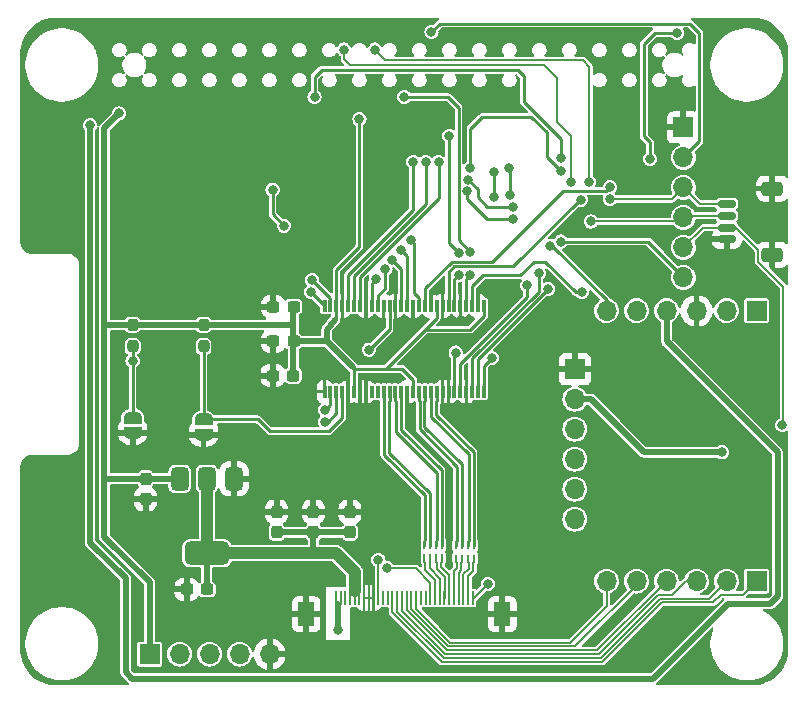
<source format=gtl>
G04 #@! TF.GenerationSoftware,KiCad,Pcbnew,8.0.6*
G04 #@! TF.CreationDate,2024-12-27T23:23:41+01:00*
G04 #@! TF.ProjectId,koyomi-lvds-hat,6b6f796f-6d69-42d6-9c76-64732d686174,rev?*
G04 #@! TF.SameCoordinates,Original*
G04 #@! TF.FileFunction,Copper,L1,Top*
G04 #@! TF.FilePolarity,Positive*
%FSLAX46Y46*%
G04 Gerber Fmt 4.6, Leading zero omitted, Abs format (unit mm)*
G04 Created by KiCad (PCBNEW 8.0.6) date 2024-12-27 23:23:41*
%MOMM*%
%LPD*%
G01*
G04 APERTURE LIST*
G04 Aperture macros list*
%AMRoundRect*
0 Rectangle with rounded corners*
0 $1 Rounding radius*
0 $2 $3 $4 $5 $6 $7 $8 $9 X,Y pos of 4 corners*
0 Add a 4 corners polygon primitive as box body*
4,1,4,$2,$3,$4,$5,$6,$7,$8,$9,$2,$3,0*
0 Add four circle primitives for the rounded corners*
1,1,$1+$1,$2,$3*
1,1,$1+$1,$4,$5*
1,1,$1+$1,$6,$7*
1,1,$1+$1,$8,$9*
0 Add four rect primitives between the rounded corners*
20,1,$1+$1,$2,$3,$4,$5,0*
20,1,$1+$1,$4,$5,$6,$7,0*
20,1,$1+$1,$6,$7,$8,$9,0*
20,1,$1+$1,$8,$9,$2,$3,0*%
%AMFreePoly0*
4,1,19,0.500000,-0.750000,0.000000,-0.750000,0.000000,-0.744911,-0.071157,-0.744911,-0.207708,-0.704816,-0.327430,-0.627875,-0.420627,-0.520320,-0.479746,-0.390866,-0.500000,-0.250000,-0.500000,0.250000,-0.479746,0.390866,-0.420627,0.520320,-0.327430,0.627875,-0.207708,0.704816,-0.071157,0.744911,0.000000,0.744911,0.000000,0.750000,0.500000,0.750000,0.500000,-0.750000,0.500000,-0.750000,
$1*%
%AMFreePoly1*
4,1,19,0.000000,0.744911,0.071157,0.744911,0.207708,0.704816,0.327430,0.627875,0.420627,0.520320,0.479746,0.390866,0.500000,0.250000,0.500000,-0.250000,0.479746,-0.390866,0.420627,-0.520320,0.327430,-0.627875,0.207708,-0.704816,0.071157,-0.744911,0.000000,-0.744911,0.000000,-0.750000,-0.500000,-0.750000,-0.500000,0.750000,0.000000,0.750000,0.000000,0.744911,0.000000,0.744911,
$1*%
G04 Aperture macros list end*
G04 #@! TA.AperFunction,SMDPad,CuDef*
%ADD10RoundRect,0.237500X0.300000X0.237500X-0.300000X0.237500X-0.300000X-0.237500X0.300000X-0.237500X0*%
G04 #@! TD*
G04 #@! TA.AperFunction,SMDPad,CuDef*
%ADD11R,0.250000X0.550000*%
G04 #@! TD*
G04 #@! TA.AperFunction,SMDPad,CuDef*
%ADD12RoundRect,0.237500X0.237500X-0.300000X0.237500X0.300000X-0.237500X0.300000X-0.237500X-0.300000X0*%
G04 #@! TD*
G04 #@! TA.AperFunction,SMDPad,CuDef*
%ADD13FreePoly0,270.000000*%
G04 #@! TD*
G04 #@! TA.AperFunction,SMDPad,CuDef*
%ADD14FreePoly1,270.000000*%
G04 #@! TD*
G04 #@! TA.AperFunction,SMDPad,CuDef*
%ADD15R,0.200000X1.200000*%
G04 #@! TD*
G04 #@! TA.AperFunction,SMDPad,CuDef*
%ADD16R,1.400000X2.000000*%
G04 #@! TD*
G04 #@! TA.AperFunction,ComponentPad*
%ADD17R,1.700000X1.700000*%
G04 #@! TD*
G04 #@! TA.AperFunction,ComponentPad*
%ADD18O,1.700000X1.700000*%
G04 #@! TD*
G04 #@! TA.AperFunction,SMDPad,CuDef*
%ADD19RoundRect,0.237500X-0.237500X0.300000X-0.237500X-0.300000X0.237500X-0.300000X0.237500X0.300000X0*%
G04 #@! TD*
G04 #@! TA.AperFunction,SMDPad,CuDef*
%ADD20RoundRect,0.375000X-0.375000X0.625000X-0.375000X-0.625000X0.375000X-0.625000X0.375000X0.625000X0*%
G04 #@! TD*
G04 #@! TA.AperFunction,SMDPad,CuDef*
%ADD21RoundRect,0.500000X-1.400000X0.500000X-1.400000X-0.500000X1.400000X-0.500000X1.400000X0.500000X0*%
G04 #@! TD*
G04 #@! TA.AperFunction,SMDPad,CuDef*
%ADD22RoundRect,0.009000X-0.141000X0.491000X-0.141000X-0.491000X0.141000X-0.491000X0.141000X0.491000X0*%
G04 #@! TD*
G04 #@! TA.AperFunction,SMDPad,CuDef*
%ADD23RoundRect,0.237500X-0.237500X0.250000X-0.237500X-0.250000X0.237500X-0.250000X0.237500X0.250000X0*%
G04 #@! TD*
G04 #@! TA.AperFunction,SMDPad,CuDef*
%ADD24RoundRect,0.150000X0.625000X-0.150000X0.625000X0.150000X-0.625000X0.150000X-0.625000X-0.150000X0*%
G04 #@! TD*
G04 #@! TA.AperFunction,SMDPad,CuDef*
%ADD25RoundRect,0.250000X0.650000X-0.350000X0.650000X0.350000X-0.650000X0.350000X-0.650000X-0.350000X0*%
G04 #@! TD*
G04 #@! TA.AperFunction,ViaPad*
%ADD26C,0.800000*%
G04 #@! TD*
G04 #@! TA.AperFunction,Conductor*
%ADD27C,0.250000*%
G04 #@! TD*
G04 #@! TA.AperFunction,Conductor*
%ADD28C,0.200000*%
G04 #@! TD*
G04 #@! TA.AperFunction,Conductor*
%ADD29C,0.500000*%
G04 #@! TD*
G04 #@! TA.AperFunction,Conductor*
%ADD30C,1.000000*%
G04 #@! TD*
G04 APERTURE END LIST*
D10*
X114120000Y-49400000D03*
X112395000Y-49400000D03*
D11*
X127899800Y-66750000D03*
X127899800Y-67700000D03*
X128400000Y-66750000D03*
X128400000Y-67700000D03*
X128899800Y-66750000D03*
X128899800Y-67700000D03*
X129400000Y-66750000D03*
X129400000Y-67700000D03*
D12*
X112700000Y-65562500D03*
X112700000Y-63837500D03*
D13*
X100500000Y-55850000D03*
D14*
X100500000Y-57150000D03*
D15*
X117700000Y-71130000D03*
X118100000Y-71130000D03*
X118500000Y-71130000D03*
X118900000Y-71130000D03*
X119300000Y-71130000D03*
X119700000Y-71130000D03*
X120100000Y-71130000D03*
X120500000Y-71130000D03*
X120900000Y-71130000D03*
X121300000Y-71130000D03*
X121700000Y-71130000D03*
X122100000Y-71130000D03*
X122500000Y-71130000D03*
X122900000Y-71130000D03*
X123300000Y-71130000D03*
X123700000Y-71130000D03*
X124100000Y-71130000D03*
X124500000Y-71130000D03*
X124900000Y-71130000D03*
X125300000Y-71130000D03*
X125700000Y-71130000D03*
X126100000Y-71130000D03*
X126500000Y-71130000D03*
X126900000Y-71130000D03*
X127300000Y-71130000D03*
X127700000Y-71130000D03*
X128100000Y-71130000D03*
X128500000Y-71130000D03*
X128900000Y-71130000D03*
X129300000Y-71130000D03*
D16*
X115200000Y-72500000D03*
X131800000Y-72500000D03*
D17*
X101940000Y-75880000D03*
D18*
X104480000Y-75880000D03*
X107020000Y-75880000D03*
X109560000Y-75880000D03*
X112100000Y-75880000D03*
D17*
X137940000Y-51760000D03*
D18*
X137940000Y-54300000D03*
X137940000Y-56840000D03*
X137940000Y-59380000D03*
X137940000Y-61920000D03*
X137940000Y-64460000D03*
D12*
X115800000Y-65562500D03*
X115800000Y-63837500D03*
D10*
X114100000Y-52300000D03*
X112375000Y-52300000D03*
D19*
X101600000Y-61037500D03*
X101600000Y-62762500D03*
D20*
X109080000Y-61030000D03*
X106780000Y-61030000D03*
D21*
X106780000Y-67330000D03*
D20*
X104480000Y-61030000D03*
D11*
X125199800Y-66700000D03*
X125199800Y-67650000D03*
X125700000Y-66700000D03*
X125700000Y-67650000D03*
X126199800Y-66700000D03*
X126199800Y-67650000D03*
X126700000Y-66700000D03*
X126700000Y-67650000D03*
D17*
X153320000Y-69700000D03*
D18*
X150780000Y-69700000D03*
X148240000Y-69700000D03*
X145700000Y-69700000D03*
X143160000Y-69700000D03*
X140620000Y-69700000D03*
D17*
X147125000Y-31285000D03*
D18*
X147125000Y-33825000D03*
X147125000Y-36365000D03*
X147125000Y-38905000D03*
X147125000Y-41445000D03*
X147125000Y-43985000D03*
D22*
X130250000Y-46400000D03*
X129750000Y-46400000D03*
X129250000Y-46400000D03*
X128750000Y-46400000D03*
X128250000Y-46400000D03*
X127750000Y-46400000D03*
X127250000Y-46400000D03*
X126750000Y-46400000D03*
X126250000Y-46400000D03*
X125750000Y-46400000D03*
X125250000Y-46400000D03*
X124750000Y-46400000D03*
X124250000Y-46400000D03*
X123750000Y-46400000D03*
X123250000Y-46400000D03*
X122750000Y-46400000D03*
X122250000Y-46400000D03*
X121750000Y-46400000D03*
X121250000Y-46400000D03*
X120750000Y-46400000D03*
X120250000Y-46400000D03*
X119750000Y-46400000D03*
X119250000Y-46400000D03*
X118750000Y-46400000D03*
X118250000Y-46400000D03*
X117750000Y-46400000D03*
X117250000Y-46400000D03*
X116750000Y-46400000D03*
X116750000Y-53660000D03*
X117250000Y-53660000D03*
X117750000Y-53660000D03*
X118250000Y-53660000D03*
X118750000Y-53660000D03*
X119250000Y-53660000D03*
X119750000Y-53660000D03*
X120250000Y-53660000D03*
X120750000Y-53660000D03*
X121250000Y-53660000D03*
X121750000Y-53660000D03*
X122250000Y-53660000D03*
X122750000Y-53660000D03*
X123250000Y-53660000D03*
X123750000Y-53660000D03*
X124250000Y-53660000D03*
X124750000Y-53660000D03*
X125250000Y-53660000D03*
X125750000Y-53660000D03*
X126250000Y-53660000D03*
X126750000Y-53660000D03*
X127250000Y-53660000D03*
X127750000Y-53660000D03*
X128250000Y-53660000D03*
X128750000Y-53660000D03*
X129250000Y-53660000D03*
X129750000Y-53660000D03*
X130250000Y-53660000D03*
D17*
X153320000Y-46800000D03*
D18*
X150780000Y-46800000D03*
X148240000Y-46800000D03*
X145700000Y-46800000D03*
X143160000Y-46800000D03*
X140620000Y-46800000D03*
D10*
X106800000Y-70400000D03*
X105075000Y-70400000D03*
D13*
X106500000Y-56000000D03*
D14*
X106500000Y-57300000D03*
D10*
X114120000Y-46470000D03*
X112395000Y-46470000D03*
D23*
X100500000Y-47987500D03*
X100500000Y-49812500D03*
D24*
X150795000Y-40760000D03*
X150795000Y-39760000D03*
X150795000Y-38760000D03*
X150795000Y-37760000D03*
D25*
X154670000Y-42060000D03*
X154670000Y-36460000D03*
D12*
X118900000Y-65562500D03*
X118900000Y-63837500D03*
D23*
X106500000Y-47987500D03*
X106500000Y-49812500D03*
D26*
X144300000Y-33950000D03*
X146600000Y-23300000D03*
X120500000Y-50100000D03*
X100500000Y-51050000D03*
X121300000Y-67900000D03*
X150400000Y-58800000D03*
X119700000Y-30600000D03*
X99350000Y-30100000D03*
X155510000Y-56490000D03*
X136750000Y-35000000D03*
X129100000Y-34700000D03*
X136750000Y-40950000D03*
X125800000Y-23200000D03*
X96900000Y-31100000D03*
X123450000Y-67300000D03*
X122220000Y-60960000D03*
X103500000Y-53500000D03*
X120810000Y-74800000D03*
X128300000Y-47600000D03*
X124000000Y-56000000D03*
X120500000Y-48600000D03*
X118900000Y-62200000D03*
X130900000Y-59600000D03*
X124200000Y-51200000D03*
X113400000Y-72500000D03*
X110900000Y-46500000D03*
X146200000Y-28700000D03*
X109500000Y-30700000D03*
X127000000Y-72715025D03*
X124410000Y-65530000D03*
X131000000Y-67600000D03*
X105900000Y-25900000D03*
X131000000Y-64800000D03*
X126900000Y-52000000D03*
X154700000Y-40500000D03*
X103400000Y-70400000D03*
X125200000Y-50200000D03*
X120600000Y-72920000D03*
X117690000Y-52000000D03*
X120500000Y-63800000D03*
X154700000Y-38100000D03*
X116400000Y-52000000D03*
X115800000Y-62200000D03*
X140400000Y-26000000D03*
X130900000Y-62400000D03*
X121000000Y-58200000D03*
X127880000Y-55900000D03*
X109100000Y-58900000D03*
X112700000Y-62200000D03*
X154700000Y-34700000D03*
X130600000Y-57250000D03*
X129700000Y-73300000D03*
X123600000Y-23300000D03*
X150300000Y-42170000D03*
X119300000Y-48600000D03*
X116000000Y-25400000D03*
X110890000Y-49400000D03*
X155500000Y-43600000D03*
X120110000Y-55700000D03*
X101600000Y-64400000D03*
X126200000Y-49200000D03*
X122010000Y-52520000D03*
X118200000Y-48600000D03*
X124040000Y-63200000D03*
X115900000Y-28700000D03*
X136800000Y-33900000D03*
X135800000Y-41300000D03*
X139300000Y-39250000D03*
X118400000Y-24700000D03*
X137600000Y-35900000D03*
X139150000Y-35900000D03*
X140900000Y-37350000D03*
X121000000Y-24700000D03*
X117900000Y-73800000D03*
X122500000Y-42500000D03*
X133900000Y-44650000D03*
X128850000Y-36700000D03*
X132700000Y-39000000D03*
X115700000Y-44200000D03*
X128900000Y-35700000D03*
X134900000Y-43650000D03*
X132700000Y-38000000D03*
X124062653Y-40837347D03*
X115600000Y-45200000D03*
X113300000Y-39600000D03*
X112350000Y-36550000D03*
X123250000Y-41650000D03*
X121900000Y-43300000D03*
X129100000Y-43800000D03*
X123500000Y-28700000D03*
X129100000Y-41850000D03*
X116800000Y-56200000D03*
X132400000Y-34750000D03*
X132425000Y-37025000D03*
X140900000Y-36350000D03*
X128100000Y-41900000D03*
X128100000Y-43800000D03*
X127300000Y-32000000D03*
X126400000Y-34200000D03*
X125300000Y-34200000D03*
X130900000Y-50800000D03*
X138450000Y-37400000D03*
X124250000Y-34200000D03*
X121100000Y-44100000D03*
X138550000Y-45200000D03*
X135666579Y-44966579D03*
X127850000Y-50350000D03*
X131100000Y-35050000D03*
X131100000Y-37200000D03*
X116800000Y-55200000D03*
X122050000Y-68600000D03*
X130580000Y-69930000D03*
D27*
X143800000Y-32050000D02*
X144300000Y-32550000D01*
X143800000Y-32050000D02*
X143800000Y-30000000D01*
X144300000Y-32550000D02*
X144300000Y-33950000D01*
X144700000Y-23300000D02*
X146600000Y-23300000D01*
X143800000Y-24200000D02*
X144700000Y-23300000D01*
X143800000Y-30000000D02*
X143800000Y-24200000D01*
X100500000Y-51050000D02*
X100500000Y-55850000D01*
X100500000Y-51050000D02*
X100500000Y-49812500D01*
X120500000Y-50100000D02*
X122250000Y-48350000D01*
X122250000Y-48350000D02*
X122250000Y-46400000D01*
X117100000Y-57000000D02*
X118250000Y-55850000D01*
X106500000Y-56000000D02*
X106500000Y-49812500D01*
X118250000Y-55850000D02*
X118250000Y-53660000D01*
X111100000Y-56000000D02*
X112100000Y-57000000D01*
X112100000Y-57000000D02*
X117100000Y-57000000D01*
X106500000Y-56000000D02*
X111100000Y-56000000D01*
D28*
X121300000Y-67900000D02*
X121300000Y-71130000D01*
D27*
X126250000Y-47400000D02*
X125250000Y-48400000D01*
X119700000Y-30600000D02*
X119700000Y-41400000D01*
D28*
X153470000Y-42644744D02*
X155600000Y-44774744D01*
D29*
X114095000Y-49400000D02*
X116935100Y-49400000D01*
X139330000Y-54300000D02*
X137940000Y-54300000D01*
D27*
X117750000Y-43350000D02*
X119700000Y-41400000D01*
D29*
X98110000Y-48000000D02*
X114095000Y-48000000D01*
D27*
X126250000Y-47400000D02*
X121935100Y-51714900D01*
D29*
X104480000Y-61030000D02*
X98180000Y-61030000D01*
D27*
X119250000Y-51714900D02*
X121000000Y-51714900D01*
X122035100Y-51714900D02*
X121000000Y-51714900D01*
D29*
X98110000Y-31320000D02*
X98110000Y-48000000D01*
X98110000Y-48000000D02*
X98110000Y-56800000D01*
D28*
X150795000Y-39760000D02*
X151569999Y-39760000D01*
D27*
X124250000Y-52650000D02*
X123314900Y-51714900D01*
D29*
X101940000Y-69790000D02*
X98110000Y-65960000D01*
X116935100Y-48400000D02*
X117624000Y-47585100D01*
D28*
X155600000Y-44774744D02*
X155600000Y-56400000D01*
D27*
X117750000Y-46400000D02*
X117750000Y-47585100D01*
D29*
X98180000Y-61030000D02*
X98110000Y-61100000D01*
X101940000Y-75880000D02*
X101940000Y-69790000D01*
X114095000Y-49400000D02*
X114095000Y-52280000D01*
D27*
X126250000Y-46400000D02*
X126250000Y-47400000D01*
D28*
X155600000Y-56400000D02*
X155510000Y-56490000D01*
X148810000Y-39760000D02*
X147125000Y-41445000D01*
X150795000Y-39760000D02*
X148810000Y-39760000D01*
D27*
X129100000Y-48400000D02*
X130250000Y-47250000D01*
X121935100Y-51714900D02*
X121700000Y-51714900D01*
X121000000Y-51714900D02*
X121700000Y-51714900D01*
X119250000Y-53660000D02*
X119250000Y-51714900D01*
D29*
X116935100Y-49400000D02*
X116935100Y-48400000D01*
X114095000Y-46470000D02*
X114095000Y-49400000D01*
X116935100Y-49400000D02*
X119122550Y-51587450D01*
D28*
X153470000Y-41660001D02*
X153470000Y-42644744D01*
D29*
X150400000Y-58800000D02*
X143830000Y-58800000D01*
D27*
X124250000Y-53660000D02*
X124250000Y-52650000D01*
X123314900Y-51714900D02*
X121700000Y-51714900D01*
D29*
X98110000Y-65960000D02*
X98110000Y-56800000D01*
X98110000Y-61100000D02*
X98110000Y-56800000D01*
X143830000Y-58800000D02*
X139330000Y-54300000D01*
X99370000Y-30060000D02*
X98110000Y-31320000D01*
D28*
X151569999Y-39760000D02*
X153470000Y-41660001D01*
D27*
X117750000Y-46400000D02*
X117750000Y-43350000D01*
X125250000Y-48400000D02*
X129100000Y-48400000D01*
X130250000Y-47250000D02*
X130250000Y-46400000D01*
D30*
X106800000Y-61050000D02*
X106800000Y-67310000D01*
D29*
X115700000Y-65575000D02*
X118800000Y-65575000D01*
D30*
X119300000Y-68900000D02*
X119300000Y-70500000D01*
X106780000Y-67330000D02*
X112000000Y-67330000D01*
X112000000Y-67330000D02*
X115500000Y-67330000D01*
D29*
X106775000Y-70400000D02*
X106775000Y-67335000D01*
X112600000Y-65575000D02*
X115700000Y-65575000D01*
X115800000Y-65575000D02*
X115800000Y-67130000D01*
D30*
X117730000Y-67330000D02*
X119300000Y-68900000D01*
X115500000Y-67330000D02*
X117730000Y-67330000D01*
D27*
X135550000Y-33800000D02*
X136750000Y-35000000D01*
X129100000Y-34700000D02*
X129100000Y-31400000D01*
X130100000Y-30400000D02*
X134250000Y-30400000D01*
X134250000Y-30400000D02*
X135550000Y-31700000D01*
X136750000Y-40950000D02*
X144150000Y-40950000D01*
X144150000Y-40950000D02*
X147125000Y-43925000D01*
X129100000Y-31400000D02*
X130100000Y-30400000D01*
X135550000Y-31700000D02*
X135550000Y-33800000D01*
D28*
X150290000Y-70850000D02*
X149636000Y-71504000D01*
X126692760Y-76535000D02*
X140252344Y-76535000D01*
X126692760Y-76535000D02*
X122500000Y-72342240D01*
X122500000Y-72342240D02*
X122500000Y-71130000D01*
X140252344Y-76535000D02*
X145283344Y-71504000D01*
X153320000Y-69700000D02*
X152170000Y-70850000D01*
X149636000Y-71504000D02*
X145283344Y-71504000D01*
X152170000Y-70850000D02*
X150290000Y-70850000D01*
X126828208Y-76208000D02*
X122900000Y-72279792D01*
X122900000Y-72279792D02*
X122900000Y-71130000D01*
X126828208Y-76208000D02*
X140116896Y-76208000D01*
X150780000Y-69700000D02*
X149303000Y-71177000D01*
X140116896Y-76208000D02*
X145147896Y-71177000D01*
X149303000Y-71177000D02*
X145147896Y-71177000D01*
X123300000Y-72217344D02*
X126963656Y-75881000D01*
X126963656Y-75881000D02*
X139981448Y-75881000D01*
X123300000Y-71130000D02*
X123300000Y-72217344D01*
X145012448Y-70850000D02*
X146176346Y-70850000D01*
X139981448Y-75881000D02*
X145012448Y-70850000D01*
X147326346Y-69700000D02*
X148240000Y-69700000D01*
X146176346Y-70850000D02*
X147326346Y-69700000D01*
X123700000Y-72154896D02*
X123700000Y-71130000D01*
X127099104Y-75554000D02*
X139846000Y-75554000D01*
X127099104Y-75554000D02*
X123700000Y-72154896D01*
X139846000Y-75554000D02*
X145700000Y-69700000D01*
D27*
X126500000Y-22500000D02*
X147700000Y-22500000D01*
X147700000Y-22500000D02*
X148491600Y-23291600D01*
X148491600Y-32458400D02*
X147125000Y-33825000D01*
X125800000Y-23200000D02*
X126500000Y-22500000D01*
X148491600Y-23291600D02*
X148491600Y-32458400D01*
D28*
X127234552Y-75227000D02*
X124100000Y-72092448D01*
X124100000Y-72092448D02*
X124100000Y-71130000D01*
X137993000Y-75227000D02*
X143160000Y-70060000D01*
X137993000Y-75227000D02*
X127234552Y-75227000D01*
X124500000Y-72030000D02*
X124500000Y-71130000D01*
X140620000Y-71780000D02*
X137500000Y-74900000D01*
X127370000Y-74900000D02*
X124500000Y-72030000D01*
X137500000Y-74900000D02*
X127370000Y-74900000D01*
X140620000Y-69700000D02*
X140620000Y-71780000D01*
D29*
X99900000Y-69450000D02*
X99900000Y-77400000D01*
X96900000Y-66450000D02*
X99900000Y-69450000D01*
X150900000Y-71600000D02*
X154500000Y-71600000D01*
X154500000Y-71600000D02*
X155100000Y-71000000D01*
X96900000Y-31100000D02*
X96900000Y-66450000D01*
X144550000Y-77950000D02*
X150900000Y-71600000D01*
X100450000Y-77950000D02*
X144550000Y-77950000D01*
X155100000Y-71000000D02*
X155100000Y-58800000D01*
X99900000Y-77400000D02*
X100450000Y-77950000D01*
X155100000Y-58800000D02*
X145700000Y-49400000D01*
X145700000Y-49400000D02*
X145700000Y-46800000D01*
D27*
X133600000Y-29100000D02*
X133600000Y-26900000D01*
X115900000Y-27000000D02*
X115900000Y-28700000D01*
X133100000Y-26400000D02*
X116500000Y-26400000D01*
X116500000Y-26400000D02*
X115900000Y-27000000D01*
X135800000Y-41300000D02*
X136000000Y-41300000D01*
X136800000Y-33900000D02*
X136800000Y-32300000D01*
X136800000Y-32300000D02*
X133600000Y-29100000D01*
X133600000Y-26900000D02*
X133100000Y-26400000D01*
X136000000Y-41300000D02*
X140620000Y-45920000D01*
X140620000Y-45920000D02*
X140620000Y-46800000D01*
D28*
X118400000Y-25500000D02*
X118400000Y-24700000D01*
X137600000Y-32050000D02*
X136400000Y-30850000D01*
X146780000Y-39250000D02*
X147125000Y-38905000D01*
X137600000Y-35900000D02*
X137600000Y-32050000D01*
X139300000Y-39250000D02*
X146780000Y-39250000D01*
X136400000Y-30850000D02*
X136400000Y-27100000D01*
X135300000Y-26000000D02*
X118900000Y-26000000D01*
X118900000Y-26000000D02*
X118400000Y-25500000D01*
X150795000Y-38760000D02*
X147270000Y-38760000D01*
X136400000Y-27100000D02*
X135300000Y-26000000D01*
X148520000Y-37760000D02*
X147161224Y-36401224D01*
X146140000Y-37350000D02*
X147125000Y-36365000D01*
X139150000Y-35900000D02*
X139150000Y-26150000D01*
X138600000Y-25600000D02*
X121900000Y-25600000D01*
X121900000Y-25600000D02*
X121000000Y-24700000D01*
X150795000Y-37760000D02*
X148520000Y-37760000D01*
X139150000Y-26150000D02*
X138600000Y-25600000D01*
X140900000Y-37350000D02*
X146140000Y-37350000D01*
D29*
X117900000Y-71600000D02*
X117900000Y-73800000D01*
D27*
X123250000Y-43250000D02*
X123250000Y-46400000D01*
X122500000Y-42500000D02*
X123250000Y-43250000D01*
X130500000Y-39000000D02*
X132700000Y-39000000D01*
X133900000Y-45650000D02*
X128250000Y-51300000D01*
X128850000Y-36700000D02*
X128850000Y-37350000D01*
X128850000Y-37350000D02*
X130500000Y-39000000D01*
X133900000Y-44650000D02*
X133900000Y-45650000D01*
X128250000Y-51300000D02*
X128250000Y-53660000D01*
X117250000Y-45750000D02*
X117250000Y-46400000D01*
X115700000Y-44200000D02*
X117250000Y-45750000D01*
X129700000Y-36500000D02*
X129700000Y-37200000D01*
X129250000Y-50850000D02*
X129250000Y-53660000D01*
X129700000Y-37200000D02*
X130500000Y-38000000D01*
X134900000Y-43650000D02*
X134900000Y-45200000D01*
X130500000Y-38000000D02*
X132700000Y-38000000D01*
X128900000Y-35700000D02*
X129700000Y-36500000D01*
X134900000Y-45200000D02*
X129250000Y-50850000D01*
X124300000Y-45300000D02*
X124750000Y-45750000D01*
X124750000Y-45750000D02*
X124750000Y-46400000D01*
X124062653Y-40837347D02*
X124300000Y-41074694D01*
X124300000Y-41074694D02*
X124300000Y-45300000D01*
X116750000Y-46400000D02*
X115600000Y-45250000D01*
X115600000Y-45250000D02*
X115600000Y-45200000D01*
X112350000Y-38650000D02*
X113300000Y-39600000D01*
X123750000Y-42150000D02*
X123750000Y-46400000D01*
X123250000Y-41650000D02*
X123750000Y-42150000D01*
X112350000Y-36550000D02*
X112350000Y-38650000D01*
X121900000Y-43300000D02*
X121900000Y-44900000D01*
X121900000Y-44900000D02*
X121250000Y-45550000D01*
X121250000Y-45550000D02*
X121250000Y-46400000D01*
X128100000Y-40850000D02*
X128100000Y-29600000D01*
X128750000Y-44150000D02*
X128750000Y-46400000D01*
X129100000Y-43800000D02*
X128750000Y-44150000D01*
X129100000Y-41850000D02*
X128100000Y-40850000D01*
X127200000Y-28700000D02*
X123500000Y-28700000D01*
X128100000Y-29600000D02*
X127200000Y-28700000D01*
X117000000Y-56200000D02*
X116800000Y-56200000D01*
X117750000Y-55450000D02*
X117000000Y-56200000D01*
X132425000Y-34775000D02*
X132400000Y-34750000D01*
X132425000Y-37025000D02*
X132425000Y-34775000D01*
X117750000Y-53660000D02*
X117750000Y-55450000D01*
X140900000Y-36350000D02*
X140600000Y-36650000D01*
X125250000Y-44923000D02*
X125250000Y-46400000D01*
X136950000Y-36650000D02*
X130927000Y-42673000D01*
X130927000Y-42673000D02*
X127500000Y-42673000D01*
X127500000Y-42673000D02*
X125250000Y-44923000D01*
X140600000Y-36650000D02*
X136950000Y-36650000D01*
X127750000Y-44150000D02*
X128100000Y-43800000D01*
X128100000Y-41900000D02*
X127300000Y-41100000D01*
X127750000Y-46400000D02*
X127750000Y-44150000D01*
X127300000Y-41100000D02*
X127300000Y-32000000D01*
X126400000Y-37300000D02*
X119750000Y-43950000D01*
X119750000Y-43950000D02*
X119750000Y-46400000D01*
X126400000Y-34200000D02*
X126400000Y-37300000D01*
X125300000Y-34200000D02*
X125300000Y-37800000D01*
X119250000Y-43850000D02*
X119250000Y-46400000D01*
X125300000Y-37800000D02*
X119250000Y-43850000D01*
X130900000Y-50800000D02*
X130250000Y-51450000D01*
X130250000Y-51450000D02*
X130250000Y-53660000D01*
X138350000Y-37400000D02*
X132700000Y-43050000D01*
X138450000Y-37400000D02*
X138350000Y-37400000D01*
X127750000Y-43050000D02*
X127250000Y-43550000D01*
X127250000Y-43550000D02*
X127250000Y-46400000D01*
X132700000Y-43050000D02*
X127750000Y-43050000D01*
X124250000Y-34200000D02*
X124250000Y-38250000D01*
X118750000Y-43750000D02*
X118750000Y-46400000D01*
X124250000Y-38250000D02*
X118750000Y-43750000D01*
X120750000Y-44450000D02*
X120750000Y-46400000D01*
X121100000Y-44100000D02*
X120750000Y-44450000D01*
X138550000Y-45200000D02*
X138000000Y-45200000D01*
X134450000Y-42650000D02*
X133300000Y-43800000D01*
X133300000Y-43800000D02*
X130200000Y-43800000D01*
X138000000Y-45200000D02*
X135450000Y-42650000D01*
X129250000Y-44750000D02*
X129250000Y-46400000D01*
X130200000Y-43800000D02*
X129250000Y-44750000D01*
X135450000Y-42650000D02*
X134450000Y-42650000D01*
X135666579Y-44966579D02*
X129750000Y-50883158D01*
X129750000Y-50883158D02*
X129750000Y-53660000D01*
X127750000Y-50450000D02*
X127750000Y-53660000D01*
X127850000Y-50350000D02*
X127750000Y-50450000D01*
X117250000Y-54750000D02*
X116800000Y-55200000D01*
X117250000Y-53660000D02*
X117250000Y-54750000D01*
X131100000Y-35050000D02*
X131100000Y-37200000D01*
X127939900Y-66297399D02*
X127939900Y-59996886D01*
X124750000Y-54410001D02*
X124790000Y-54450001D01*
X127899800Y-66337499D02*
X127939900Y-66297399D01*
X127899800Y-66750000D02*
X127899800Y-66337499D01*
X127939900Y-59996886D02*
X124790000Y-56846986D01*
X124750000Y-53660000D02*
X124750000Y-54410001D01*
X124790000Y-54450001D02*
X124790000Y-56846986D01*
X128359900Y-59822914D02*
X125210000Y-56673014D01*
X125250000Y-53660000D02*
X125250000Y-54410001D01*
X128400000Y-66750000D02*
X128400000Y-66337499D01*
X128359900Y-66297399D02*
X128359900Y-59822914D01*
X125250000Y-54410001D02*
X125210000Y-54450001D01*
X128400000Y-66337499D02*
X128359900Y-66297399D01*
X125210000Y-54450001D02*
X125210000Y-56673014D01*
X125790000Y-54450001D02*
X125790000Y-55796986D01*
X128899800Y-66750000D02*
X128899800Y-66337499D01*
X128939900Y-58946886D02*
X125790000Y-55796986D01*
X128899800Y-66337499D02*
X128939900Y-66297399D01*
X128939900Y-66297399D02*
X128939900Y-58946886D01*
X125750000Y-54410001D02*
X125790000Y-54450001D01*
X125750000Y-53660000D02*
X125750000Y-54410001D01*
X126210000Y-54450001D02*
X126210000Y-55623014D01*
X129400000Y-66750000D02*
X129400000Y-66337499D01*
X126250000Y-53660000D02*
X126250000Y-54410001D01*
X129359900Y-66297399D02*
X129359900Y-58772914D01*
X129359900Y-58772914D02*
X126210000Y-55623014D01*
X129400000Y-66337499D02*
X129359900Y-66297399D01*
X126250000Y-54410001D02*
X126210000Y-54450001D01*
X126239900Y-60506886D02*
X122790000Y-57056986D01*
X126199800Y-66700000D02*
X126199800Y-66287499D01*
X122790000Y-54450001D02*
X122790000Y-57056986D01*
X126239900Y-66247399D02*
X126239900Y-60506886D01*
X122750000Y-53660000D02*
X122750000Y-54410001D01*
X126199800Y-66287499D02*
X126239900Y-66247399D01*
X122750000Y-54410001D02*
X122790000Y-54450001D01*
X121790000Y-54450001D02*
X121750000Y-54410001D01*
X121750000Y-54410001D02*
X121750000Y-53660000D01*
X125199800Y-66287499D02*
X125239900Y-66247399D01*
X125239900Y-66247399D02*
X125239900Y-62436886D01*
X121790000Y-58986986D02*
X121790000Y-54450001D01*
X125199800Y-66700000D02*
X125199800Y-66287499D01*
X125239900Y-62436886D02*
X121790000Y-58986986D01*
X125659900Y-62262914D02*
X122210000Y-58813014D01*
X125700000Y-66287499D02*
X125659900Y-66247399D01*
X122210000Y-58813014D02*
X122210000Y-54450001D01*
X125700000Y-66700000D02*
X125700000Y-66287499D01*
X122210000Y-54450001D02*
X122250000Y-54410001D01*
X122250000Y-54410001D02*
X122250000Y-53660000D01*
X125659900Y-66247399D02*
X125659900Y-62262914D01*
X126659900Y-66247399D02*
X126659900Y-60332914D01*
X123250000Y-54410001D02*
X123210000Y-54450001D01*
X126700000Y-66700000D02*
X126700000Y-66287499D01*
X123250000Y-53660000D02*
X123250000Y-54410001D01*
X126700000Y-66287499D02*
X126659900Y-66247399D01*
X123210000Y-54450001D02*
X123210000Y-56883014D01*
X126659900Y-60332914D02*
X123210000Y-56883014D01*
D28*
X128900000Y-69261630D02*
X129334900Y-68826730D01*
X129334900Y-68826730D02*
X129334900Y-68177601D01*
X129400000Y-68112501D02*
X129400000Y-67700000D01*
X129334900Y-68177601D02*
X129400000Y-68112501D01*
X128900000Y-71130000D02*
X128900000Y-69261630D01*
X128500000Y-71130000D02*
X128500000Y-69138370D01*
X128964900Y-68673470D02*
X128964900Y-68177601D01*
X128899800Y-68112501D02*
X128899800Y-67700000D01*
X128500000Y-69138370D02*
X128964900Y-68673470D01*
X128964900Y-68177601D02*
X128899800Y-68112501D01*
X128400000Y-67700000D02*
X128400000Y-68112501D01*
X128334900Y-68765100D02*
X128100000Y-69000000D01*
X128334900Y-68177601D02*
X128334900Y-68765100D01*
X128100000Y-69000000D02*
X128100000Y-71130000D01*
X128400000Y-68112501D02*
X128334900Y-68177601D01*
X127899800Y-68112501D02*
X127899800Y-67700000D01*
X127964900Y-68177601D02*
X127899800Y-68112501D01*
X127964900Y-68573470D02*
X127964900Y-68177601D01*
X127964900Y-68573470D02*
X127700000Y-68838370D01*
X127700000Y-71130000D02*
X127700000Y-68838370D01*
X126930000Y-71100000D02*
X126930000Y-69341630D01*
X126199800Y-68062501D02*
X126199800Y-67650000D01*
X126264900Y-68676530D02*
X126264900Y-68127601D01*
X126930000Y-69341630D02*
X126264900Y-68676530D01*
X126900000Y-71130000D02*
X126930000Y-71100000D01*
X126264900Y-68127601D02*
X126199800Y-68062501D01*
X126634900Y-68127601D02*
X126700000Y-68062501D01*
X126634900Y-68523270D02*
X126634900Y-68127601D01*
X127300000Y-69188370D02*
X126634900Y-68523270D01*
X126700000Y-68062501D02*
X126700000Y-67650000D01*
X127300000Y-71130000D02*
X127300000Y-69188370D01*
X125264900Y-68127601D02*
X125199800Y-68062501D01*
X126100000Y-71130000D02*
X126100000Y-69611630D01*
X126100000Y-69611630D02*
X125264900Y-68776530D01*
X125264900Y-68776530D02*
X125264900Y-68127601D01*
X125199800Y-68062501D02*
X125199800Y-67650000D01*
X125700000Y-68062501D02*
X125700000Y-67650000D01*
X125634900Y-68623270D02*
X125634900Y-68127601D01*
X125634900Y-68127601D02*
X125700000Y-68062501D01*
X126500000Y-71130000D02*
X126500000Y-69488370D01*
X126500000Y-69488370D02*
X125634900Y-68623270D01*
X125700000Y-69850000D02*
X125700000Y-71130000D01*
X124450000Y-68600000D02*
X125700000Y-69850000D01*
X122050000Y-68600000D02*
X124450000Y-68600000D01*
X129300000Y-71130000D02*
X129380000Y-71130000D01*
X129380000Y-71130000D02*
X130580000Y-69930000D01*
G04 #@! TA.AperFunction,Conductor*
G36*
X126414601Y-22018907D02*
G01*
X126450565Y-22068407D01*
X126450565Y-22129593D01*
X126414601Y-22179093D01*
X126382035Y-22194626D01*
X126374362Y-22196682D01*
X126300144Y-22239532D01*
X126300135Y-22239537D01*
X125962965Y-22576706D01*
X125908449Y-22604483D01*
X125880040Y-22604855D01*
X125800001Y-22594318D01*
X125799999Y-22594318D01*
X125643241Y-22614955D01*
X125643233Y-22614957D01*
X125497161Y-22675462D01*
X125497160Y-22675462D01*
X125371723Y-22771713D01*
X125371713Y-22771723D01*
X125275462Y-22897160D01*
X125275462Y-22897161D01*
X125214957Y-23043233D01*
X125214955Y-23043241D01*
X125194318Y-23199999D01*
X125194318Y-23200000D01*
X125214955Y-23356758D01*
X125214957Y-23356766D01*
X125275462Y-23502838D01*
X125275462Y-23502839D01*
X125371713Y-23628276D01*
X125371718Y-23628282D01*
X125497159Y-23724536D01*
X125497160Y-23724536D01*
X125497161Y-23724537D01*
X125506212Y-23728286D01*
X125643238Y-23785044D01*
X125760809Y-23800522D01*
X125799999Y-23805682D01*
X125800000Y-23805682D01*
X125800001Y-23805682D01*
X125831352Y-23801554D01*
X125956762Y-23785044D01*
X126102841Y-23724536D01*
X126228282Y-23628282D01*
X126324536Y-23502841D01*
X126385044Y-23356762D01*
X126405682Y-23200000D01*
X126395143Y-23119956D01*
X126406292Y-23059799D01*
X126423289Y-23037036D01*
X126605831Y-22854496D01*
X126660348Y-22826719D01*
X126675834Y-22825500D01*
X144501384Y-22825500D01*
X144559575Y-22844407D01*
X144595539Y-22893907D01*
X144595539Y-22955093D01*
X144559575Y-23004593D01*
X144550884Y-23010236D01*
X144500142Y-23039531D01*
X143539531Y-24000142D01*
X143496682Y-24074360D01*
X143496681Y-24074360D01*
X143496682Y-24074361D01*
X143496682Y-24074362D01*
X143474500Y-24157147D01*
X143474500Y-29957147D01*
X143474500Y-32007147D01*
X143474500Y-32092853D01*
X143476452Y-32100138D01*
X143496683Y-32175643D01*
X143539531Y-32249857D01*
X143539535Y-32249862D01*
X143750021Y-32460348D01*
X143945503Y-32655829D01*
X143973281Y-32710346D01*
X143974500Y-32725833D01*
X143974500Y-33394028D01*
X143955593Y-33452219D01*
X143935768Y-33472570D01*
X143871718Y-33521717D01*
X143775462Y-33647160D01*
X143775462Y-33647161D01*
X143714957Y-33793233D01*
X143714955Y-33793241D01*
X143694318Y-33949999D01*
X143694318Y-33950000D01*
X143714955Y-34106758D01*
X143714957Y-34106766D01*
X143775462Y-34252838D01*
X143775462Y-34252839D01*
X143855202Y-34356758D01*
X143871718Y-34378282D01*
X143997159Y-34474536D01*
X144143238Y-34535044D01*
X144260809Y-34550522D01*
X144299999Y-34555682D01*
X144300000Y-34555682D01*
X144300001Y-34555682D01*
X144331352Y-34551554D01*
X144456762Y-34535044D01*
X144602841Y-34474536D01*
X144728282Y-34378282D01*
X144824536Y-34252841D01*
X144885044Y-34106762D01*
X144905682Y-33950000D01*
X144885044Y-33793238D01*
X144844008Y-33694169D01*
X144824537Y-33647161D01*
X144824537Y-33647160D01*
X144728281Y-33521717D01*
X144664232Y-33472570D01*
X144629577Y-33422145D01*
X144625500Y-33394028D01*
X144625500Y-32507147D01*
X144625499Y-32507144D01*
X144623549Y-32499865D01*
X144623548Y-32499861D01*
X144603318Y-32424361D01*
X144580965Y-32385646D01*
X144560465Y-32350138D01*
X144499862Y-32289535D01*
X144499859Y-32289533D01*
X144496404Y-32286077D01*
X144496398Y-32286072D01*
X144154496Y-31944169D01*
X144126719Y-31889653D01*
X144125500Y-31874166D01*
X144125500Y-24375835D01*
X144144407Y-24317644D01*
X144154496Y-24305831D01*
X144805831Y-23654496D01*
X144860348Y-23626719D01*
X144875835Y-23625500D01*
X146044030Y-23625500D01*
X146102221Y-23644407D01*
X146122570Y-23664231D01*
X146153417Y-23704432D01*
X146168843Y-23724536D01*
X146171718Y-23728282D01*
X146297159Y-23824536D01*
X146297160Y-23824536D01*
X146297161Y-23824537D01*
X146373827Y-23856293D01*
X146443238Y-23885044D01*
X146560809Y-23900522D01*
X146599999Y-23905682D01*
X146600000Y-23905682D01*
X146600001Y-23905682D01*
X146631352Y-23901554D01*
X146756762Y-23885044D01*
X146902841Y-23824536D01*
X147028282Y-23728282D01*
X147124536Y-23602841D01*
X147185044Y-23456762D01*
X147205682Y-23300000D01*
X147185044Y-23143238D01*
X147155352Y-23071555D01*
X147124538Y-22997163D01*
X147124537Y-22997162D01*
X147124536Y-22997159D01*
X147115026Y-22984765D01*
X147094603Y-22927092D01*
X147111980Y-22868426D01*
X147160522Y-22831179D01*
X147193569Y-22825500D01*
X147524165Y-22825500D01*
X147582356Y-22844407D01*
X147594169Y-22854496D01*
X148137104Y-23397431D01*
X148164881Y-23451948D01*
X148166100Y-23467435D01*
X148166100Y-24169233D01*
X148147193Y-24227424D01*
X148097693Y-24263388D01*
X148036507Y-24263388D01*
X148012098Y-24251548D01*
X147918998Y-24189339D01*
X147918986Y-24189333D01*
X147807960Y-24143346D01*
X147690092Y-24119900D01*
X147690090Y-24119900D01*
X147569910Y-24119900D01*
X147569907Y-24119900D01*
X147452040Y-24143346D01*
X147452038Y-24143346D01*
X147341013Y-24189333D01*
X147341002Y-24189339D01*
X147241084Y-24256103D01*
X147156103Y-24341084D01*
X147089339Y-24441002D01*
X147089333Y-24441013D01*
X147043346Y-24552038D01*
X147043346Y-24552040D01*
X147019900Y-24669907D01*
X147019900Y-24790092D01*
X147043346Y-24907959D01*
X147043346Y-24907961D01*
X147089333Y-25018986D01*
X147089338Y-25018995D01*
X147109533Y-25049219D01*
X147126141Y-25108107D01*
X147104963Y-25165511D01*
X147054089Y-25199503D01*
X146992951Y-25197101D01*
X146972216Y-25186536D01*
X146841492Y-25099189D01*
X146656500Y-25022563D01*
X146460118Y-24983500D01*
X146460116Y-24983500D01*
X146259884Y-24983500D01*
X146259881Y-24983500D01*
X146063499Y-25022563D01*
X145878507Y-25099189D01*
X145747783Y-25186536D01*
X145688895Y-25203144D01*
X145631491Y-25181966D01*
X145597499Y-25131092D01*
X145599901Y-25069954D01*
X145610466Y-25049219D01*
X145630664Y-25018991D01*
X145676654Y-24907960D01*
X145700100Y-24790090D01*
X145700100Y-24669910D01*
X145676654Y-24552040D01*
X145656179Y-24502608D01*
X145630666Y-24441013D01*
X145630660Y-24441002D01*
X145563896Y-24341084D01*
X145478915Y-24256103D01*
X145378997Y-24189339D01*
X145378986Y-24189333D01*
X145267960Y-24143346D01*
X145150092Y-24119900D01*
X145150090Y-24119900D01*
X145029910Y-24119900D01*
X145029907Y-24119900D01*
X144912040Y-24143346D01*
X144912038Y-24143346D01*
X144801013Y-24189333D01*
X144801002Y-24189339D01*
X144701084Y-24256103D01*
X144616103Y-24341084D01*
X144549339Y-24441002D01*
X144549333Y-24441013D01*
X144503346Y-24552038D01*
X144503346Y-24552040D01*
X144479900Y-24669907D01*
X144479900Y-24790092D01*
X144503346Y-24907959D01*
X144503346Y-24907961D01*
X144549333Y-25018986D01*
X144549339Y-25018997D01*
X144616103Y-25118915D01*
X144701084Y-25203896D01*
X144801002Y-25270660D01*
X144801013Y-25270666D01*
X144824980Y-25280593D01*
X144912040Y-25316654D01*
X145029910Y-25340100D01*
X145029911Y-25340100D01*
X145150089Y-25340100D01*
X145150090Y-25340100D01*
X145267960Y-25316654D01*
X145378991Y-25270664D01*
X145409218Y-25250466D01*
X145468105Y-25233858D01*
X145525509Y-25255035D01*
X145559503Y-25305908D01*
X145557102Y-25367046D01*
X145546536Y-25387783D01*
X145459189Y-25518507D01*
X145382563Y-25703499D01*
X145343500Y-25899881D01*
X145343500Y-26100118D01*
X145382563Y-26296500D01*
X145459189Y-26481492D01*
X145546536Y-26612216D01*
X145563144Y-26671104D01*
X145541966Y-26728507D01*
X145491092Y-26762500D01*
X145429954Y-26760098D01*
X145409219Y-26749533D01*
X145378995Y-26729338D01*
X145378986Y-26729333D01*
X145267960Y-26683346D01*
X145150092Y-26659900D01*
X145150090Y-26659900D01*
X145029910Y-26659900D01*
X145029907Y-26659900D01*
X144912040Y-26683346D01*
X144912038Y-26683346D01*
X144801013Y-26729333D01*
X144801002Y-26729339D01*
X144701084Y-26796103D01*
X144616103Y-26881084D01*
X144549339Y-26981002D01*
X144549333Y-26981013D01*
X144503346Y-27092038D01*
X144503346Y-27092040D01*
X144479900Y-27209907D01*
X144479900Y-27330092D01*
X144503346Y-27447959D01*
X144503346Y-27447961D01*
X144549333Y-27558986D01*
X144549339Y-27558997D01*
X144616103Y-27658915D01*
X144701084Y-27743896D01*
X144801002Y-27810660D01*
X144801013Y-27810666D01*
X144842027Y-27827654D01*
X144912040Y-27856654D01*
X145029910Y-27880100D01*
X145029911Y-27880100D01*
X145150089Y-27880100D01*
X145150090Y-27880100D01*
X145267960Y-27856654D01*
X145378991Y-27810664D01*
X145478916Y-27743896D01*
X145563896Y-27658916D01*
X145630664Y-27558991D01*
X145676654Y-27447960D01*
X145700100Y-27330090D01*
X145700100Y-27209910D01*
X145676654Y-27092040D01*
X145658480Y-27048163D01*
X145630666Y-26981013D01*
X145630660Y-26981001D01*
X145610467Y-26950781D01*
X145593858Y-26891893D01*
X145615035Y-26834489D01*
X145665909Y-26800496D01*
X145727047Y-26802898D01*
X145747779Y-26813461D01*
X145878507Y-26900810D01*
X146063498Y-26977436D01*
X146259884Y-27016500D01*
X146259885Y-27016500D01*
X146460115Y-27016500D01*
X146460116Y-27016500D01*
X146656502Y-26977436D01*
X146841493Y-26900810D01*
X146972217Y-26813463D01*
X147031103Y-26796855D01*
X147088507Y-26818032D01*
X147122500Y-26868906D01*
X147120098Y-26930044D01*
X147109533Y-26950779D01*
X147089341Y-26980998D01*
X147089333Y-26981013D01*
X147043346Y-27092038D01*
X147043346Y-27092040D01*
X147019900Y-27209907D01*
X147019900Y-27330092D01*
X147043346Y-27447959D01*
X147043346Y-27447961D01*
X147089333Y-27558986D01*
X147089339Y-27558997D01*
X147156103Y-27658915D01*
X147241084Y-27743896D01*
X147341002Y-27810660D01*
X147341013Y-27810666D01*
X147382027Y-27827654D01*
X147452040Y-27856654D01*
X147569910Y-27880100D01*
X147569911Y-27880100D01*
X147690089Y-27880100D01*
X147690090Y-27880100D01*
X147807960Y-27856654D01*
X147918991Y-27810664D01*
X148012099Y-27748450D01*
X148070985Y-27731842D01*
X148128389Y-27753019D01*
X148162383Y-27803892D01*
X148166100Y-27830766D01*
X148166100Y-29840189D01*
X148147193Y-29898380D01*
X148097693Y-29934344D01*
X148056519Y-29938622D01*
X148022826Y-29935000D01*
X147375001Y-29935000D01*
X147375000Y-29935001D01*
X147375000Y-30851988D01*
X147317993Y-30819075D01*
X147190826Y-30785000D01*
X147059174Y-30785000D01*
X146932007Y-30819075D01*
X146875000Y-30851988D01*
X146875000Y-29935001D01*
X146874999Y-29935000D01*
X146227176Y-29935000D01*
X146167629Y-29941401D01*
X146167618Y-29941403D01*
X146032911Y-29991646D01*
X146032909Y-29991647D01*
X145917815Y-30077807D01*
X145917807Y-30077815D01*
X145831647Y-30192909D01*
X145831646Y-30192911D01*
X145781403Y-30327618D01*
X145781401Y-30327629D01*
X145775000Y-30387175D01*
X145775000Y-31034999D01*
X145775001Y-31035000D01*
X146691988Y-31035000D01*
X146659075Y-31092007D01*
X146625000Y-31219174D01*
X146625000Y-31350826D01*
X146659075Y-31477993D01*
X146691988Y-31535000D01*
X145775001Y-31535000D01*
X145775000Y-31535001D01*
X145775000Y-32182824D01*
X145774999Y-32182824D01*
X145781401Y-32242370D01*
X145781403Y-32242381D01*
X145831646Y-32377088D01*
X145831647Y-32377090D01*
X145917807Y-32492184D01*
X145917815Y-32492192D01*
X146032909Y-32578352D01*
X146032911Y-32578353D01*
X146167618Y-32628596D01*
X146167629Y-32628598D01*
X146227176Y-32635000D01*
X146761639Y-32635000D01*
X146819830Y-32653907D01*
X146855794Y-32703407D01*
X146855794Y-32764593D01*
X146819830Y-32814093D01*
X146790377Y-32828737D01*
X146721045Y-32849768D01*
X146538547Y-32947316D01*
X146378595Y-33078585D01*
X146378585Y-33078595D01*
X146247316Y-33238547D01*
X146149768Y-33421045D01*
X146089699Y-33619065D01*
X146089698Y-33619070D01*
X146069417Y-33824996D01*
X146069417Y-33825003D01*
X146089698Y-34030929D01*
X146089699Y-34030934D01*
X146149768Y-34228954D01*
X146247316Y-34411452D01*
X146351957Y-34538958D01*
X146378590Y-34571410D01*
X146378595Y-34571414D01*
X146538547Y-34702683D01*
X146538548Y-34702683D01*
X146538550Y-34702685D01*
X146721046Y-34800232D01*
X146842364Y-34837033D01*
X146919065Y-34860300D01*
X146919070Y-34860301D01*
X147124997Y-34880583D01*
X147125000Y-34880583D01*
X147125003Y-34880583D01*
X147330929Y-34860301D01*
X147330934Y-34860300D01*
X147342597Y-34856762D01*
X147528954Y-34800232D01*
X147711450Y-34702685D01*
X147871410Y-34571410D01*
X148002685Y-34411450D01*
X148100232Y-34228954D01*
X148160300Y-34030934D01*
X148160301Y-34030929D01*
X148180583Y-33825003D01*
X148180583Y-33824996D01*
X148160301Y-33619070D01*
X148160300Y-33619065D01*
X148115861Y-33472570D01*
X148100232Y-33421046D01*
X148096196Y-33413496D01*
X148085439Y-33353265D01*
X148112140Y-33298213D01*
X148113449Y-33296876D01*
X148752065Y-32658262D01*
X148753470Y-32655829D01*
X148794916Y-32584043D01*
X148794916Y-32584041D01*
X148794918Y-32584039D01*
X148817100Y-32501253D01*
X148817100Y-32415547D01*
X148817100Y-25825863D01*
X149399500Y-25825863D01*
X149399500Y-26174136D01*
X149438490Y-26520167D01*
X149438491Y-26520173D01*
X149515982Y-26859684D01*
X149630997Y-27188377D01*
X149630998Y-27188379D01*
X149782086Y-27502118D01*
X149782092Y-27502130D01*
X149782094Y-27502133D01*
X149932132Y-27740917D01*
X149967372Y-27797000D01*
X149967374Y-27797003D01*
X150184484Y-28069252D01*
X150184490Y-28069258D01*
X150184494Y-28069263D01*
X150430737Y-28315506D01*
X150430741Y-28315509D01*
X150430747Y-28315515D01*
X150702996Y-28532625D01*
X150703000Y-28532627D01*
X150703003Y-28532630D01*
X150969370Y-28700000D01*
X150997869Y-28717907D01*
X150997881Y-28717913D01*
X151102121Y-28768112D01*
X151311621Y-28869002D01*
X151465062Y-28922693D01*
X151640315Y-28984017D01*
X151640318Y-28984017D01*
X151640319Y-28984018D01*
X151979829Y-29061509D01*
X152073144Y-29072023D01*
X152325863Y-29100499D01*
X152325879Y-29100499D01*
X152325880Y-29100500D01*
X152325881Y-29100500D01*
X152674119Y-29100500D01*
X152674120Y-29100500D01*
X152674121Y-29100499D01*
X152674136Y-29100499D01*
X152895749Y-29075528D01*
X153020171Y-29061509D01*
X153359681Y-28984018D01*
X153688379Y-28869002D01*
X154002133Y-28717906D01*
X154296997Y-28532630D01*
X154429240Y-28427169D01*
X154569252Y-28315515D01*
X154569253Y-28315513D01*
X154569263Y-28315506D01*
X154815506Y-28069263D01*
X155032630Y-27796997D01*
X155217906Y-27502133D01*
X155369002Y-27188379D01*
X155484018Y-26859681D01*
X155561509Y-26520171D01*
X155584130Y-26319407D01*
X155600499Y-26174136D01*
X155600500Y-26174119D01*
X155600500Y-25825880D01*
X155600499Y-25825863D01*
X155572023Y-25573144D01*
X155561509Y-25479829D01*
X155484018Y-25140319D01*
X155480789Y-25131092D01*
X155391326Y-24875420D01*
X155369002Y-24811621D01*
X155243994Y-24552040D01*
X155217913Y-24497881D01*
X155217907Y-24497869D01*
X155217906Y-24497867D01*
X155032630Y-24203003D01*
X155032627Y-24202999D01*
X155032625Y-24202996D01*
X154815515Y-23930747D01*
X154815509Y-23930741D01*
X154815506Y-23930737D01*
X154569263Y-23684494D01*
X154569258Y-23684490D01*
X154569252Y-23684484D01*
X154297003Y-23467374D01*
X154297000Y-23467372D01*
X154280114Y-23456762D01*
X154002133Y-23282094D01*
X154002130Y-23282092D01*
X154002118Y-23282086D01*
X153688379Y-23130998D01*
X153688377Y-23130997D01*
X153359684Y-23015982D01*
X153020173Y-22938491D01*
X153020167Y-22938490D01*
X152674136Y-22899500D01*
X152674120Y-22899500D01*
X152325880Y-22899500D01*
X152325863Y-22899500D01*
X151979832Y-22938490D01*
X151979826Y-22938491D01*
X151640315Y-23015982D01*
X151311622Y-23130997D01*
X151311620Y-23130998D01*
X150997881Y-23282086D01*
X150997869Y-23282092D01*
X150702999Y-23467372D01*
X150702996Y-23467374D01*
X150430747Y-23684484D01*
X150184484Y-23930747D01*
X149967374Y-24202996D01*
X149967372Y-24202999D01*
X149782092Y-24497869D01*
X149782086Y-24497881D01*
X149630998Y-24811620D01*
X149630997Y-24811622D01*
X149515982Y-25140315D01*
X149438491Y-25479826D01*
X149438490Y-25479832D01*
X149399500Y-25825863D01*
X148817100Y-25825863D01*
X148817100Y-23248747D01*
X148794918Y-23165962D01*
X148752065Y-23091738D01*
X148731882Y-23071555D01*
X148691462Y-23031134D01*
X148691462Y-23031135D01*
X147899862Y-22239535D01*
X147899859Y-22239533D01*
X147899858Y-22239532D01*
X147899857Y-22239531D01*
X147825642Y-22196683D01*
X147825643Y-22196683D01*
X147824468Y-22196368D01*
X147817966Y-22194626D01*
X147766653Y-22161302D01*
X147744727Y-22104181D01*
X147760563Y-22045080D01*
X147808113Y-22006575D01*
X147843591Y-22000000D01*
X152999325Y-22000000D01*
X153000712Y-22000010D01*
X153004911Y-22000068D01*
X153163486Y-22002291D01*
X153173155Y-22002902D01*
X153497401Y-22039435D01*
X153508330Y-22041293D01*
X153825754Y-22113742D01*
X153836400Y-22116810D01*
X154143710Y-22224342D01*
X154153958Y-22228587D01*
X154447292Y-22369849D01*
X154457000Y-22375214D01*
X154674936Y-22512153D01*
X154732679Y-22548435D01*
X154741733Y-22554860D01*
X154996260Y-22757838D01*
X155004539Y-22765235D01*
X155234764Y-22995460D01*
X155242161Y-23003739D01*
X155445139Y-23258266D01*
X155451564Y-23267320D01*
X155624782Y-23542994D01*
X155630152Y-23552711D01*
X155771410Y-23846037D01*
X155775658Y-23856293D01*
X155792940Y-23905682D01*
X155867898Y-24119900D01*
X155883185Y-24163586D01*
X155886259Y-24174255D01*
X155958705Y-24491663D01*
X155960565Y-24502608D01*
X155997096Y-24826830D01*
X155997708Y-24836526D01*
X155999990Y-24999286D01*
X156000000Y-25000674D01*
X156000000Y-35490332D01*
X155981093Y-35548523D01*
X155931593Y-35584487D01*
X155870407Y-35584487D01*
X155830996Y-35560336D01*
X155788340Y-35517680D01*
X155639124Y-35425643D01*
X155472693Y-35370493D01*
X155369987Y-35360000D01*
X154920001Y-35360000D01*
X154920000Y-35360001D01*
X154920000Y-37559998D01*
X154920001Y-37559999D01*
X155369986Y-37559999D01*
X155472687Y-37549507D01*
X155472699Y-37549504D01*
X155639124Y-37494356D01*
X155788340Y-37402319D01*
X155830996Y-37359664D01*
X155885513Y-37331887D01*
X155945945Y-37341458D01*
X155989210Y-37384723D01*
X156000000Y-37429668D01*
X156000000Y-41090332D01*
X155981093Y-41148523D01*
X155931593Y-41184487D01*
X155870407Y-41184487D01*
X155830996Y-41160336D01*
X155788340Y-41117680D01*
X155639124Y-41025643D01*
X155472693Y-40970493D01*
X155369987Y-40960000D01*
X154920001Y-40960000D01*
X154920000Y-40960001D01*
X154920000Y-43159998D01*
X154920001Y-43159999D01*
X155369986Y-43159999D01*
X155472687Y-43149507D01*
X155472699Y-43149504D01*
X155639124Y-43094356D01*
X155788340Y-43002319D01*
X155830996Y-42959664D01*
X155885513Y-42931887D01*
X155945945Y-42941458D01*
X155989210Y-42984723D01*
X156000000Y-43029668D01*
X156000000Y-44510765D01*
X155981093Y-44568956D01*
X155931593Y-44604920D01*
X155870407Y-44604920D01*
X155830996Y-44580769D01*
X154448996Y-43198769D01*
X154421219Y-43144252D01*
X154420000Y-43128765D01*
X154420000Y-40960001D01*
X154419999Y-40960000D01*
X153970013Y-40960000D01*
X153867312Y-40970492D01*
X153867300Y-40970495D01*
X153700875Y-41025643D01*
X153551658Y-41117681D01*
X153551654Y-41117684D01*
X153522155Y-41147182D01*
X153467638Y-41174958D01*
X153407206Y-41165384D01*
X153382150Y-41147180D01*
X151785515Y-39550545D01*
X151764295Y-39515346D01*
X151763950Y-39515515D01*
X151762031Y-39511590D01*
X151760931Y-39509765D01*
X151760573Y-39508608D01*
X151752186Y-39491450D01*
X151709198Y-39403517D01*
X151635682Y-39330001D01*
X151607907Y-39275487D01*
X151617478Y-39215055D01*
X151635681Y-39189999D01*
X151709198Y-39116483D01*
X151760573Y-39011393D01*
X151770500Y-38943260D01*
X151770500Y-38576740D01*
X151760573Y-38508607D01*
X151756876Y-38501045D01*
X151722902Y-38431550D01*
X151709198Y-38403517D01*
X151635682Y-38330001D01*
X151607907Y-38275487D01*
X151617478Y-38215055D01*
X151635681Y-38189999D01*
X151709198Y-38116483D01*
X151760573Y-38011393D01*
X151770500Y-37943260D01*
X151770500Y-37576740D01*
X151760573Y-37508607D01*
X151759669Y-37506758D01*
X151733526Y-37453282D01*
X151709198Y-37403517D01*
X151626483Y-37320802D01*
X151626481Y-37320801D01*
X151521395Y-37269427D01*
X151494139Y-37265456D01*
X151453260Y-37259500D01*
X150136740Y-37259500D01*
X150102673Y-37264463D01*
X150068604Y-37269427D01*
X149963518Y-37320801D01*
X149880801Y-37403518D01*
X149880577Y-37403978D01*
X149880180Y-37404387D01*
X149876035Y-37410194D01*
X149875164Y-37409572D01*
X149838035Y-37447953D01*
X149791635Y-37459500D01*
X148685479Y-37459500D01*
X148627288Y-37440593D01*
X148615475Y-37430504D01*
X148101187Y-36916216D01*
X148073410Y-36861699D01*
X148082981Y-36801267D01*
X148083882Y-36799542D01*
X148095249Y-36778276D01*
X148100232Y-36768954D01*
X148118115Y-36710001D01*
X153270001Y-36710001D01*
X153270001Y-36859986D01*
X153280492Y-36962687D01*
X153280495Y-36962699D01*
X153335643Y-37129124D01*
X153427680Y-37278340D01*
X153551659Y-37402319D01*
X153700875Y-37494356D01*
X153867306Y-37549506D01*
X153970012Y-37559999D01*
X154419998Y-37559999D01*
X154420000Y-37559998D01*
X154420000Y-36710001D01*
X154419999Y-36710000D01*
X153270002Y-36710000D01*
X153270001Y-36710001D01*
X148118115Y-36710001D01*
X148160300Y-36570934D01*
X148160301Y-36570929D01*
X148180583Y-36365003D01*
X148180583Y-36364996D01*
X148160301Y-36159070D01*
X148160300Y-36159065D01*
X148142078Y-36098997D01*
X148130252Y-36060012D01*
X153270000Y-36060012D01*
X153270000Y-36209999D01*
X153270001Y-36210000D01*
X154419999Y-36210000D01*
X154420000Y-36209999D01*
X154420000Y-35360001D01*
X154419999Y-35360000D01*
X153970013Y-35360000D01*
X153867312Y-35370492D01*
X153867300Y-35370495D01*
X153700875Y-35425643D01*
X153551659Y-35517680D01*
X153427680Y-35641659D01*
X153335643Y-35790875D01*
X153280493Y-35957306D01*
X153270000Y-36060012D01*
X148130252Y-36060012D01*
X148100232Y-35961046D01*
X148002685Y-35778550D01*
X147973705Y-35743238D01*
X147871414Y-35618595D01*
X147871410Y-35618590D01*
X147871404Y-35618585D01*
X147711452Y-35487316D01*
X147528954Y-35389768D01*
X147330934Y-35329699D01*
X147330929Y-35329698D01*
X147125003Y-35309417D01*
X147124997Y-35309417D01*
X146919070Y-35329698D01*
X146919065Y-35329699D01*
X146721045Y-35389768D01*
X146538547Y-35487316D01*
X146378595Y-35618585D01*
X146378585Y-35618595D01*
X146247316Y-35778547D01*
X146149768Y-35961045D01*
X146089699Y-36159065D01*
X146089698Y-36159070D01*
X146069417Y-36364996D01*
X146069417Y-36365003D01*
X146089698Y-36570929D01*
X146089699Y-36570934D01*
X146149768Y-36768954D01*
X146149770Y-36768959D01*
X146166118Y-36799544D01*
X146176874Y-36859777D01*
X146150172Y-36914828D01*
X146148812Y-36916215D01*
X146044526Y-37020503D01*
X145990010Y-37048281D01*
X145974522Y-37049500D01*
X141475154Y-37049500D01*
X141416963Y-37030593D01*
X141396612Y-37010767D01*
X141328286Y-36921723D01*
X141328285Y-36921722D01*
X141328282Y-36921718D01*
X141328277Y-36921714D01*
X141326567Y-36920004D01*
X141325776Y-36918452D01*
X141324332Y-36916570D01*
X141324680Y-36916302D01*
X141298790Y-36865487D01*
X141308361Y-36805055D01*
X141326567Y-36779996D01*
X141328273Y-36778288D01*
X141328282Y-36778282D01*
X141424536Y-36652841D01*
X141485044Y-36506762D01*
X141505682Y-36350000D01*
X141485044Y-36193238D01*
X141485042Y-36193233D01*
X141424537Y-36047161D01*
X141424537Y-36047160D01*
X141328286Y-35921723D01*
X141328285Y-35921722D01*
X141328282Y-35921718D01*
X141328277Y-35921714D01*
X141328276Y-35921713D01*
X141251715Y-35862966D01*
X141202841Y-35825464D01*
X141202840Y-35825463D01*
X141202838Y-35825462D01*
X141056766Y-35764957D01*
X141056758Y-35764955D01*
X140900001Y-35744318D01*
X140899999Y-35744318D01*
X140743241Y-35764955D01*
X140743233Y-35764957D01*
X140597161Y-35825462D01*
X140597160Y-35825462D01*
X140471723Y-35921713D01*
X140471713Y-35921723D01*
X140375462Y-36047160D01*
X140375462Y-36047161D01*
X140314957Y-36193233D01*
X140314955Y-36193240D01*
X140309007Y-36238423D01*
X140282665Y-36293648D01*
X140228894Y-36322842D01*
X140210854Y-36324500D01*
X139772307Y-36324500D01*
X139714116Y-36305593D01*
X139678152Y-36256093D01*
X139678152Y-36194907D01*
X139680843Y-36187614D01*
X139683659Y-36180816D01*
X139735044Y-36056762D01*
X139755682Y-35900000D01*
X139735044Y-35743238D01*
X139717133Y-35699998D01*
X139674537Y-35597161D01*
X139674537Y-35597160D01*
X139578286Y-35471723D01*
X139578285Y-35471722D01*
X139578282Y-35471718D01*
X139578277Y-35471714D01*
X139578276Y-35471713D01*
X139489233Y-35403388D01*
X139454577Y-35352963D01*
X139450500Y-35324846D01*
X139450500Y-27812320D01*
X139469407Y-27754129D01*
X139518907Y-27718165D01*
X139580093Y-27718165D01*
X139617221Y-27740917D01*
X139617315Y-27740803D01*
X139618141Y-27741480D01*
X139619504Y-27742316D01*
X139621084Y-27743896D01*
X139721002Y-27810660D01*
X139721013Y-27810666D01*
X139762027Y-27827654D01*
X139832040Y-27856654D01*
X139949910Y-27880100D01*
X139949911Y-27880100D01*
X140070089Y-27880100D01*
X140070090Y-27880100D01*
X140187960Y-27856654D01*
X140298991Y-27810664D01*
X140398916Y-27743896D01*
X140483896Y-27658916D01*
X140550664Y-27558991D01*
X140596654Y-27447960D01*
X140620100Y-27330090D01*
X140620100Y-27209910D01*
X140620099Y-27209907D01*
X141939900Y-27209907D01*
X141939900Y-27330092D01*
X141963346Y-27447959D01*
X141963346Y-27447961D01*
X142009333Y-27558986D01*
X142009339Y-27558997D01*
X142076103Y-27658915D01*
X142161084Y-27743896D01*
X142261002Y-27810660D01*
X142261013Y-27810666D01*
X142302027Y-27827654D01*
X142372040Y-27856654D01*
X142489910Y-27880100D01*
X142489911Y-27880100D01*
X142610089Y-27880100D01*
X142610090Y-27880100D01*
X142727960Y-27856654D01*
X142838991Y-27810664D01*
X142938916Y-27743896D01*
X143023896Y-27658916D01*
X143090664Y-27558991D01*
X143136654Y-27447960D01*
X143160100Y-27330090D01*
X143160100Y-27209910D01*
X143136654Y-27092040D01*
X143118480Y-27048163D01*
X143090666Y-26981013D01*
X143090660Y-26981002D01*
X143023896Y-26881084D01*
X142938915Y-26796103D01*
X142838997Y-26729339D01*
X142838986Y-26729333D01*
X142727960Y-26683346D01*
X142610092Y-26659900D01*
X142610090Y-26659900D01*
X142489910Y-26659900D01*
X142489907Y-26659900D01*
X142372040Y-26683346D01*
X142372038Y-26683346D01*
X142261013Y-26729333D01*
X142261002Y-26729339D01*
X142161084Y-26796103D01*
X142076103Y-26881084D01*
X142009339Y-26981002D01*
X142009333Y-26981013D01*
X141963346Y-27092038D01*
X141963346Y-27092040D01*
X141939900Y-27209907D01*
X140620099Y-27209907D01*
X140596654Y-27092040D01*
X140578480Y-27048163D01*
X140550666Y-26981013D01*
X140550660Y-26981002D01*
X140483896Y-26881084D01*
X140398915Y-26796103D01*
X140298997Y-26729339D01*
X140298986Y-26729333D01*
X140187960Y-26683346D01*
X140070092Y-26659900D01*
X140070090Y-26659900D01*
X139949910Y-26659900D01*
X139949907Y-26659900D01*
X139832040Y-26683346D01*
X139832038Y-26683346D01*
X139721013Y-26729333D01*
X139721002Y-26729339D01*
X139621084Y-26796103D01*
X139621080Y-26796107D01*
X139619504Y-26797684D01*
X139618593Y-26798147D01*
X139617315Y-26799197D01*
X139617084Y-26798916D01*
X139564987Y-26825461D01*
X139504555Y-26815890D01*
X139461290Y-26772625D01*
X139450500Y-26727680D01*
X139450500Y-26110437D01*
X139450499Y-26110435D01*
X139447733Y-26100114D01*
X139430021Y-26034011D01*
X139390460Y-25965489D01*
X139379526Y-25954555D01*
X139334511Y-25909539D01*
X139334511Y-25909540D01*
X138784511Y-25359540D01*
X138771484Y-25352019D01*
X138715989Y-25319979D01*
X138715988Y-25319978D01*
X138715987Y-25319978D01*
X138639564Y-25299500D01*
X138639562Y-25299500D01*
X138002320Y-25299500D01*
X137944129Y-25280593D01*
X137908165Y-25231093D01*
X137908165Y-25169907D01*
X137932316Y-25130496D01*
X137934536Y-25128276D01*
X137943896Y-25118916D01*
X138010664Y-25018991D01*
X138056654Y-24907960D01*
X138080100Y-24790090D01*
X138080100Y-24669910D01*
X138080099Y-24669907D01*
X139399900Y-24669907D01*
X139399900Y-24790092D01*
X139423346Y-24907959D01*
X139423346Y-24907961D01*
X139469333Y-25018986D01*
X139469339Y-25018997D01*
X139536103Y-25118915D01*
X139621084Y-25203896D01*
X139721002Y-25270660D01*
X139721013Y-25270666D01*
X139744980Y-25280593D01*
X139832040Y-25316654D01*
X139949910Y-25340100D01*
X139949911Y-25340100D01*
X140070089Y-25340100D01*
X140070090Y-25340100D01*
X140187960Y-25316654D01*
X140298991Y-25270664D01*
X140398916Y-25203896D01*
X140483896Y-25118916D01*
X140550664Y-25018991D01*
X140596654Y-24907960D01*
X140620100Y-24790090D01*
X140620100Y-24669910D01*
X140620099Y-24669907D01*
X141939900Y-24669907D01*
X141939900Y-24790092D01*
X141963346Y-24907959D01*
X141963346Y-24907961D01*
X142009333Y-25018986D01*
X142009339Y-25018997D01*
X142076103Y-25118915D01*
X142161084Y-25203896D01*
X142261002Y-25270660D01*
X142261013Y-25270666D01*
X142284980Y-25280593D01*
X142372040Y-25316654D01*
X142489910Y-25340100D01*
X142489911Y-25340100D01*
X142610089Y-25340100D01*
X142610090Y-25340100D01*
X142727960Y-25316654D01*
X142838991Y-25270664D01*
X142938916Y-25203896D01*
X143023896Y-25118916D01*
X143090664Y-25018991D01*
X143136654Y-24907960D01*
X143160100Y-24790090D01*
X143160100Y-24669910D01*
X143136654Y-24552040D01*
X143116179Y-24502608D01*
X143090666Y-24441013D01*
X143090660Y-24441002D01*
X143023896Y-24341084D01*
X142938915Y-24256103D01*
X142838997Y-24189339D01*
X142838986Y-24189333D01*
X142727960Y-24143346D01*
X142610092Y-24119900D01*
X142610090Y-24119900D01*
X142489910Y-24119900D01*
X142489907Y-24119900D01*
X142372040Y-24143346D01*
X142372038Y-24143346D01*
X142261013Y-24189333D01*
X142261002Y-24189339D01*
X142161084Y-24256103D01*
X142076103Y-24341084D01*
X142009339Y-24441002D01*
X142009333Y-24441013D01*
X141963346Y-24552038D01*
X141963346Y-24552040D01*
X141939900Y-24669907D01*
X140620099Y-24669907D01*
X140596654Y-24552040D01*
X140576179Y-24502608D01*
X140550666Y-24441013D01*
X140550660Y-24441002D01*
X140483896Y-24341084D01*
X140398915Y-24256103D01*
X140298997Y-24189339D01*
X140298986Y-24189333D01*
X140187960Y-24143346D01*
X140070092Y-24119900D01*
X140070090Y-24119900D01*
X139949910Y-24119900D01*
X139949907Y-24119900D01*
X139832040Y-24143346D01*
X139832038Y-24143346D01*
X139721013Y-24189333D01*
X139721002Y-24189339D01*
X139621084Y-24256103D01*
X139536103Y-24341084D01*
X139469339Y-24441002D01*
X139469333Y-24441013D01*
X139423346Y-24552038D01*
X139423346Y-24552040D01*
X139399900Y-24669907D01*
X138080099Y-24669907D01*
X138056654Y-24552040D01*
X138036179Y-24502608D01*
X138010666Y-24441013D01*
X138010660Y-24441002D01*
X137943896Y-24341084D01*
X137858915Y-24256103D01*
X137758997Y-24189339D01*
X137758986Y-24189333D01*
X137647960Y-24143346D01*
X137530092Y-24119900D01*
X137530090Y-24119900D01*
X137409910Y-24119900D01*
X137409907Y-24119900D01*
X137292040Y-24143346D01*
X137292038Y-24143346D01*
X137181013Y-24189333D01*
X137181002Y-24189339D01*
X137081084Y-24256103D01*
X136996103Y-24341084D01*
X136929339Y-24441002D01*
X136929333Y-24441013D01*
X136883346Y-24552038D01*
X136883346Y-24552040D01*
X136859900Y-24669907D01*
X136859900Y-24790092D01*
X136883346Y-24907959D01*
X136883346Y-24907961D01*
X136929333Y-25018986D01*
X136929339Y-25018997D01*
X136996103Y-25118915D01*
X137007684Y-25130496D01*
X137035461Y-25185013D01*
X137025890Y-25245445D01*
X136982625Y-25288710D01*
X136937680Y-25299500D01*
X135462320Y-25299500D01*
X135404129Y-25280593D01*
X135368165Y-25231093D01*
X135368165Y-25169907D01*
X135392316Y-25130496D01*
X135394536Y-25128276D01*
X135403896Y-25118916D01*
X135470664Y-25018991D01*
X135516654Y-24907960D01*
X135540100Y-24790090D01*
X135540100Y-24669910D01*
X135516654Y-24552040D01*
X135496179Y-24502608D01*
X135470666Y-24441013D01*
X135470660Y-24441002D01*
X135403896Y-24341084D01*
X135318915Y-24256103D01*
X135218997Y-24189339D01*
X135218986Y-24189333D01*
X135107960Y-24143346D01*
X134990092Y-24119900D01*
X134990090Y-24119900D01*
X134869910Y-24119900D01*
X134869907Y-24119900D01*
X134752040Y-24143346D01*
X134752038Y-24143346D01*
X134641013Y-24189333D01*
X134641002Y-24189339D01*
X134541084Y-24256103D01*
X134456103Y-24341084D01*
X134389339Y-24441002D01*
X134389333Y-24441013D01*
X134343346Y-24552038D01*
X134343346Y-24552040D01*
X134319900Y-24669907D01*
X134319900Y-24790092D01*
X134343346Y-24907959D01*
X134343346Y-24907961D01*
X134389333Y-25018986D01*
X134389339Y-25018997D01*
X134456103Y-25118915D01*
X134467684Y-25130496D01*
X134495461Y-25185013D01*
X134485890Y-25245445D01*
X134442625Y-25288710D01*
X134397680Y-25299500D01*
X132922320Y-25299500D01*
X132864129Y-25280593D01*
X132828165Y-25231093D01*
X132828165Y-25169907D01*
X132852316Y-25130496D01*
X132854536Y-25128276D01*
X132863896Y-25118916D01*
X132930664Y-25018991D01*
X132976654Y-24907960D01*
X133000100Y-24790090D01*
X133000100Y-24669910D01*
X132976654Y-24552040D01*
X132956179Y-24502608D01*
X132930666Y-24441013D01*
X132930660Y-24441002D01*
X132863896Y-24341084D01*
X132778915Y-24256103D01*
X132678997Y-24189339D01*
X132678986Y-24189333D01*
X132567960Y-24143346D01*
X132450092Y-24119900D01*
X132450090Y-24119900D01*
X132329910Y-24119900D01*
X132329907Y-24119900D01*
X132212040Y-24143346D01*
X132212038Y-24143346D01*
X132101013Y-24189333D01*
X132101002Y-24189339D01*
X132001084Y-24256103D01*
X131916103Y-24341084D01*
X131849339Y-24441002D01*
X131849333Y-24441013D01*
X131803346Y-24552038D01*
X131803346Y-24552040D01*
X131779900Y-24669907D01*
X131779900Y-24790092D01*
X131803346Y-24907959D01*
X131803346Y-24907961D01*
X131849333Y-25018986D01*
X131849339Y-25018997D01*
X131916103Y-25118915D01*
X131927684Y-25130496D01*
X131955461Y-25185013D01*
X131945890Y-25245445D01*
X131902625Y-25288710D01*
X131857680Y-25299500D01*
X130382320Y-25299500D01*
X130324129Y-25280593D01*
X130288165Y-25231093D01*
X130288165Y-25169907D01*
X130312316Y-25130496D01*
X130314536Y-25128276D01*
X130323896Y-25118916D01*
X130390664Y-25018991D01*
X130436654Y-24907960D01*
X130460100Y-24790090D01*
X130460100Y-24669910D01*
X130436654Y-24552040D01*
X130416179Y-24502608D01*
X130390666Y-24441013D01*
X130390660Y-24441002D01*
X130323896Y-24341084D01*
X130238915Y-24256103D01*
X130138997Y-24189339D01*
X130138986Y-24189333D01*
X130027960Y-24143346D01*
X129910092Y-24119900D01*
X129910090Y-24119900D01*
X129789910Y-24119900D01*
X129789907Y-24119900D01*
X129672040Y-24143346D01*
X129672038Y-24143346D01*
X129561013Y-24189333D01*
X129561002Y-24189339D01*
X129461084Y-24256103D01*
X129376103Y-24341084D01*
X129309339Y-24441002D01*
X129309333Y-24441013D01*
X129263346Y-24552038D01*
X129263346Y-24552040D01*
X129239900Y-24669907D01*
X129239900Y-24790092D01*
X129263346Y-24907959D01*
X129263346Y-24907961D01*
X129309333Y-25018986D01*
X129309339Y-25018997D01*
X129376103Y-25118915D01*
X129387684Y-25130496D01*
X129415461Y-25185013D01*
X129405890Y-25245445D01*
X129362625Y-25288710D01*
X129317680Y-25299500D01*
X127842320Y-25299500D01*
X127784129Y-25280593D01*
X127748165Y-25231093D01*
X127748165Y-25169907D01*
X127772316Y-25130496D01*
X127774536Y-25128276D01*
X127783896Y-25118916D01*
X127850664Y-25018991D01*
X127896654Y-24907960D01*
X127920100Y-24790090D01*
X127920100Y-24669910D01*
X127896654Y-24552040D01*
X127876179Y-24502608D01*
X127850666Y-24441013D01*
X127850660Y-24441002D01*
X127783896Y-24341084D01*
X127698915Y-24256103D01*
X127598997Y-24189339D01*
X127598986Y-24189333D01*
X127487960Y-24143346D01*
X127370092Y-24119900D01*
X127370090Y-24119900D01*
X127249910Y-24119900D01*
X127249907Y-24119900D01*
X127132040Y-24143346D01*
X127132038Y-24143346D01*
X127021013Y-24189333D01*
X127021002Y-24189339D01*
X126921084Y-24256103D01*
X126836103Y-24341084D01*
X126769339Y-24441002D01*
X126769333Y-24441013D01*
X126723346Y-24552038D01*
X126723346Y-24552040D01*
X126699900Y-24669907D01*
X126699900Y-24790092D01*
X126723346Y-24907959D01*
X126723346Y-24907961D01*
X126769333Y-25018986D01*
X126769339Y-25018997D01*
X126836103Y-25118915D01*
X126847684Y-25130496D01*
X126875461Y-25185013D01*
X126865890Y-25245445D01*
X126822625Y-25288710D01*
X126777680Y-25299500D01*
X125302320Y-25299500D01*
X125244129Y-25280593D01*
X125208165Y-25231093D01*
X125208165Y-25169907D01*
X125232316Y-25130496D01*
X125234536Y-25128276D01*
X125243896Y-25118916D01*
X125310664Y-25018991D01*
X125356654Y-24907960D01*
X125380100Y-24790090D01*
X125380100Y-24669910D01*
X125356654Y-24552040D01*
X125336179Y-24502608D01*
X125310666Y-24441013D01*
X125310660Y-24441002D01*
X125243896Y-24341084D01*
X125158915Y-24256103D01*
X125058997Y-24189339D01*
X125058986Y-24189333D01*
X124947960Y-24143346D01*
X124830092Y-24119900D01*
X124830090Y-24119900D01*
X124709910Y-24119900D01*
X124709907Y-24119900D01*
X124592040Y-24143346D01*
X124592038Y-24143346D01*
X124481013Y-24189333D01*
X124481002Y-24189339D01*
X124381084Y-24256103D01*
X124296103Y-24341084D01*
X124229339Y-24441002D01*
X124229333Y-24441013D01*
X124183346Y-24552038D01*
X124183346Y-24552040D01*
X124159900Y-24669907D01*
X124159900Y-24790092D01*
X124183346Y-24907959D01*
X124183346Y-24907961D01*
X124229333Y-25018986D01*
X124229339Y-25018997D01*
X124296103Y-25118915D01*
X124307684Y-25130496D01*
X124335461Y-25185013D01*
X124325890Y-25245445D01*
X124282625Y-25288710D01*
X124237680Y-25299500D01*
X122762320Y-25299500D01*
X122704129Y-25280593D01*
X122668165Y-25231093D01*
X122668165Y-25169907D01*
X122692316Y-25130496D01*
X122694536Y-25128276D01*
X122703896Y-25118916D01*
X122770664Y-25018991D01*
X122816654Y-24907960D01*
X122840100Y-24790090D01*
X122840100Y-24669910D01*
X122816654Y-24552040D01*
X122796179Y-24502608D01*
X122770666Y-24441013D01*
X122770660Y-24441002D01*
X122703896Y-24341084D01*
X122618915Y-24256103D01*
X122518997Y-24189339D01*
X122518986Y-24189333D01*
X122407960Y-24143346D01*
X122290092Y-24119900D01*
X122290090Y-24119900D01*
X122169910Y-24119900D01*
X122169907Y-24119900D01*
X122052040Y-24143346D01*
X122052038Y-24143346D01*
X121941013Y-24189333D01*
X121941002Y-24189339D01*
X121841084Y-24256103D01*
X121756107Y-24341080D01*
X121701714Y-24422483D01*
X121653663Y-24460362D01*
X121592525Y-24462763D01*
X121541652Y-24428769D01*
X121527935Y-24405366D01*
X121524536Y-24397159D01*
X121428282Y-24271718D01*
X121428277Y-24271714D01*
X121428276Y-24271713D01*
X121357104Y-24217101D01*
X121302841Y-24175464D01*
X121302840Y-24175463D01*
X121302838Y-24175462D01*
X121156766Y-24114957D01*
X121156758Y-24114955D01*
X121000001Y-24094318D01*
X120999999Y-24094318D01*
X120843241Y-24114955D01*
X120843233Y-24114957D01*
X120697161Y-24175462D01*
X120697160Y-24175462D01*
X120571723Y-24271713D01*
X120571713Y-24271723D01*
X120475463Y-24397160D01*
X120435446Y-24493770D01*
X120395709Y-24540295D01*
X120336214Y-24554579D01*
X120279687Y-24531164D01*
X120252518Y-24493769D01*
X120230666Y-24441013D01*
X120230660Y-24441002D01*
X120163896Y-24341084D01*
X120078915Y-24256103D01*
X119978997Y-24189339D01*
X119978986Y-24189333D01*
X119867960Y-24143346D01*
X119750092Y-24119900D01*
X119750090Y-24119900D01*
X119629910Y-24119900D01*
X119629907Y-24119900D01*
X119512040Y-24143346D01*
X119512038Y-24143346D01*
X119401013Y-24189333D01*
X119401002Y-24189339D01*
X119301084Y-24256103D01*
X119216103Y-24341084D01*
X119149339Y-24441002D01*
X119149336Y-24441007D01*
X119137481Y-24469629D01*
X119097743Y-24516154D01*
X119038248Y-24530437D01*
X118981721Y-24507021D01*
X118954553Y-24469627D01*
X118951077Y-24461236D01*
X118924537Y-24397161D01*
X118924537Y-24397160D01*
X118828286Y-24271723D01*
X118828285Y-24271722D01*
X118828282Y-24271718D01*
X118828277Y-24271714D01*
X118828276Y-24271713D01*
X118757104Y-24217101D01*
X118702841Y-24175464D01*
X118702840Y-24175463D01*
X118702838Y-24175462D01*
X118556766Y-24114957D01*
X118556758Y-24114955D01*
X118400001Y-24094318D01*
X118399999Y-24094318D01*
X118243241Y-24114955D01*
X118243233Y-24114957D01*
X118097161Y-24175462D01*
X118097160Y-24175462D01*
X117971723Y-24271713D01*
X117971713Y-24271723D01*
X117875462Y-24397160D01*
X117875462Y-24397161D01*
X117864409Y-24423845D01*
X117824671Y-24470370D01*
X117765176Y-24484652D01*
X117708649Y-24461236D01*
X117690631Y-24440959D01*
X117666845Y-24405362D01*
X117623896Y-24341084D01*
X117538916Y-24256104D01*
X117538915Y-24256103D01*
X117438997Y-24189339D01*
X117438986Y-24189333D01*
X117327960Y-24143346D01*
X117210092Y-24119900D01*
X117210090Y-24119900D01*
X117089910Y-24119900D01*
X117089907Y-24119900D01*
X116972040Y-24143346D01*
X116972038Y-24143346D01*
X116861013Y-24189333D01*
X116861002Y-24189339D01*
X116761084Y-24256103D01*
X116676103Y-24341084D01*
X116609339Y-24441002D01*
X116609333Y-24441013D01*
X116563346Y-24552038D01*
X116563346Y-24552040D01*
X116539900Y-24669907D01*
X116539900Y-24790092D01*
X116563346Y-24907959D01*
X116563346Y-24907961D01*
X116609333Y-25018986D01*
X116609339Y-25018997D01*
X116676103Y-25118915D01*
X116761084Y-25203896D01*
X116861002Y-25270660D01*
X116861013Y-25270666D01*
X116884980Y-25280593D01*
X116972040Y-25316654D01*
X117089910Y-25340100D01*
X117089911Y-25340100D01*
X117210089Y-25340100D01*
X117210090Y-25340100D01*
X117327960Y-25316654D01*
X117438991Y-25270664D01*
X117538916Y-25203896D01*
X117623896Y-25118916D01*
X117690664Y-25018991D01*
X117694943Y-25008659D01*
X117734676Y-24962133D01*
X117794170Y-24947847D01*
X117850699Y-24971258D01*
X117870376Y-24998280D01*
X117872217Y-24997218D01*
X117875462Y-25002839D01*
X117971713Y-25128276D01*
X117971718Y-25128282D01*
X117971722Y-25128285D01*
X117971723Y-25128286D01*
X118060767Y-25196612D01*
X118095423Y-25247037D01*
X118099500Y-25275154D01*
X118099500Y-25539564D01*
X118119978Y-25615988D01*
X118133588Y-25639560D01*
X118133588Y-25639561D01*
X118159540Y-25684511D01*
X118380525Y-25905497D01*
X118408302Y-25960013D01*
X118398731Y-26020445D01*
X118355466Y-26063710D01*
X118310521Y-26074500D01*
X116542853Y-26074500D01*
X116457147Y-26074500D01*
X116406478Y-26088076D01*
X116374356Y-26096683D01*
X116300142Y-26139531D01*
X115639531Y-26800142D01*
X115596683Y-26874358D01*
X115596682Y-26874360D01*
X115596682Y-26874361D01*
X115596682Y-26874362D01*
X115576206Y-26950781D01*
X115574500Y-26957148D01*
X115574500Y-28144028D01*
X115555593Y-28202219D01*
X115535768Y-28222570D01*
X115471718Y-28271717D01*
X115375462Y-28397160D01*
X115375462Y-28397161D01*
X115314957Y-28543233D01*
X115314955Y-28543241D01*
X115294318Y-28699999D01*
X115294318Y-28700000D01*
X115314955Y-28856758D01*
X115314957Y-28856766D01*
X115375462Y-29002838D01*
X115375462Y-29002839D01*
X115450399Y-29100499D01*
X115471718Y-29128282D01*
X115597159Y-29224536D01*
X115597160Y-29224536D01*
X115597161Y-29224537D01*
X115743233Y-29285042D01*
X115743238Y-29285044D01*
X115860809Y-29300522D01*
X115899999Y-29305682D01*
X115900000Y-29305682D01*
X115900001Y-29305682D01*
X115931352Y-29301554D01*
X116056762Y-29285044D01*
X116202841Y-29224536D01*
X116328282Y-29128282D01*
X116424536Y-29002841D01*
X116485044Y-28856762D01*
X116505682Y-28700000D01*
X116485044Y-28543238D01*
X116424537Y-28397161D01*
X116424537Y-28397160D01*
X116376409Y-28334438D01*
X116328282Y-28271718D01*
X116328281Y-28271717D01*
X116264232Y-28222570D01*
X116229577Y-28172145D01*
X116225500Y-28144028D01*
X116225500Y-27175835D01*
X116244407Y-27117644D01*
X116254496Y-27105832D01*
X116420051Y-26940276D01*
X116474568Y-26912498D01*
X116535000Y-26922069D01*
X116578265Y-26965334D01*
X116587836Y-27025766D01*
X116581520Y-27048163D01*
X116563345Y-27092041D01*
X116539900Y-27209907D01*
X116539900Y-27330092D01*
X116563346Y-27447959D01*
X116563346Y-27447961D01*
X116609333Y-27558986D01*
X116609339Y-27558997D01*
X116676103Y-27658915D01*
X116761084Y-27743896D01*
X116861002Y-27810660D01*
X116861013Y-27810666D01*
X116902027Y-27827654D01*
X116972040Y-27856654D01*
X117089910Y-27880100D01*
X117089911Y-27880100D01*
X117210089Y-27880100D01*
X117210090Y-27880100D01*
X117327960Y-27856654D01*
X117438991Y-27810664D01*
X117538916Y-27743896D01*
X117623896Y-27658916D01*
X117690664Y-27558991D01*
X117736654Y-27447960D01*
X117760100Y-27330090D01*
X117760100Y-27209910D01*
X117736654Y-27092040D01*
X117718480Y-27048163D01*
X117690666Y-26981013D01*
X117690665Y-26981011D01*
X117690664Y-26981009D01*
X117623896Y-26881084D01*
X117623891Y-26881079D01*
X117622838Y-26879503D01*
X117606229Y-26820615D01*
X117627406Y-26763211D01*
X117678279Y-26729217D01*
X117705153Y-26725500D01*
X119134847Y-26725500D01*
X119193038Y-26744407D01*
X119229002Y-26793907D01*
X119229002Y-26855093D01*
X119217162Y-26879503D01*
X119216108Y-26881079D01*
X119216104Y-26881084D01*
X119161084Y-26963425D01*
X119149337Y-26981007D01*
X119149333Y-26981013D01*
X119103346Y-27092038D01*
X119103346Y-27092040D01*
X119079900Y-27209907D01*
X119079900Y-27330092D01*
X119103346Y-27447959D01*
X119103346Y-27447961D01*
X119149333Y-27558986D01*
X119149339Y-27558997D01*
X119216103Y-27658915D01*
X119301084Y-27743896D01*
X119401002Y-27810660D01*
X119401013Y-27810666D01*
X119442027Y-27827654D01*
X119512040Y-27856654D01*
X119629910Y-27880100D01*
X119629911Y-27880100D01*
X119750089Y-27880100D01*
X119750090Y-27880100D01*
X119867960Y-27856654D01*
X119978991Y-27810664D01*
X120078916Y-27743896D01*
X120163896Y-27658916D01*
X120230664Y-27558991D01*
X120276654Y-27447960D01*
X120300100Y-27330090D01*
X120300100Y-27209910D01*
X120276654Y-27092040D01*
X120258480Y-27048163D01*
X120230666Y-26981013D01*
X120230665Y-26981011D01*
X120230664Y-26981009D01*
X120163896Y-26881084D01*
X120163891Y-26881079D01*
X120162838Y-26879503D01*
X120146229Y-26820615D01*
X120167406Y-26763211D01*
X120218279Y-26729217D01*
X120245153Y-26725500D01*
X121674847Y-26725500D01*
X121733038Y-26744407D01*
X121769002Y-26793907D01*
X121769002Y-26855093D01*
X121757162Y-26879503D01*
X121756108Y-26881079D01*
X121756104Y-26881084D01*
X121701084Y-26963425D01*
X121689337Y-26981007D01*
X121689333Y-26981013D01*
X121643346Y-27092038D01*
X121643346Y-27092040D01*
X121619900Y-27209907D01*
X121619900Y-27330092D01*
X121643346Y-27447959D01*
X121643346Y-27447961D01*
X121689333Y-27558986D01*
X121689339Y-27558997D01*
X121756103Y-27658915D01*
X121841084Y-27743896D01*
X121941002Y-27810660D01*
X121941013Y-27810666D01*
X121982027Y-27827654D01*
X122052040Y-27856654D01*
X122169910Y-27880100D01*
X122169911Y-27880100D01*
X122290089Y-27880100D01*
X122290090Y-27880100D01*
X122407960Y-27856654D01*
X122518991Y-27810664D01*
X122618916Y-27743896D01*
X122703896Y-27658916D01*
X122770664Y-27558991D01*
X122816654Y-27447960D01*
X122840100Y-27330090D01*
X122840100Y-27209910D01*
X122816654Y-27092040D01*
X122798480Y-27048163D01*
X122770666Y-26981013D01*
X122770665Y-26981011D01*
X122770664Y-26981009D01*
X122703896Y-26881084D01*
X122703891Y-26881079D01*
X122702838Y-26879503D01*
X122686229Y-26820615D01*
X122707406Y-26763211D01*
X122758279Y-26729217D01*
X122785153Y-26725500D01*
X124214847Y-26725500D01*
X124273038Y-26744407D01*
X124309002Y-26793907D01*
X124309002Y-26855093D01*
X124297162Y-26879503D01*
X124296108Y-26881079D01*
X124296104Y-26881084D01*
X124241084Y-26963425D01*
X124229337Y-26981007D01*
X124229333Y-26981013D01*
X124183346Y-27092038D01*
X124183346Y-27092040D01*
X124159900Y-27209907D01*
X124159900Y-27330092D01*
X124183346Y-27447959D01*
X124183346Y-27447961D01*
X124229333Y-27558986D01*
X124229339Y-27558997D01*
X124296103Y-27658915D01*
X124381084Y-27743896D01*
X124481002Y-27810660D01*
X124481013Y-27810666D01*
X124522027Y-27827654D01*
X124592040Y-27856654D01*
X124709910Y-27880100D01*
X124709911Y-27880100D01*
X124830089Y-27880100D01*
X124830090Y-27880100D01*
X124947960Y-27856654D01*
X125058991Y-27810664D01*
X125158916Y-27743896D01*
X125243896Y-27658916D01*
X125310664Y-27558991D01*
X125356654Y-27447960D01*
X125380100Y-27330090D01*
X125380100Y-27209910D01*
X125356654Y-27092040D01*
X125338480Y-27048163D01*
X125310666Y-26981013D01*
X125310665Y-26981011D01*
X125310664Y-26981009D01*
X125243896Y-26881084D01*
X125243891Y-26881079D01*
X125242838Y-26879503D01*
X125226229Y-26820615D01*
X125247406Y-26763211D01*
X125298279Y-26729217D01*
X125325153Y-26725500D01*
X126754847Y-26725500D01*
X126813038Y-26744407D01*
X126849002Y-26793907D01*
X126849002Y-26855093D01*
X126837162Y-26879503D01*
X126836108Y-26881079D01*
X126836104Y-26881084D01*
X126781084Y-26963425D01*
X126769337Y-26981007D01*
X126769333Y-26981013D01*
X126723346Y-27092038D01*
X126723346Y-27092040D01*
X126699900Y-27209907D01*
X126699900Y-27330092D01*
X126723346Y-27447959D01*
X126723346Y-27447961D01*
X126769333Y-27558986D01*
X126769339Y-27558997D01*
X126836103Y-27658915D01*
X126921084Y-27743896D01*
X127021002Y-27810660D01*
X127021013Y-27810666D01*
X127062027Y-27827654D01*
X127132040Y-27856654D01*
X127249910Y-27880100D01*
X127249911Y-27880100D01*
X127370089Y-27880100D01*
X127370090Y-27880100D01*
X127487960Y-27856654D01*
X127598991Y-27810664D01*
X127698916Y-27743896D01*
X127783896Y-27658916D01*
X127850664Y-27558991D01*
X127896654Y-27447960D01*
X127920100Y-27330090D01*
X127920100Y-27209910D01*
X127896654Y-27092040D01*
X127878480Y-27048163D01*
X127850666Y-26981013D01*
X127850665Y-26981011D01*
X127850664Y-26981009D01*
X127783896Y-26881084D01*
X127783891Y-26881079D01*
X127782838Y-26879503D01*
X127766229Y-26820615D01*
X127787406Y-26763211D01*
X127838279Y-26729217D01*
X127865153Y-26725500D01*
X129294847Y-26725500D01*
X129353038Y-26744407D01*
X129389002Y-26793907D01*
X129389002Y-26855093D01*
X129377162Y-26879503D01*
X129376108Y-26881079D01*
X129376104Y-26881084D01*
X129321084Y-26963425D01*
X129309337Y-26981007D01*
X129309333Y-26981013D01*
X129263346Y-27092038D01*
X129263346Y-27092040D01*
X129239900Y-27209907D01*
X129239900Y-27330092D01*
X129263346Y-27447959D01*
X129263346Y-27447961D01*
X129309333Y-27558986D01*
X129309339Y-27558997D01*
X129376103Y-27658915D01*
X129461084Y-27743896D01*
X129561002Y-27810660D01*
X129561013Y-27810666D01*
X129602027Y-27827654D01*
X129672040Y-27856654D01*
X129789910Y-27880100D01*
X129789911Y-27880100D01*
X129910089Y-27880100D01*
X129910090Y-27880100D01*
X130027960Y-27856654D01*
X130138991Y-27810664D01*
X130238916Y-27743896D01*
X130323896Y-27658916D01*
X130390664Y-27558991D01*
X130436654Y-27447960D01*
X130460100Y-27330090D01*
X130460100Y-27209910D01*
X130436654Y-27092040D01*
X130418480Y-27048163D01*
X130390666Y-26981013D01*
X130390665Y-26981011D01*
X130390664Y-26981009D01*
X130323896Y-26881084D01*
X130323891Y-26881079D01*
X130322838Y-26879503D01*
X130306229Y-26820615D01*
X130327406Y-26763211D01*
X130378279Y-26729217D01*
X130405153Y-26725500D01*
X131834847Y-26725500D01*
X131893038Y-26744407D01*
X131929002Y-26793907D01*
X131929002Y-26855093D01*
X131917162Y-26879503D01*
X131916108Y-26881079D01*
X131916104Y-26881084D01*
X131861084Y-26963425D01*
X131849337Y-26981007D01*
X131849333Y-26981013D01*
X131803346Y-27092038D01*
X131803346Y-27092040D01*
X131779900Y-27209907D01*
X131779900Y-27330092D01*
X131803346Y-27447959D01*
X131803346Y-27447961D01*
X131849333Y-27558986D01*
X131849339Y-27558997D01*
X131916103Y-27658915D01*
X132001084Y-27743896D01*
X132101002Y-27810660D01*
X132101013Y-27810666D01*
X132142027Y-27827654D01*
X132212040Y-27856654D01*
X132329910Y-27880100D01*
X132329911Y-27880100D01*
X132450089Y-27880100D01*
X132450090Y-27880100D01*
X132567960Y-27856654D01*
X132678991Y-27810664D01*
X132778916Y-27743896D01*
X132863896Y-27658916D01*
X132930664Y-27558991D01*
X132976654Y-27447960D01*
X133000100Y-27330090D01*
X133000100Y-27209910D01*
X132976654Y-27092040D01*
X132958480Y-27048163D01*
X132930666Y-26981013D01*
X132930663Y-26981007D01*
X132920190Y-26965334D01*
X132905101Y-26942752D01*
X132888493Y-26883866D01*
X132909670Y-26826462D01*
X132960543Y-26792468D01*
X133021681Y-26794869D01*
X133057420Y-26817747D01*
X133245503Y-27005829D01*
X133273281Y-27060346D01*
X133274500Y-27075833D01*
X133274500Y-29057147D01*
X133274500Y-29142853D01*
X133294062Y-29215863D01*
X133296683Y-29225643D01*
X133339531Y-29299857D01*
X133339532Y-29299858D01*
X133339533Y-29299859D01*
X133339535Y-29299862D01*
X133711386Y-29671713D01*
X133945169Y-29905496D01*
X133972946Y-29960013D01*
X133963375Y-30020445D01*
X133920110Y-30063710D01*
X133875165Y-30074500D01*
X130148932Y-30074500D01*
X130148916Y-30074499D01*
X130142853Y-30074499D01*
X130057148Y-30074499D01*
X130057145Y-30074499D01*
X129974365Y-30096680D01*
X129900135Y-30139537D01*
X129839534Y-30200137D01*
X129839535Y-30200138D01*
X128839531Y-31200142D01*
X128796682Y-31274360D01*
X128796681Y-31274360D01*
X128796682Y-31274361D01*
X128774500Y-31357147D01*
X128774500Y-34144028D01*
X128755593Y-34202219D01*
X128735768Y-34222570D01*
X128671717Y-34271717D01*
X128603042Y-34361218D01*
X128552617Y-34395874D01*
X128491453Y-34394272D01*
X128442911Y-34357025D01*
X128425500Y-34300951D01*
X128425500Y-29557148D01*
X128425500Y-29557147D01*
X128403318Y-29474362D01*
X128403318Y-29474361D01*
X128403318Y-29474360D01*
X128360468Y-29400142D01*
X128360466Y-29400140D01*
X128360465Y-29400138D01*
X127399862Y-28439535D01*
X127399859Y-28439533D01*
X127399857Y-28439531D01*
X127325642Y-28396683D01*
X127325644Y-28396683D01*
X127293521Y-28388076D01*
X127242853Y-28374500D01*
X127242851Y-28374500D01*
X124055970Y-28374500D01*
X123997779Y-28355593D01*
X123977428Y-28335767D01*
X123961881Y-28315506D01*
X123928282Y-28271718D01*
X123928277Y-28271714D01*
X123928276Y-28271713D01*
X123802838Y-28175462D01*
X123656766Y-28114957D01*
X123656758Y-28114955D01*
X123500001Y-28094318D01*
X123499999Y-28094318D01*
X123343241Y-28114955D01*
X123343233Y-28114957D01*
X123197161Y-28175462D01*
X123197160Y-28175462D01*
X123071723Y-28271713D01*
X123071713Y-28271723D01*
X122975462Y-28397160D01*
X122975462Y-28397161D01*
X122914957Y-28543233D01*
X122914955Y-28543241D01*
X122894318Y-28699999D01*
X122894318Y-28700000D01*
X122914955Y-28856758D01*
X122914957Y-28856766D01*
X122975462Y-29002838D01*
X122975462Y-29002839D01*
X123050399Y-29100499D01*
X123071718Y-29128282D01*
X123197159Y-29224536D01*
X123197160Y-29224536D01*
X123197161Y-29224537D01*
X123343233Y-29285042D01*
X123343238Y-29285044D01*
X123460809Y-29300522D01*
X123499999Y-29305682D01*
X123500000Y-29305682D01*
X123500001Y-29305682D01*
X123531352Y-29301554D01*
X123656762Y-29285044D01*
X123802841Y-29224536D01*
X123928282Y-29128282D01*
X123977428Y-29064232D01*
X124027852Y-29029577D01*
X124055970Y-29025500D01*
X127024165Y-29025500D01*
X127082356Y-29044407D01*
X127094169Y-29054496D01*
X127745504Y-29705831D01*
X127773281Y-29760348D01*
X127774500Y-29775835D01*
X127774500Y-31406430D01*
X127755593Y-31464621D01*
X127706093Y-31500585D01*
X127644907Y-31500585D01*
X127615235Y-31484974D01*
X127613083Y-31483323D01*
X127602841Y-31475464D01*
X127602837Y-31475462D01*
X127602838Y-31475462D01*
X127456766Y-31414957D01*
X127456758Y-31414955D01*
X127300001Y-31394318D01*
X127299999Y-31394318D01*
X127143241Y-31414955D01*
X127143233Y-31414957D01*
X126997161Y-31475462D01*
X126997160Y-31475462D01*
X126871723Y-31571713D01*
X126871713Y-31571723D01*
X126775462Y-31697160D01*
X126775462Y-31697161D01*
X126714957Y-31843233D01*
X126714955Y-31843241D01*
X126694318Y-31999999D01*
X126694318Y-32000000D01*
X126714955Y-32156758D01*
X126714957Y-32156766D01*
X126775462Y-32302838D01*
X126775462Y-32302839D01*
X126861946Y-32415547D01*
X126871718Y-32428282D01*
X126913507Y-32460348D01*
X126935767Y-32477428D01*
X126970423Y-32527852D01*
X126974500Y-32555970D01*
X126974500Y-33683163D01*
X126955593Y-33741354D01*
X126906093Y-33777318D01*
X126844907Y-33777318D01*
X126815233Y-33761705D01*
X126727218Y-33694169D01*
X126702841Y-33675464D01*
X126702840Y-33675463D01*
X126702838Y-33675462D01*
X126556766Y-33614957D01*
X126556758Y-33614955D01*
X126400001Y-33594318D01*
X126399999Y-33594318D01*
X126243241Y-33614955D01*
X126243233Y-33614957D01*
X126097161Y-33675462D01*
X126097160Y-33675462D01*
X125971723Y-33771713D01*
X125971713Y-33771723D01*
X125928542Y-33827986D01*
X125878118Y-33862642D01*
X125816953Y-33861041D01*
X125771458Y-33827986D01*
X125728286Y-33771723D01*
X125728285Y-33771722D01*
X125728282Y-33771718D01*
X125728277Y-33771714D01*
X125728276Y-33771713D01*
X125627218Y-33694169D01*
X125602841Y-33675464D01*
X125602840Y-33675463D01*
X125602838Y-33675462D01*
X125456766Y-33614957D01*
X125456758Y-33614955D01*
X125300001Y-33594318D01*
X125299999Y-33594318D01*
X125143241Y-33614955D01*
X125143233Y-33614957D01*
X124997161Y-33675462D01*
X124997160Y-33675462D01*
X124871723Y-33771713D01*
X124871718Y-33771718D01*
X124855206Y-33793238D01*
X124853542Y-33795406D01*
X124803117Y-33830061D01*
X124741953Y-33828459D01*
X124696458Y-33795406D01*
X124694797Y-33793241D01*
X124678282Y-33771718D01*
X124678277Y-33771714D01*
X124678276Y-33771713D01*
X124577218Y-33694169D01*
X124552841Y-33675464D01*
X124552840Y-33675463D01*
X124552838Y-33675462D01*
X124406766Y-33614957D01*
X124406758Y-33614955D01*
X124250001Y-33594318D01*
X124249999Y-33594318D01*
X124093241Y-33614955D01*
X124093233Y-33614957D01*
X123947161Y-33675462D01*
X123947160Y-33675462D01*
X123821723Y-33771713D01*
X123821713Y-33771723D01*
X123725462Y-33897160D01*
X123725462Y-33897161D01*
X123664957Y-34043233D01*
X123664955Y-34043241D01*
X123644318Y-34199999D01*
X123644318Y-34200000D01*
X123664955Y-34356758D01*
X123664957Y-34356766D01*
X123725462Y-34502838D01*
X123725462Y-34502839D01*
X123816677Y-34621713D01*
X123821718Y-34628282D01*
X123821722Y-34628285D01*
X123885767Y-34677428D01*
X123920423Y-34727852D01*
X123924500Y-34755970D01*
X123924500Y-38074165D01*
X123905593Y-38132356D01*
X123895504Y-38144169D01*
X118489531Y-43550142D01*
X118446682Y-43624360D01*
X118446681Y-43624360D01*
X118446682Y-43624361D01*
X118424500Y-43707147D01*
X118424500Y-45334493D01*
X118405593Y-45392684D01*
X118400000Y-45399232D01*
X118400000Y-45878426D01*
X118399524Y-45888125D01*
X118399500Y-45888368D01*
X118399500Y-46911628D01*
X118399523Y-46911862D01*
X118400000Y-46921571D01*
X118400000Y-47399998D01*
X118400001Y-47399999D01*
X118439677Y-47399999D01*
X118439680Y-47399998D01*
X118500306Y-47393482D01*
X118500307Y-47393481D01*
X118637445Y-47342332D01*
X118754613Y-47254621D01*
X118754619Y-47254615D01*
X118840533Y-47139847D01*
X118890541Y-47104593D01*
X118910103Y-47100650D01*
X118911621Y-47100500D01*
X118911632Y-47100500D01*
X118972743Y-47088344D01*
X118972743Y-47088343D01*
X118980684Y-47086764D01*
X119019316Y-47086764D01*
X119027256Y-47088343D01*
X119027257Y-47088344D01*
X119047269Y-47092324D01*
X119088360Y-47100499D01*
X119088366Y-47100499D01*
X119088368Y-47100500D01*
X119088369Y-47100500D01*
X119411631Y-47100500D01*
X119411632Y-47100500D01*
X119411633Y-47100499D01*
X119411639Y-47100499D01*
X119451015Y-47092666D01*
X119472743Y-47088344D01*
X119472743Y-47088343D01*
X119480684Y-47086764D01*
X119519316Y-47086764D01*
X119527256Y-47088343D01*
X119527257Y-47088344D01*
X119548985Y-47092666D01*
X119588356Y-47100498D01*
X119588359Y-47100498D01*
X119588368Y-47100500D01*
X119588376Y-47100500D01*
X119589898Y-47100650D01*
X119590548Y-47100934D01*
X119593140Y-47101450D01*
X119593027Y-47102017D01*
X119645960Y-47125160D01*
X119659466Y-47139847D01*
X119745380Y-47254615D01*
X119745386Y-47254621D01*
X119862554Y-47342332D01*
X119999689Y-47393480D01*
X119999697Y-47393482D01*
X120060320Y-47399999D01*
X120100000Y-47399998D01*
X120100000Y-46921571D01*
X120100477Y-46911862D01*
X120100500Y-46911628D01*
X120100500Y-45888368D01*
X120100476Y-45888125D01*
X120100000Y-45878426D01*
X120100000Y-45395672D01*
X120076719Y-45349980D01*
X120075500Y-45334493D01*
X120075500Y-44125834D01*
X120094407Y-44067643D01*
X120104490Y-44055836D01*
X120373648Y-43786678D01*
X120428164Y-43758902D01*
X120488596Y-43768473D01*
X120531861Y-43811738D01*
X120541432Y-43872170D01*
X120535115Y-43894568D01*
X120514957Y-43943232D01*
X120514955Y-43943241D01*
X120494318Y-44099999D01*
X120494318Y-44100000D01*
X120501492Y-44154496D01*
X120505139Y-44182194D01*
X120493989Y-44242355D01*
X120492722Y-44244616D01*
X120446684Y-44324354D01*
X120446680Y-44324365D01*
X120431364Y-44381532D01*
X120431363Y-44381536D01*
X120424500Y-44407146D01*
X120424500Y-45334493D01*
X120405593Y-45392684D01*
X120400000Y-45399232D01*
X120400000Y-45878426D01*
X120399524Y-45888125D01*
X120399500Y-45888368D01*
X120399500Y-46911628D01*
X120399523Y-46911862D01*
X120400000Y-46921571D01*
X120400000Y-47399998D01*
X120400001Y-47399999D01*
X120439677Y-47399999D01*
X120439680Y-47399998D01*
X120500306Y-47393482D01*
X120500307Y-47393481D01*
X120637445Y-47342332D01*
X120754613Y-47254621D01*
X120754619Y-47254615D01*
X120840533Y-47139847D01*
X120890541Y-47104593D01*
X120910103Y-47100650D01*
X120911621Y-47100500D01*
X120911632Y-47100500D01*
X120972743Y-47088344D01*
X120972743Y-47088343D01*
X120980684Y-47086764D01*
X121019316Y-47086764D01*
X121027256Y-47088343D01*
X121027257Y-47088344D01*
X121048985Y-47092666D01*
X121088356Y-47100498D01*
X121088359Y-47100498D01*
X121088368Y-47100500D01*
X121088376Y-47100500D01*
X121089898Y-47100650D01*
X121090548Y-47100934D01*
X121093140Y-47101450D01*
X121093027Y-47102017D01*
X121145960Y-47125160D01*
X121159466Y-47139847D01*
X121245380Y-47254615D01*
X121245386Y-47254621D01*
X121362554Y-47342332D01*
X121499689Y-47393480D01*
X121499697Y-47393482D01*
X121560320Y-47399999D01*
X121600000Y-47399998D01*
X121600000Y-46921571D01*
X121600477Y-46911862D01*
X121600500Y-46911628D01*
X121600500Y-46349000D01*
X121619407Y-46290809D01*
X121668907Y-46254845D01*
X121699500Y-46250000D01*
X121800500Y-46250000D01*
X121858691Y-46268907D01*
X121894655Y-46318407D01*
X121899500Y-46349000D01*
X121899500Y-46911628D01*
X121899523Y-46911862D01*
X121900000Y-46921571D01*
X121900000Y-47404326D01*
X121923281Y-47450019D01*
X121924500Y-47465506D01*
X121924500Y-48174165D01*
X121905593Y-48232356D01*
X121895504Y-48244169D01*
X120662966Y-49476706D01*
X120608449Y-49504483D01*
X120580040Y-49504855D01*
X120500001Y-49494318D01*
X120499999Y-49494318D01*
X120343241Y-49514955D01*
X120343233Y-49514957D01*
X120197161Y-49575462D01*
X120197160Y-49575462D01*
X120071723Y-49671713D01*
X120071713Y-49671723D01*
X119975462Y-49797160D01*
X119975462Y-49797161D01*
X119914957Y-49943233D01*
X119914955Y-49943241D01*
X119894318Y-50099999D01*
X119894318Y-50100000D01*
X119914955Y-50256758D01*
X119914957Y-50256766D01*
X119975462Y-50402838D01*
X119975462Y-50402839D01*
X120057392Y-50509612D01*
X120071718Y-50528282D01*
X120197159Y-50624536D01*
X120197160Y-50624536D01*
X120197161Y-50624537D01*
X120301875Y-50667911D01*
X120343238Y-50685044D01*
X120460809Y-50700522D01*
X120499999Y-50705682D01*
X120500000Y-50705682D01*
X120500001Y-50705682D01*
X120531352Y-50701554D01*
X120656762Y-50685044D01*
X120802841Y-50624536D01*
X120928282Y-50528282D01*
X121024536Y-50402841D01*
X121085044Y-50256762D01*
X121105682Y-50100000D01*
X121095143Y-50019956D01*
X121106292Y-49959799D01*
X121123289Y-49937035D01*
X122449859Y-48610466D01*
X122449862Y-48610465D01*
X122510465Y-48549862D01*
X122541148Y-48496717D01*
X122553318Y-48475639D01*
X122575501Y-48392853D01*
X122575501Y-48307147D01*
X122575501Y-48301085D01*
X122575500Y-48301067D01*
X122575500Y-47465506D01*
X122594407Y-47407315D01*
X122600000Y-47400766D01*
X122600000Y-46921571D01*
X122600477Y-46911862D01*
X122600500Y-46911628D01*
X122600500Y-45888368D01*
X122600476Y-45888125D01*
X122600000Y-45878426D01*
X122600000Y-45400000D01*
X122599999Y-45399999D01*
X122560323Y-45400000D01*
X122560318Y-45400001D01*
X122499694Y-45406517D01*
X122499692Y-45406518D01*
X122362554Y-45457667D01*
X122309328Y-45497512D01*
X122251413Y-45517248D01*
X122192958Y-45499173D01*
X122190672Y-45497512D01*
X122137445Y-45457667D01*
X122037939Y-45420554D01*
X121990025Y-45382504D01*
X121973627Y-45323557D01*
X121995009Y-45266229D01*
X122002522Y-45257802D01*
X122099859Y-45160466D01*
X122099862Y-45160465D01*
X122160465Y-45099862D01*
X122189173Y-45050138D01*
X122203318Y-45025639D01*
X122225500Y-44942853D01*
X122225500Y-44857147D01*
X122225500Y-43855970D01*
X122244407Y-43797779D01*
X122264233Y-43777428D01*
X122271668Y-43771723D01*
X122328282Y-43728282D01*
X122424536Y-43602841D01*
X122485044Y-43456762D01*
X122505682Y-43300000D01*
X122493360Y-43206407D01*
X122504510Y-43146249D01*
X122548892Y-43104131D01*
X122578560Y-43095338D01*
X122580018Y-43095146D01*
X122640178Y-43106281D01*
X122662965Y-43123292D01*
X122895504Y-43355831D01*
X122923281Y-43410348D01*
X122924500Y-43425835D01*
X122924500Y-45334493D01*
X122905593Y-45392684D01*
X122900000Y-45399232D01*
X122900000Y-45878426D01*
X122899524Y-45888125D01*
X122899500Y-45888368D01*
X122899500Y-46911628D01*
X122899523Y-46911862D01*
X122900000Y-46921571D01*
X122900000Y-47399998D01*
X122900001Y-47399999D01*
X122939677Y-47399999D01*
X122939680Y-47399998D01*
X123000306Y-47393482D01*
X123000307Y-47393481D01*
X123137445Y-47342332D01*
X123254613Y-47254621D01*
X123254619Y-47254615D01*
X123340533Y-47139847D01*
X123390541Y-47104593D01*
X123410103Y-47100650D01*
X123411621Y-47100500D01*
X123411632Y-47100500D01*
X123472743Y-47088344D01*
X123472743Y-47088343D01*
X123480684Y-47086764D01*
X123519316Y-47086764D01*
X123527256Y-47088343D01*
X123527257Y-47088344D01*
X123548985Y-47092666D01*
X123588356Y-47100498D01*
X123588359Y-47100498D01*
X123588368Y-47100500D01*
X123588376Y-47100500D01*
X123589898Y-47100650D01*
X123590548Y-47100934D01*
X123593140Y-47101450D01*
X123593027Y-47102017D01*
X123645960Y-47125160D01*
X123659466Y-47139847D01*
X123745380Y-47254615D01*
X123745386Y-47254621D01*
X123862554Y-47342332D01*
X123999689Y-47393480D01*
X123999697Y-47393482D01*
X124060320Y-47399999D01*
X124100000Y-47399998D01*
X124100000Y-46921571D01*
X124100477Y-46911862D01*
X124100500Y-46911628D01*
X124100500Y-46349000D01*
X124119407Y-46290809D01*
X124168907Y-46254845D01*
X124199500Y-46250000D01*
X124300500Y-46250000D01*
X124358691Y-46268907D01*
X124394655Y-46318407D01*
X124399500Y-46349000D01*
X124399500Y-46911628D01*
X124399523Y-46911862D01*
X124400000Y-46921571D01*
X124400000Y-47399998D01*
X124400001Y-47399999D01*
X124439677Y-47399999D01*
X124439680Y-47399998D01*
X124500306Y-47393482D01*
X124500307Y-47393481D01*
X124637445Y-47342332D01*
X124754613Y-47254621D01*
X124754619Y-47254615D01*
X124840533Y-47139847D01*
X124890541Y-47104593D01*
X124910103Y-47100650D01*
X124911621Y-47100500D01*
X124911632Y-47100500D01*
X124972743Y-47088344D01*
X124972743Y-47088343D01*
X124980684Y-47086764D01*
X125019316Y-47086764D01*
X125027256Y-47088343D01*
X125027257Y-47088344D01*
X125048985Y-47092666D01*
X125088356Y-47100498D01*
X125088359Y-47100498D01*
X125088368Y-47100500D01*
X125088376Y-47100500D01*
X125089898Y-47100650D01*
X125090548Y-47100934D01*
X125093140Y-47101450D01*
X125093027Y-47102017D01*
X125145960Y-47125160D01*
X125159466Y-47139847D01*
X125245380Y-47254615D01*
X125245386Y-47254621D01*
X125362554Y-47342332D01*
X125499689Y-47393480D01*
X125499697Y-47393482D01*
X125561667Y-47400144D01*
X125617504Y-47425162D01*
X125647971Y-47478223D01*
X125641432Y-47539058D01*
X125621090Y-47568581D01*
X121829269Y-51360404D01*
X121774752Y-51388181D01*
X121759265Y-51389400D01*
X119585555Y-51389400D01*
X119527364Y-51370493D01*
X119499821Y-51339903D01*
X119483039Y-51310836D01*
X117414596Y-49242393D01*
X117386819Y-49187876D01*
X117385600Y-49172389D01*
X117385600Y-48601144D01*
X117404507Y-48542953D01*
X117408986Y-48537241D01*
X118006326Y-47830649D01*
X118056851Y-47723329D01*
X118070286Y-47648731D01*
X118072080Y-47640712D01*
X118075500Y-47627953D01*
X118075500Y-47627947D01*
X118075688Y-47626521D01*
X118077068Y-47611085D01*
X118077082Y-47611002D01*
X118077878Y-47606588D01*
X118077314Y-47599862D01*
X118075846Y-47582335D01*
X118075500Y-47574069D01*
X118075500Y-47465506D01*
X118094407Y-47407315D01*
X118100000Y-47400766D01*
X118100000Y-46921571D01*
X118100477Y-46911862D01*
X118100500Y-46911628D01*
X118100500Y-45888368D01*
X118100476Y-45888125D01*
X118100000Y-45878426D01*
X118100000Y-45395672D01*
X118076719Y-45349980D01*
X118075500Y-45334493D01*
X118075500Y-43525834D01*
X118094407Y-43467643D01*
X118104490Y-43455836D01*
X119960465Y-41599862D01*
X120003317Y-41525639D01*
X120003318Y-41525638D01*
X120025500Y-41442853D01*
X120025500Y-31155970D01*
X120044407Y-31097779D01*
X120064233Y-31077428D01*
X120128282Y-31028282D01*
X120224536Y-30902841D01*
X120285044Y-30756762D01*
X120305682Y-30600000D01*
X120285044Y-30443238D01*
X120224537Y-30297161D01*
X120224537Y-30297160D01*
X120128286Y-30171723D01*
X120128285Y-30171722D01*
X120128282Y-30171718D01*
X120128277Y-30171714D01*
X120128276Y-30171713D01*
X120002838Y-30075462D01*
X119856766Y-30014957D01*
X119856758Y-30014955D01*
X119700001Y-29994318D01*
X119699999Y-29994318D01*
X119543241Y-30014955D01*
X119543233Y-30014957D01*
X119397161Y-30075462D01*
X119397160Y-30075462D01*
X119271723Y-30171713D01*
X119271713Y-30171723D01*
X119175462Y-30297160D01*
X119175462Y-30297161D01*
X119114957Y-30443233D01*
X119114955Y-30443241D01*
X119094318Y-30599999D01*
X119094318Y-30600000D01*
X119114955Y-30756758D01*
X119114957Y-30756766D01*
X119175462Y-30902838D01*
X119175462Y-30902839D01*
X119223919Y-30965989D01*
X119271718Y-31028282D01*
X119271722Y-31028285D01*
X119335767Y-31077428D01*
X119370423Y-31127852D01*
X119374500Y-31155970D01*
X119374500Y-41224165D01*
X119355593Y-41282356D01*
X119345504Y-41294169D01*
X117489531Y-43150142D01*
X117446683Y-43224357D01*
X117446682Y-43224359D01*
X117439848Y-43249860D01*
X117439849Y-43249861D01*
X117424500Y-43307147D01*
X117424500Y-45225165D01*
X117405593Y-45283356D01*
X117356093Y-45319320D01*
X117294907Y-45319320D01*
X117255496Y-45295169D01*
X116323292Y-44362965D01*
X116295515Y-44308448D01*
X116295143Y-44280045D01*
X116305682Y-44200000D01*
X116285044Y-44043238D01*
X116247600Y-43952841D01*
X116224537Y-43897161D01*
X116224537Y-43897160D01*
X116128286Y-43771723D01*
X116128285Y-43771722D01*
X116128282Y-43771718D01*
X116128277Y-43771714D01*
X116128276Y-43771713D01*
X116043825Y-43706912D01*
X116002841Y-43675464D01*
X116002840Y-43675463D01*
X116002838Y-43675462D01*
X115856766Y-43614957D01*
X115856758Y-43614955D01*
X115700001Y-43594318D01*
X115699999Y-43594318D01*
X115543241Y-43614955D01*
X115543233Y-43614957D01*
X115397161Y-43675462D01*
X115397160Y-43675462D01*
X115271723Y-43771713D01*
X115271713Y-43771723D01*
X115175462Y-43897160D01*
X115175462Y-43897161D01*
X115114957Y-44043233D01*
X115114955Y-44043241D01*
X115094318Y-44199999D01*
X115094318Y-44200000D01*
X115114955Y-44356758D01*
X115114957Y-44356766D01*
X115175461Y-44502836D01*
X115175463Y-44502838D01*
X115175464Y-44502841D01*
X115243667Y-44591725D01*
X115264090Y-44649398D01*
X115246713Y-44708064D01*
X115225392Y-44730531D01*
X115171724Y-44771712D01*
X115171713Y-44771723D01*
X115075462Y-44897160D01*
X115075462Y-44897161D01*
X115014957Y-45043233D01*
X115014955Y-45043241D01*
X114994318Y-45199999D01*
X114994318Y-45200000D01*
X115014955Y-45356758D01*
X115014957Y-45356766D01*
X115075462Y-45502838D01*
X115075462Y-45502839D01*
X115142244Y-45589871D01*
X115171718Y-45628282D01*
X115171722Y-45628285D01*
X115171723Y-45628286D01*
X115297159Y-45724536D01*
X115297161Y-45724537D01*
X115411660Y-45771964D01*
X115443238Y-45785044D01*
X115600000Y-45805682D01*
X115635858Y-45800960D01*
X115696015Y-45812109D01*
X115718783Y-45829109D01*
X116370504Y-46480830D01*
X116398281Y-46535347D01*
X116399500Y-46550834D01*
X116399500Y-46911630D01*
X116399501Y-46911642D01*
X116411655Y-46972739D01*
X116411656Y-46972743D01*
X116411657Y-46972745D01*
X116411659Y-46972749D01*
X116457955Y-47042036D01*
X116457956Y-47042037D01*
X116457959Y-47042041D01*
X116457962Y-47042043D01*
X116457963Y-47042044D01*
X116527250Y-47088340D01*
X116527252Y-47088341D01*
X116527257Y-47088344D01*
X116573715Y-47097585D01*
X116588357Y-47100498D01*
X116588362Y-47100498D01*
X116588368Y-47100500D01*
X116588369Y-47100500D01*
X116911631Y-47100500D01*
X116911632Y-47100500D01*
X116911633Y-47100499D01*
X116911639Y-47100499D01*
X116951015Y-47092666D01*
X116972743Y-47088344D01*
X116972743Y-47088343D01*
X116980684Y-47086764D01*
X117019316Y-47086764D01*
X117027256Y-47088343D01*
X117027257Y-47088344D01*
X117047269Y-47092324D01*
X117088360Y-47100499D01*
X117088366Y-47100499D01*
X117088368Y-47100500D01*
X117088369Y-47100500D01*
X117230433Y-47100500D01*
X117288624Y-47119407D01*
X117324588Y-47168907D01*
X117324588Y-47230093D01*
X117306037Y-47263414D01*
X116605888Y-48091619D01*
X116600290Y-48097706D01*
X116574611Y-48123386D01*
X116569499Y-48132239D01*
X116559378Y-48146636D01*
X116552773Y-48154449D01*
X116552771Y-48154453D01*
X116537293Y-48187330D01*
X116533461Y-48194658D01*
X116515302Y-48226112D01*
X116515299Y-48226119D01*
X116512655Y-48235986D01*
X116506603Y-48252520D01*
X116502246Y-48261774D01*
X116495805Y-48297531D01*
X116494002Y-48305597D01*
X116484600Y-48340691D01*
X116484600Y-48350914D01*
X116483033Y-48368452D01*
X116481222Y-48378512D01*
X116481222Y-48378514D01*
X116481222Y-48378515D01*
X116484254Y-48414697D01*
X116484600Y-48422964D01*
X116484600Y-48850500D01*
X116465693Y-48908691D01*
X116416193Y-48944655D01*
X116385600Y-48949500D01*
X114857147Y-48949500D01*
X114798956Y-48930593D01*
X114777493Y-48909290D01*
X114733211Y-48849289D01*
X114733206Y-48849285D01*
X114626978Y-48770885D01*
X114626974Y-48770883D01*
X114611801Y-48765574D01*
X114563121Y-48728508D01*
X114545500Y-48672130D01*
X114545500Y-47197869D01*
X114564407Y-47139678D01*
X114611802Y-47104424D01*
X114626975Y-47099116D01*
X114733211Y-47020711D01*
X114811616Y-46914475D01*
X114855225Y-46789849D01*
X114858000Y-46760256D01*
X114858000Y-46179744D01*
X114858000Y-46179738D01*
X114857999Y-46179733D01*
X114855225Y-46150155D01*
X114855225Y-46150151D01*
X114811616Y-46025525D01*
X114733211Y-45919289D01*
X114733206Y-45919285D01*
X114626976Y-45840884D01*
X114502352Y-45797276D01*
X114502351Y-45797275D01*
X114502349Y-45797275D01*
X114502347Y-45797274D01*
X114502344Y-45797274D01*
X114472766Y-45794500D01*
X114472756Y-45794500D01*
X113767244Y-45794500D01*
X113767233Y-45794500D01*
X113737655Y-45797274D01*
X113737647Y-45797276D01*
X113613023Y-45840884D01*
X113500820Y-45923694D01*
X113499330Y-45921675D01*
X113455140Y-45944180D01*
X113394710Y-45934596D01*
X113355414Y-45898369D01*
X113277445Y-45771963D01*
X113155535Y-45650053D01*
X113008806Y-45559548D01*
X112845148Y-45505318D01*
X112744155Y-45495000D01*
X112645001Y-45495000D01*
X112645000Y-45495001D01*
X112645000Y-46621000D01*
X112626093Y-46679191D01*
X112576593Y-46715155D01*
X112546000Y-46720000D01*
X111357502Y-46720000D01*
X111357501Y-46720001D01*
X111357501Y-46756654D01*
X111367817Y-46857642D01*
X111367820Y-46857654D01*
X111422048Y-47021306D01*
X111512553Y-47168035D01*
X111634463Y-47289945D01*
X111758154Y-47366240D01*
X111797755Y-47412881D01*
X111802378Y-47473892D01*
X111770257Y-47525967D01*
X111713661Y-47549217D01*
X111706181Y-47549500D01*
X107193098Y-47549500D01*
X107134907Y-47530593D01*
X107113443Y-47509288D01*
X107050714Y-47424293D01*
X107050713Y-47424292D01*
X107050711Y-47424289D01*
X107044774Y-47419907D01*
X106944476Y-47345884D01*
X106819852Y-47302276D01*
X106819851Y-47302275D01*
X106819849Y-47302275D01*
X106819847Y-47302274D01*
X106819844Y-47302274D01*
X106790266Y-47299500D01*
X106790256Y-47299500D01*
X106209744Y-47299500D01*
X106209733Y-47299500D01*
X106180155Y-47302274D01*
X106180147Y-47302276D01*
X106055523Y-47345884D01*
X105949293Y-47424285D01*
X105949285Y-47424293D01*
X105886557Y-47509288D01*
X105836790Y-47544881D01*
X105806902Y-47549500D01*
X101193098Y-47549500D01*
X101134907Y-47530593D01*
X101113443Y-47509288D01*
X101050714Y-47424293D01*
X101050713Y-47424292D01*
X101050711Y-47424289D01*
X101044774Y-47419907D01*
X100944476Y-47345884D01*
X100819852Y-47302276D01*
X100819851Y-47302275D01*
X100819849Y-47302275D01*
X100819847Y-47302274D01*
X100819844Y-47302274D01*
X100790266Y-47299500D01*
X100790256Y-47299500D01*
X100209744Y-47299500D01*
X100209733Y-47299500D01*
X100180155Y-47302274D01*
X100180147Y-47302276D01*
X100055523Y-47345884D01*
X99949293Y-47424285D01*
X99949285Y-47424293D01*
X99886557Y-47509288D01*
X99836790Y-47544881D01*
X99806902Y-47549500D01*
X98659500Y-47549500D01*
X98601309Y-47530593D01*
X98565345Y-47481093D01*
X98560500Y-47450500D01*
X98560500Y-46183344D01*
X111357500Y-46183344D01*
X111357500Y-46219999D01*
X111357501Y-46220000D01*
X112144999Y-46220000D01*
X112145000Y-46219999D01*
X112145000Y-45495000D01*
X112045845Y-45495000D01*
X112045845Y-45495001D01*
X111944857Y-45505317D01*
X111944845Y-45505320D01*
X111781193Y-45559548D01*
X111634464Y-45650053D01*
X111512553Y-45771964D01*
X111422048Y-45918693D01*
X111367818Y-46082351D01*
X111357500Y-46183344D01*
X98560500Y-46183344D01*
X98560500Y-36549999D01*
X111744318Y-36549999D01*
X111744318Y-36550000D01*
X111764955Y-36706758D01*
X111764957Y-36706766D01*
X111825462Y-36852838D01*
X111825462Y-36852839D01*
X111921713Y-36978276D01*
X111921718Y-36978282D01*
X111982602Y-37025000D01*
X111985767Y-37027428D01*
X112020423Y-37077852D01*
X112024500Y-37105970D01*
X112024500Y-38607147D01*
X112024500Y-38692853D01*
X112033238Y-38725464D01*
X112046683Y-38775643D01*
X112089531Y-38849857D01*
X112089532Y-38849858D01*
X112089533Y-38849859D01*
X112089535Y-38849862D01*
X112396431Y-39156758D01*
X112676706Y-39437033D01*
X112704483Y-39491550D01*
X112704855Y-39519959D01*
X112694318Y-39599999D01*
X112694318Y-39600000D01*
X112714955Y-39756758D01*
X112714957Y-39756766D01*
X112775462Y-39902838D01*
X112775462Y-39902839D01*
X112871713Y-40028276D01*
X112871718Y-40028282D01*
X112997159Y-40124536D01*
X112997160Y-40124536D01*
X112997161Y-40124537D01*
X113143233Y-40185042D01*
X113143238Y-40185044D01*
X113250749Y-40199198D01*
X113299999Y-40205682D01*
X113300000Y-40205682D01*
X113300001Y-40205682D01*
X113349251Y-40199198D01*
X113456762Y-40185044D01*
X113602841Y-40124536D01*
X113728282Y-40028282D01*
X113824536Y-39902841D01*
X113885044Y-39756762D01*
X113905682Y-39600000D01*
X113885044Y-39443238D01*
X113869935Y-39406762D01*
X113824537Y-39297161D01*
X113824537Y-39297160D01*
X113728286Y-39171723D01*
X113728285Y-39171722D01*
X113728282Y-39171718D01*
X113728277Y-39171714D01*
X113728276Y-39171713D01*
X113654622Y-39115197D01*
X113602841Y-39075464D01*
X113602840Y-39075463D01*
X113602838Y-39075462D01*
X113456766Y-39014957D01*
X113456758Y-39014955D01*
X113300001Y-38994318D01*
X113299999Y-38994318D01*
X113219959Y-39004855D01*
X113159798Y-38993705D01*
X113137033Y-38976706D01*
X112704496Y-38544169D01*
X112676719Y-38489652D01*
X112675500Y-38474165D01*
X112675500Y-37105970D01*
X112694407Y-37047779D01*
X112714233Y-37027428D01*
X112778282Y-36978282D01*
X112874536Y-36852841D01*
X112935044Y-36706762D01*
X112955682Y-36550000D01*
X112935044Y-36393238D01*
X112923349Y-36365003D01*
X112874537Y-36247161D01*
X112874537Y-36247160D01*
X112778286Y-36121723D01*
X112778285Y-36121722D01*
X112778282Y-36121718D01*
X112778277Y-36121714D01*
X112778276Y-36121713D01*
X112681116Y-36047160D01*
X112652841Y-36025464D01*
X112652840Y-36025463D01*
X112652838Y-36025462D01*
X112506766Y-35964957D01*
X112506758Y-35964955D01*
X112350001Y-35944318D01*
X112349999Y-35944318D01*
X112193241Y-35964955D01*
X112193233Y-35964957D01*
X112047161Y-36025462D01*
X112047160Y-36025462D01*
X111921723Y-36121713D01*
X111921713Y-36121723D01*
X111825462Y-36247160D01*
X111825462Y-36247161D01*
X111764957Y-36393233D01*
X111764955Y-36393241D01*
X111744318Y-36549999D01*
X98560500Y-36549999D01*
X98560500Y-31547610D01*
X98579407Y-31489419D01*
X98589490Y-31477612D01*
X99339391Y-30727710D01*
X99393906Y-30699935D01*
X99396435Y-30699568D01*
X99506762Y-30685044D01*
X99652841Y-30624536D01*
X99778282Y-30528282D01*
X99874536Y-30402841D01*
X99935044Y-30256762D01*
X99955682Y-30100000D01*
X99935044Y-29943238D01*
X99874537Y-29797161D01*
X99874537Y-29797160D01*
X99778286Y-29671723D01*
X99778285Y-29671722D01*
X99778282Y-29671718D01*
X99778277Y-29671714D01*
X99778276Y-29671713D01*
X99652838Y-29575462D01*
X99506766Y-29514957D01*
X99506758Y-29514955D01*
X99350001Y-29494318D01*
X99349999Y-29494318D01*
X99193241Y-29514955D01*
X99193233Y-29514957D01*
X99047161Y-29575462D01*
X99047160Y-29575462D01*
X98921723Y-29671713D01*
X98921713Y-29671723D01*
X98825462Y-29797160D01*
X98825462Y-29797161D01*
X98764957Y-29943233D01*
X98764955Y-29943240D01*
X98756500Y-30007463D01*
X98730158Y-30062688D01*
X98728351Y-30064543D01*
X97749511Y-31043385D01*
X97749507Y-31043390D01*
X97690418Y-31145736D01*
X97644949Y-31186677D01*
X97584098Y-31193073D01*
X97531110Y-31162480D01*
X97506224Y-31106584D01*
X97506009Y-31102485D01*
X97505682Y-31099999D01*
X97485044Y-30943238D01*
X97468310Y-30902838D01*
X97424537Y-30797161D01*
X97424537Y-30797160D01*
X97328286Y-30671723D01*
X97328285Y-30671722D01*
X97328282Y-30671718D01*
X97328277Y-30671714D01*
X97328276Y-30671713D01*
X97202838Y-30575462D01*
X97056766Y-30514957D01*
X97056758Y-30514955D01*
X96900001Y-30494318D01*
X96899999Y-30494318D01*
X96743241Y-30514955D01*
X96743233Y-30514957D01*
X96597161Y-30575462D01*
X96597160Y-30575462D01*
X96471723Y-30671713D01*
X96471713Y-30671723D01*
X96375462Y-30797160D01*
X96375462Y-30797161D01*
X96314957Y-30943233D01*
X96314955Y-30943241D01*
X96294318Y-31099999D01*
X96294318Y-31100000D01*
X96314955Y-31256758D01*
X96314957Y-31256766D01*
X96375462Y-31402838D01*
X96375463Y-31402840D01*
X96375464Y-31402841D01*
X96429042Y-31472665D01*
X96449466Y-31530340D01*
X96449500Y-31532932D01*
X96449500Y-66509309D01*
X96466539Y-66572899D01*
X96480201Y-66623887D01*
X96480202Y-66623889D01*
X96480203Y-66623892D01*
X96539507Y-66726609D01*
X96539509Y-66726611D01*
X96539511Y-66726614D01*
X99420505Y-69607608D01*
X99448281Y-69662123D01*
X99449500Y-69677610D01*
X99449500Y-77459309D01*
X99473713Y-77549673D01*
X99473712Y-77549673D01*
X99480200Y-77573886D01*
X99480202Y-77573890D01*
X99539507Y-77676609D01*
X99539509Y-77676611D01*
X99539511Y-77676614D01*
X100173386Y-78310489D01*
X100181657Y-78315264D01*
X100222597Y-78360734D01*
X100228992Y-78421584D01*
X100198399Y-78474572D01*
X100142503Y-78499458D01*
X100132156Y-78500000D01*
X94000675Y-78500000D01*
X93999287Y-78499990D01*
X93836526Y-78497708D01*
X93826830Y-78497096D01*
X93502608Y-78460565D01*
X93491663Y-78458705D01*
X93174255Y-78386259D01*
X93163586Y-78383185D01*
X92856293Y-78275658D01*
X92846037Y-78271410D01*
X92552711Y-78130152D01*
X92542994Y-78124782D01*
X92267320Y-77951564D01*
X92258266Y-77945139D01*
X92003739Y-77742161D01*
X91995460Y-77734764D01*
X91765235Y-77504539D01*
X91757838Y-77496260D01*
X91554860Y-77241733D01*
X91548435Y-77232679D01*
X91375217Y-76957005D01*
X91369847Y-76947288D01*
X91364210Y-76935583D01*
X91228587Y-76653958D01*
X91224341Y-76643706D01*
X91116810Y-76336400D01*
X91113742Y-76325754D01*
X91041293Y-76008330D01*
X91039435Y-75997401D01*
X91002902Y-75673155D01*
X91002291Y-75663486D01*
X91000010Y-75500712D01*
X91000000Y-75499325D01*
X91000000Y-74825863D01*
X91399500Y-74825863D01*
X91399500Y-75174136D01*
X91438490Y-75520167D01*
X91438491Y-75520173D01*
X91515982Y-75859684D01*
X91630997Y-76188377D01*
X91630998Y-76188379D01*
X91782086Y-76502118D01*
X91782092Y-76502130D01*
X91967372Y-76797000D01*
X91967374Y-76797003D01*
X92184484Y-77069252D01*
X92184490Y-77069258D01*
X92184494Y-77069263D01*
X92430737Y-77315506D01*
X92430741Y-77315509D01*
X92430747Y-77315515D01*
X92702996Y-77532625D01*
X92703000Y-77532627D01*
X92703003Y-77532630D01*
X92997867Y-77717906D01*
X92997869Y-77717907D01*
X92997881Y-77717913D01*
X93032873Y-77734764D01*
X93311621Y-77869002D01*
X93465062Y-77922693D01*
X93640315Y-77984017D01*
X93640318Y-77984017D01*
X93640319Y-77984018D01*
X93979829Y-78061509D01*
X94073144Y-78072023D01*
X94325863Y-78100499D01*
X94325879Y-78100499D01*
X94325880Y-78100500D01*
X94325881Y-78100500D01*
X94674119Y-78100500D01*
X94674120Y-78100500D01*
X94674121Y-78100499D01*
X94674136Y-78100499D01*
X94895749Y-78075528D01*
X95020171Y-78061509D01*
X95359681Y-77984018D01*
X95688379Y-77869002D01*
X96002133Y-77717906D01*
X96296997Y-77532630D01*
X96569263Y-77315506D01*
X96815506Y-77069263D01*
X97032630Y-76796997D01*
X97217906Y-76502133D01*
X97369002Y-76188379D01*
X97476908Y-75880000D01*
X97484017Y-75859684D01*
X97484018Y-75859681D01*
X97561509Y-75520171D01*
X97577303Y-75380000D01*
X97600499Y-75174136D01*
X97600500Y-75174119D01*
X97600500Y-74825880D01*
X97600499Y-74825863D01*
X97561509Y-74479832D01*
X97561508Y-74479826D01*
X97484017Y-74140315D01*
X97415097Y-73943353D01*
X97369002Y-73811621D01*
X97217906Y-73497867D01*
X97032630Y-73203003D01*
X97032627Y-73202999D01*
X97032625Y-73202996D01*
X96815515Y-72930747D01*
X96815509Y-72930741D01*
X96815506Y-72930737D01*
X96569263Y-72684494D01*
X96569258Y-72684490D01*
X96569252Y-72684484D01*
X96297003Y-72467374D01*
X96297000Y-72467372D01*
X96292117Y-72464304D01*
X96002133Y-72282094D01*
X96002130Y-72282092D01*
X96002118Y-72282086D01*
X95688379Y-72130998D01*
X95688377Y-72130997D01*
X95359684Y-72015982D01*
X95020173Y-71938491D01*
X95020167Y-71938490D01*
X94674136Y-71899500D01*
X94674120Y-71899500D01*
X94325880Y-71899500D01*
X94325863Y-71899500D01*
X93979832Y-71938490D01*
X93979826Y-71938491D01*
X93640315Y-72015982D01*
X93311622Y-72130997D01*
X93311620Y-72130998D01*
X92997881Y-72282086D01*
X92997869Y-72282092D01*
X92702999Y-72467372D01*
X92702996Y-72467374D01*
X92430747Y-72684484D01*
X92184484Y-72930747D01*
X91967374Y-73202996D01*
X91967372Y-73202999D01*
X91782092Y-73497869D01*
X91782086Y-73497881D01*
X91630998Y-73811620D01*
X91630997Y-73811622D01*
X91515982Y-74140315D01*
X91438491Y-74479826D01*
X91438490Y-74479832D01*
X91399500Y-74825863D01*
X91000000Y-74825863D01*
X91000000Y-60001200D01*
X91000030Y-59998776D01*
X91002198Y-59910275D01*
X91004070Y-59893386D01*
X91013831Y-59844312D01*
X91038843Y-59718568D01*
X91044472Y-59700012D01*
X91112216Y-59536464D01*
X91121357Y-59519362D01*
X91219704Y-59372176D01*
X91232007Y-59357183D01*
X91357183Y-59232007D01*
X91372176Y-59219704D01*
X91519362Y-59121357D01*
X91536464Y-59112216D01*
X91700012Y-59044472D01*
X91718568Y-59038843D01*
X91893386Y-59004070D01*
X91910274Y-59002198D01*
X91981014Y-59000465D01*
X91998776Y-59000030D01*
X92001200Y-59000000D01*
X95000012Y-59000000D01*
X95078603Y-58998074D01*
X95098254Y-58997593D01*
X95290987Y-58959256D01*
X95472537Y-58884055D01*
X95472542Y-58884051D01*
X95472549Y-58884048D01*
X95635921Y-58774886D01*
X95635921Y-58774885D01*
X95635928Y-58774881D01*
X95774881Y-58635928D01*
X95776447Y-58633585D01*
X95884048Y-58472549D01*
X95884051Y-58472542D01*
X95884055Y-58472537D01*
X95959256Y-58290987D01*
X95997593Y-58098254D01*
X95999159Y-58034317D01*
X96000000Y-58000011D01*
X96000000Y-42999988D01*
X95997593Y-42901748D01*
X95977083Y-42798638D01*
X95959256Y-42709013D01*
X95884055Y-42527463D01*
X95884053Y-42527460D01*
X95884048Y-42527450D01*
X95774886Y-42364078D01*
X95774883Y-42364075D01*
X95774881Y-42364072D01*
X95635928Y-42225119D01*
X95635924Y-42225116D01*
X95635921Y-42225113D01*
X95472549Y-42115951D01*
X95472535Y-42115944D01*
X95290985Y-42040743D01*
X95098249Y-42002406D01*
X95098253Y-42002406D01*
X95000012Y-42000000D01*
X95000000Y-42000000D01*
X92001200Y-42000000D01*
X91998776Y-41999970D01*
X91995505Y-41999889D01*
X91910273Y-41997801D01*
X91893386Y-41995929D01*
X91718576Y-41961158D01*
X91700003Y-41955524D01*
X91536471Y-41887786D01*
X91519356Y-41878638D01*
X91372181Y-41780299D01*
X91357178Y-41767987D01*
X91232012Y-41642821D01*
X91219700Y-41627818D01*
X91121361Y-41480643D01*
X91112213Y-41463528D01*
X91104537Y-41444996D01*
X91044473Y-41299989D01*
X91038842Y-41281428D01*
X91006272Y-41117684D01*
X91004070Y-41106613D01*
X91002198Y-41089724D01*
X91000030Y-41001223D01*
X91000000Y-40998799D01*
X91000000Y-25825863D01*
X91399500Y-25825863D01*
X91399500Y-26174136D01*
X91438490Y-26520167D01*
X91438491Y-26520173D01*
X91515982Y-26859684D01*
X91630997Y-27188377D01*
X91630998Y-27188379D01*
X91782086Y-27502118D01*
X91782092Y-27502130D01*
X91782094Y-27502133D01*
X91932132Y-27740917D01*
X91967372Y-27797000D01*
X91967374Y-27797003D01*
X92184484Y-28069252D01*
X92184490Y-28069258D01*
X92184494Y-28069263D01*
X92430737Y-28315506D01*
X92430741Y-28315509D01*
X92430747Y-28315515D01*
X92702996Y-28532625D01*
X92703000Y-28532627D01*
X92703003Y-28532630D01*
X92969370Y-28700000D01*
X92997869Y-28717907D01*
X92997881Y-28717913D01*
X93102121Y-28768112D01*
X93311621Y-28869002D01*
X93465062Y-28922693D01*
X93640315Y-28984017D01*
X93640318Y-28984017D01*
X93640319Y-28984018D01*
X93979829Y-29061509D01*
X94073144Y-29072023D01*
X94325863Y-29100499D01*
X94325879Y-29100499D01*
X94325880Y-29100500D01*
X94325881Y-29100500D01*
X94674119Y-29100500D01*
X94674120Y-29100500D01*
X94674121Y-29100499D01*
X94674136Y-29100499D01*
X94895749Y-29075528D01*
X95020171Y-29061509D01*
X95359681Y-28984018D01*
X95688379Y-28869002D01*
X96002133Y-28717906D01*
X96296997Y-28532630D01*
X96429240Y-28427169D01*
X96569252Y-28315515D01*
X96569253Y-28315513D01*
X96569263Y-28315506D01*
X96815506Y-28069263D01*
X97032630Y-27796997D01*
X97217906Y-27502133D01*
X97369002Y-27188379D01*
X97484018Y-26859681D01*
X97561509Y-26520171D01*
X97584130Y-26319407D01*
X97600499Y-26174136D01*
X97600500Y-26174119D01*
X97600500Y-25825880D01*
X97600499Y-25825863D01*
X97572023Y-25573144D01*
X97561509Y-25479829D01*
X97484018Y-25140319D01*
X97480789Y-25131092D01*
X97391326Y-24875420D01*
X97369002Y-24811621D01*
X97300756Y-24669907D01*
X98759900Y-24669907D01*
X98759900Y-24790092D01*
X98783346Y-24907959D01*
X98783346Y-24907961D01*
X98829333Y-25018986D01*
X98829339Y-25018997D01*
X98896103Y-25118915D01*
X98981084Y-25203896D01*
X99081002Y-25270660D01*
X99081013Y-25270666D01*
X99104980Y-25280593D01*
X99192040Y-25316654D01*
X99309910Y-25340100D01*
X99309911Y-25340100D01*
X99430089Y-25340100D01*
X99430090Y-25340100D01*
X99547960Y-25316654D01*
X99658991Y-25270664D01*
X99689218Y-25250466D01*
X99748105Y-25233858D01*
X99805509Y-25255035D01*
X99839503Y-25305908D01*
X99837102Y-25367046D01*
X99826536Y-25387783D01*
X99739189Y-25518507D01*
X99662563Y-25703499D01*
X99623500Y-25899881D01*
X99623500Y-26100118D01*
X99662563Y-26296500D01*
X99739189Y-26481492D01*
X99826536Y-26612216D01*
X99843144Y-26671104D01*
X99821966Y-26728507D01*
X99771092Y-26762500D01*
X99709954Y-26760098D01*
X99689219Y-26749533D01*
X99658995Y-26729338D01*
X99658986Y-26729333D01*
X99547960Y-26683346D01*
X99430092Y-26659900D01*
X99430090Y-26659900D01*
X99309910Y-26659900D01*
X99309907Y-26659900D01*
X99192040Y-26683346D01*
X99192038Y-26683346D01*
X99081013Y-26729333D01*
X99081002Y-26729339D01*
X98981084Y-26796103D01*
X98896103Y-26881084D01*
X98829339Y-26981002D01*
X98829333Y-26981013D01*
X98783346Y-27092038D01*
X98783346Y-27092040D01*
X98759900Y-27209907D01*
X98759900Y-27330092D01*
X98783346Y-27447959D01*
X98783346Y-27447961D01*
X98829333Y-27558986D01*
X98829339Y-27558997D01*
X98896103Y-27658915D01*
X98981084Y-27743896D01*
X99081002Y-27810660D01*
X99081013Y-27810666D01*
X99122027Y-27827654D01*
X99192040Y-27856654D01*
X99309910Y-27880100D01*
X99309911Y-27880100D01*
X99430089Y-27880100D01*
X99430090Y-27880100D01*
X99547960Y-27856654D01*
X99658991Y-27810664D01*
X99758916Y-27743896D01*
X99843896Y-27658916D01*
X99910664Y-27558991D01*
X99956654Y-27447960D01*
X99980100Y-27330090D01*
X99980100Y-27209910D01*
X99956654Y-27092040D01*
X99938480Y-27048163D01*
X99910666Y-26981013D01*
X99910660Y-26981001D01*
X99890467Y-26950781D01*
X99873858Y-26891893D01*
X99895035Y-26834489D01*
X99945909Y-26800496D01*
X100007047Y-26802898D01*
X100027779Y-26813461D01*
X100158507Y-26900810D01*
X100343498Y-26977436D01*
X100539884Y-27016500D01*
X100539885Y-27016500D01*
X100740115Y-27016500D01*
X100740116Y-27016500D01*
X100936502Y-26977436D01*
X101121493Y-26900810D01*
X101252217Y-26813463D01*
X101311103Y-26796855D01*
X101368507Y-26818032D01*
X101402500Y-26868906D01*
X101400098Y-26930044D01*
X101389533Y-26950779D01*
X101369341Y-26980998D01*
X101369333Y-26981013D01*
X101323346Y-27092038D01*
X101323346Y-27092040D01*
X101299900Y-27209907D01*
X101299900Y-27330092D01*
X101323346Y-27447959D01*
X101323346Y-27447961D01*
X101369333Y-27558986D01*
X101369339Y-27558997D01*
X101436103Y-27658915D01*
X101521084Y-27743896D01*
X101621002Y-27810660D01*
X101621013Y-27810666D01*
X101662027Y-27827654D01*
X101732040Y-27856654D01*
X101849910Y-27880100D01*
X101849911Y-27880100D01*
X101970089Y-27880100D01*
X101970090Y-27880100D01*
X102087960Y-27856654D01*
X102198991Y-27810664D01*
X102298916Y-27743896D01*
X102383896Y-27658916D01*
X102450664Y-27558991D01*
X102496654Y-27447960D01*
X102520100Y-27330090D01*
X102520100Y-27209910D01*
X102520099Y-27209907D01*
X103839900Y-27209907D01*
X103839900Y-27330092D01*
X103863346Y-27447959D01*
X103863346Y-27447961D01*
X103909333Y-27558986D01*
X103909339Y-27558997D01*
X103976103Y-27658915D01*
X104061084Y-27743896D01*
X104161002Y-27810660D01*
X104161013Y-27810666D01*
X104202027Y-27827654D01*
X104272040Y-27856654D01*
X104389910Y-27880100D01*
X104389911Y-27880100D01*
X104510089Y-27880100D01*
X104510090Y-27880100D01*
X104627960Y-27856654D01*
X104738991Y-27810664D01*
X104838916Y-27743896D01*
X104923896Y-27658916D01*
X104990664Y-27558991D01*
X105036654Y-27447960D01*
X105060100Y-27330090D01*
X105060100Y-27209910D01*
X105060099Y-27209907D01*
X106379900Y-27209907D01*
X106379900Y-27330092D01*
X106403346Y-27447959D01*
X106403346Y-27447961D01*
X106449333Y-27558986D01*
X106449339Y-27558997D01*
X106516103Y-27658915D01*
X106601084Y-27743896D01*
X106701002Y-27810660D01*
X106701013Y-27810666D01*
X106742027Y-27827654D01*
X106812040Y-27856654D01*
X106929910Y-27880100D01*
X106929911Y-27880100D01*
X107050089Y-27880100D01*
X107050090Y-27880100D01*
X107167960Y-27856654D01*
X107278991Y-27810664D01*
X107378916Y-27743896D01*
X107463896Y-27658916D01*
X107530664Y-27558991D01*
X107576654Y-27447960D01*
X107600100Y-27330090D01*
X107600100Y-27209910D01*
X107600099Y-27209907D01*
X108919900Y-27209907D01*
X108919900Y-27330092D01*
X108943346Y-27447959D01*
X108943346Y-27447961D01*
X108989333Y-27558986D01*
X108989339Y-27558997D01*
X109056103Y-27658915D01*
X109141084Y-27743896D01*
X109241002Y-27810660D01*
X109241013Y-27810666D01*
X109282027Y-27827654D01*
X109352040Y-27856654D01*
X109469910Y-27880100D01*
X109469911Y-27880100D01*
X109590089Y-27880100D01*
X109590090Y-27880100D01*
X109707960Y-27856654D01*
X109818991Y-27810664D01*
X109918916Y-27743896D01*
X110003896Y-27658916D01*
X110070664Y-27558991D01*
X110116654Y-27447960D01*
X110140100Y-27330090D01*
X110140100Y-27209910D01*
X110140099Y-27209907D01*
X111459900Y-27209907D01*
X111459900Y-27330092D01*
X111483346Y-27447959D01*
X111483346Y-27447961D01*
X111529333Y-27558986D01*
X111529339Y-27558997D01*
X111596103Y-27658915D01*
X111681084Y-27743896D01*
X111781002Y-27810660D01*
X111781013Y-27810666D01*
X111822027Y-27827654D01*
X111892040Y-27856654D01*
X112009910Y-27880100D01*
X112009911Y-27880100D01*
X112130089Y-27880100D01*
X112130090Y-27880100D01*
X112247960Y-27856654D01*
X112358991Y-27810664D01*
X112458916Y-27743896D01*
X112543896Y-27658916D01*
X112610664Y-27558991D01*
X112656654Y-27447960D01*
X112680100Y-27330090D01*
X112680100Y-27209910D01*
X112680099Y-27209907D01*
X113999900Y-27209907D01*
X113999900Y-27330092D01*
X114023346Y-27447959D01*
X114023346Y-27447961D01*
X114069333Y-27558986D01*
X114069339Y-27558997D01*
X114136103Y-27658915D01*
X114221084Y-27743896D01*
X114321002Y-27810660D01*
X114321013Y-27810666D01*
X114362027Y-27827654D01*
X114432040Y-27856654D01*
X114549910Y-27880100D01*
X114549911Y-27880100D01*
X114670089Y-27880100D01*
X114670090Y-27880100D01*
X114787960Y-27856654D01*
X114898991Y-27810664D01*
X114998916Y-27743896D01*
X115083896Y-27658916D01*
X115150664Y-27558991D01*
X115196654Y-27447960D01*
X115220100Y-27330090D01*
X115220100Y-27209910D01*
X115196654Y-27092040D01*
X115178480Y-27048163D01*
X115150666Y-26981013D01*
X115150660Y-26981002D01*
X115083896Y-26881084D01*
X114998915Y-26796103D01*
X114898997Y-26729339D01*
X114898986Y-26729333D01*
X114787960Y-26683346D01*
X114670092Y-26659900D01*
X114670090Y-26659900D01*
X114549910Y-26659900D01*
X114549907Y-26659900D01*
X114432040Y-26683346D01*
X114432038Y-26683346D01*
X114321013Y-26729333D01*
X114321002Y-26729339D01*
X114221084Y-26796103D01*
X114136103Y-26881084D01*
X114069339Y-26981002D01*
X114069333Y-26981013D01*
X114023346Y-27092038D01*
X114023346Y-27092040D01*
X113999900Y-27209907D01*
X112680099Y-27209907D01*
X112656654Y-27092040D01*
X112638480Y-27048163D01*
X112610666Y-26981013D01*
X112610660Y-26981002D01*
X112543896Y-26881084D01*
X112458915Y-26796103D01*
X112358997Y-26729339D01*
X112358986Y-26729333D01*
X112247960Y-26683346D01*
X112130092Y-26659900D01*
X112130090Y-26659900D01*
X112009910Y-26659900D01*
X112009907Y-26659900D01*
X111892040Y-26683346D01*
X111892038Y-26683346D01*
X111781013Y-26729333D01*
X111781002Y-26729339D01*
X111681084Y-26796103D01*
X111596103Y-26881084D01*
X111529339Y-26981002D01*
X111529333Y-26981013D01*
X111483346Y-27092038D01*
X111483346Y-27092040D01*
X111459900Y-27209907D01*
X110140099Y-27209907D01*
X110116654Y-27092040D01*
X110098480Y-27048163D01*
X110070666Y-26981013D01*
X110070660Y-26981002D01*
X110003896Y-26881084D01*
X109918915Y-26796103D01*
X109818997Y-26729339D01*
X109818986Y-26729333D01*
X109707960Y-26683346D01*
X109590092Y-26659900D01*
X109590090Y-26659900D01*
X109469910Y-26659900D01*
X109469907Y-26659900D01*
X109352040Y-26683346D01*
X109352038Y-26683346D01*
X109241013Y-26729333D01*
X109241002Y-26729339D01*
X109141084Y-26796103D01*
X109056103Y-26881084D01*
X108989339Y-26981002D01*
X108989333Y-26981013D01*
X108943346Y-27092038D01*
X108943346Y-27092040D01*
X108919900Y-27209907D01*
X107600099Y-27209907D01*
X107576654Y-27092040D01*
X107558480Y-27048163D01*
X107530666Y-26981013D01*
X107530660Y-26981002D01*
X107463896Y-26881084D01*
X107378915Y-26796103D01*
X107278997Y-26729339D01*
X107278986Y-26729333D01*
X107167960Y-26683346D01*
X107050092Y-26659900D01*
X107050090Y-26659900D01*
X106929910Y-26659900D01*
X106929907Y-26659900D01*
X106812040Y-26683346D01*
X106812038Y-26683346D01*
X106701013Y-26729333D01*
X106701002Y-26729339D01*
X106601084Y-26796103D01*
X106516103Y-26881084D01*
X106449339Y-26981002D01*
X106449333Y-26981013D01*
X106403346Y-27092038D01*
X106403346Y-27092040D01*
X106379900Y-27209907D01*
X105060099Y-27209907D01*
X105036654Y-27092040D01*
X105018480Y-27048163D01*
X104990666Y-26981013D01*
X104990660Y-26981002D01*
X104923896Y-26881084D01*
X104838915Y-26796103D01*
X104738997Y-26729339D01*
X104738986Y-26729333D01*
X104627960Y-26683346D01*
X104510092Y-26659900D01*
X104510090Y-26659900D01*
X104389910Y-26659900D01*
X104389907Y-26659900D01*
X104272040Y-26683346D01*
X104272038Y-26683346D01*
X104161013Y-26729333D01*
X104161002Y-26729339D01*
X104061084Y-26796103D01*
X103976103Y-26881084D01*
X103909339Y-26981002D01*
X103909333Y-26981013D01*
X103863346Y-27092038D01*
X103863346Y-27092040D01*
X103839900Y-27209907D01*
X102520099Y-27209907D01*
X102496654Y-27092040D01*
X102478480Y-27048163D01*
X102450666Y-26981013D01*
X102450660Y-26981002D01*
X102383896Y-26881084D01*
X102298915Y-26796103D01*
X102198997Y-26729339D01*
X102198986Y-26729333D01*
X102087960Y-26683346D01*
X101970092Y-26659900D01*
X101970090Y-26659900D01*
X101849910Y-26659900D01*
X101849907Y-26659900D01*
X101732040Y-26683346D01*
X101732038Y-26683346D01*
X101621013Y-26729333D01*
X101620998Y-26729341D01*
X101590779Y-26749533D01*
X101531891Y-26766141D01*
X101474487Y-26744962D01*
X101440495Y-26694088D01*
X101442899Y-26632950D01*
X101453461Y-26612220D01*
X101540810Y-26481493D01*
X101617436Y-26296502D01*
X101656500Y-26100116D01*
X101656500Y-25899884D01*
X101617436Y-25703498D01*
X101540810Y-25518507D01*
X101453462Y-25387781D01*
X101436855Y-25328895D01*
X101458033Y-25271492D01*
X101508906Y-25237499D01*
X101570045Y-25239901D01*
X101590781Y-25250467D01*
X101621001Y-25270660D01*
X101621013Y-25270666D01*
X101644980Y-25280593D01*
X101732040Y-25316654D01*
X101849910Y-25340100D01*
X101849911Y-25340100D01*
X101970089Y-25340100D01*
X101970090Y-25340100D01*
X102087960Y-25316654D01*
X102198991Y-25270664D01*
X102298916Y-25203896D01*
X102383896Y-25118916D01*
X102450664Y-25018991D01*
X102496654Y-24907960D01*
X102520100Y-24790090D01*
X102520100Y-24669910D01*
X102520099Y-24669907D01*
X103839900Y-24669907D01*
X103839900Y-24790092D01*
X103863346Y-24907959D01*
X103863346Y-24907961D01*
X103909333Y-25018986D01*
X103909339Y-25018997D01*
X103976103Y-25118915D01*
X104061084Y-25203896D01*
X104161002Y-25270660D01*
X104161013Y-25270666D01*
X104184980Y-25280593D01*
X104272040Y-25316654D01*
X104389910Y-25340100D01*
X104389911Y-25340100D01*
X104510089Y-25340100D01*
X104510090Y-25340100D01*
X104627960Y-25316654D01*
X104738991Y-25270664D01*
X104838916Y-25203896D01*
X104923896Y-25118916D01*
X104990664Y-25018991D01*
X105036654Y-24907960D01*
X105060100Y-24790090D01*
X105060100Y-24669910D01*
X105060099Y-24669907D01*
X106379900Y-24669907D01*
X106379900Y-24790092D01*
X106403346Y-24907959D01*
X106403346Y-24907961D01*
X106449333Y-25018986D01*
X106449339Y-25018997D01*
X106516103Y-25118915D01*
X106601084Y-25203896D01*
X106701002Y-25270660D01*
X106701013Y-25270666D01*
X106724980Y-25280593D01*
X106812040Y-25316654D01*
X106929910Y-25340100D01*
X106929911Y-25340100D01*
X107050089Y-25340100D01*
X107050090Y-25340100D01*
X107167960Y-25316654D01*
X107278991Y-25270664D01*
X107378916Y-25203896D01*
X107463896Y-25118916D01*
X107530664Y-25018991D01*
X107576654Y-24907960D01*
X107600100Y-24790090D01*
X107600100Y-24669910D01*
X107600099Y-24669907D01*
X108919900Y-24669907D01*
X108919900Y-24790092D01*
X108943346Y-24907959D01*
X108943346Y-24907961D01*
X108989333Y-25018986D01*
X108989339Y-25018997D01*
X109056103Y-25118915D01*
X109141084Y-25203896D01*
X109241002Y-25270660D01*
X109241013Y-25270666D01*
X109264980Y-25280593D01*
X109352040Y-25316654D01*
X109469910Y-25340100D01*
X109469911Y-25340100D01*
X109590089Y-25340100D01*
X109590090Y-25340100D01*
X109707960Y-25316654D01*
X109818991Y-25270664D01*
X109918916Y-25203896D01*
X110003896Y-25118916D01*
X110070664Y-25018991D01*
X110116654Y-24907960D01*
X110140100Y-24790090D01*
X110140100Y-24669910D01*
X110140099Y-24669907D01*
X111459900Y-24669907D01*
X111459900Y-24790092D01*
X111483346Y-24907959D01*
X111483346Y-24907961D01*
X111529333Y-25018986D01*
X111529339Y-25018997D01*
X111596103Y-25118915D01*
X111681084Y-25203896D01*
X111781002Y-25270660D01*
X111781013Y-25270666D01*
X111804980Y-25280593D01*
X111892040Y-25316654D01*
X112009910Y-25340100D01*
X112009911Y-25340100D01*
X112130089Y-25340100D01*
X112130090Y-25340100D01*
X112247960Y-25316654D01*
X112358991Y-25270664D01*
X112458916Y-25203896D01*
X112543896Y-25118916D01*
X112610664Y-25018991D01*
X112656654Y-24907960D01*
X112680100Y-24790090D01*
X112680100Y-24669910D01*
X112680099Y-24669907D01*
X113999900Y-24669907D01*
X113999900Y-24790092D01*
X114023346Y-24907959D01*
X114023346Y-24907961D01*
X114069333Y-25018986D01*
X114069339Y-25018997D01*
X114136103Y-25118915D01*
X114221084Y-25203896D01*
X114321002Y-25270660D01*
X114321013Y-25270666D01*
X114344980Y-25280593D01*
X114432040Y-25316654D01*
X114549910Y-25340100D01*
X114549911Y-25340100D01*
X114670089Y-25340100D01*
X114670090Y-25340100D01*
X114787960Y-25316654D01*
X114898991Y-25270664D01*
X114998916Y-25203896D01*
X115083896Y-25118916D01*
X115150664Y-25018991D01*
X115196654Y-24907960D01*
X115220100Y-24790090D01*
X115220100Y-24669910D01*
X115196654Y-24552040D01*
X115176179Y-24502608D01*
X115150666Y-24441013D01*
X115150660Y-24441002D01*
X115083896Y-24341084D01*
X114998915Y-24256103D01*
X114898997Y-24189339D01*
X114898986Y-24189333D01*
X114787960Y-24143346D01*
X114670092Y-24119900D01*
X114670090Y-24119900D01*
X114549910Y-24119900D01*
X114549907Y-24119900D01*
X114432040Y-24143346D01*
X114432038Y-24143346D01*
X114321013Y-24189333D01*
X114321002Y-24189339D01*
X114221084Y-24256103D01*
X114136103Y-24341084D01*
X114069339Y-24441002D01*
X114069333Y-24441013D01*
X114023346Y-24552038D01*
X114023346Y-24552040D01*
X113999900Y-24669907D01*
X112680099Y-24669907D01*
X112656654Y-24552040D01*
X112636179Y-24502608D01*
X112610666Y-24441013D01*
X112610660Y-24441002D01*
X112543896Y-24341084D01*
X112458915Y-24256103D01*
X112358997Y-24189339D01*
X112358986Y-24189333D01*
X112247960Y-24143346D01*
X112130092Y-24119900D01*
X112130090Y-24119900D01*
X112009910Y-24119900D01*
X112009907Y-24119900D01*
X111892040Y-24143346D01*
X111892038Y-24143346D01*
X111781013Y-24189333D01*
X111781002Y-24189339D01*
X111681084Y-24256103D01*
X111596103Y-24341084D01*
X111529339Y-24441002D01*
X111529333Y-24441013D01*
X111483346Y-24552038D01*
X111483346Y-24552040D01*
X111459900Y-24669907D01*
X110140099Y-24669907D01*
X110116654Y-24552040D01*
X110096179Y-24502608D01*
X110070666Y-24441013D01*
X110070660Y-24441002D01*
X110003896Y-24341084D01*
X109918915Y-24256103D01*
X109818997Y-24189339D01*
X109818986Y-24189333D01*
X109707960Y-24143346D01*
X109590092Y-24119900D01*
X109590090Y-24119900D01*
X109469910Y-24119900D01*
X109469907Y-24119900D01*
X109352040Y-24143346D01*
X109352038Y-24143346D01*
X109241013Y-24189333D01*
X109241002Y-24189339D01*
X109141084Y-24256103D01*
X109056103Y-24341084D01*
X108989339Y-24441002D01*
X108989333Y-24441013D01*
X108943346Y-24552038D01*
X108943346Y-24552040D01*
X108919900Y-24669907D01*
X107600099Y-24669907D01*
X107576654Y-24552040D01*
X107556179Y-24502608D01*
X107530666Y-24441013D01*
X107530660Y-24441002D01*
X107463896Y-24341084D01*
X107378915Y-24256103D01*
X107278997Y-24189339D01*
X107278986Y-24189333D01*
X107167960Y-24143346D01*
X107050092Y-24119900D01*
X107050090Y-24119900D01*
X106929910Y-24119900D01*
X106929907Y-24119900D01*
X106812040Y-24143346D01*
X106812038Y-24143346D01*
X106701013Y-24189333D01*
X106701002Y-24189339D01*
X106601084Y-24256103D01*
X106516103Y-24341084D01*
X106449339Y-24441002D01*
X106449333Y-24441013D01*
X106403346Y-24552038D01*
X106403346Y-24552040D01*
X106379900Y-24669907D01*
X105060099Y-24669907D01*
X105036654Y-24552040D01*
X105016179Y-24502608D01*
X104990666Y-24441013D01*
X104990660Y-24441002D01*
X104923896Y-24341084D01*
X104838915Y-24256103D01*
X104738997Y-24189339D01*
X104738986Y-24189333D01*
X104627960Y-24143346D01*
X104510092Y-24119900D01*
X104510090Y-24119900D01*
X104389910Y-24119900D01*
X104389907Y-24119900D01*
X104272040Y-24143346D01*
X104272038Y-24143346D01*
X104161013Y-24189333D01*
X104161002Y-24189339D01*
X104061084Y-24256103D01*
X103976103Y-24341084D01*
X103909339Y-24441002D01*
X103909333Y-24441013D01*
X103863346Y-24552038D01*
X103863346Y-24552040D01*
X103839900Y-24669907D01*
X102520099Y-24669907D01*
X102496654Y-24552040D01*
X102476179Y-24502608D01*
X102450666Y-24441013D01*
X102450660Y-24441002D01*
X102383896Y-24341084D01*
X102298915Y-24256103D01*
X102198997Y-24189339D01*
X102198986Y-24189333D01*
X102087960Y-24143346D01*
X101970092Y-24119900D01*
X101970090Y-24119900D01*
X101849910Y-24119900D01*
X101849907Y-24119900D01*
X101732040Y-24143346D01*
X101732038Y-24143346D01*
X101621013Y-24189333D01*
X101621002Y-24189339D01*
X101521084Y-24256103D01*
X101436103Y-24341084D01*
X101369339Y-24441002D01*
X101369333Y-24441013D01*
X101323346Y-24552038D01*
X101323346Y-24552040D01*
X101299900Y-24669907D01*
X101299900Y-24790092D01*
X101323346Y-24907959D01*
X101323346Y-24907961D01*
X101369333Y-25018986D01*
X101369338Y-25018995D01*
X101389533Y-25049219D01*
X101406141Y-25108107D01*
X101384963Y-25165511D01*
X101334089Y-25199503D01*
X101272951Y-25197101D01*
X101252216Y-25186536D01*
X101121492Y-25099189D01*
X100936500Y-25022563D01*
X100740118Y-24983500D01*
X100740116Y-24983500D01*
X100539884Y-24983500D01*
X100539881Y-24983500D01*
X100343499Y-25022563D01*
X100158507Y-25099189D01*
X100027783Y-25186536D01*
X99968895Y-25203144D01*
X99911491Y-25181966D01*
X99877499Y-25131092D01*
X99879901Y-25069954D01*
X99890466Y-25049219D01*
X99910664Y-25018991D01*
X99956654Y-24907960D01*
X99980100Y-24790090D01*
X99980100Y-24669910D01*
X99956654Y-24552040D01*
X99936179Y-24502608D01*
X99910666Y-24441013D01*
X99910660Y-24441002D01*
X99843896Y-24341084D01*
X99758915Y-24256103D01*
X99658997Y-24189339D01*
X99658986Y-24189333D01*
X99547960Y-24143346D01*
X99430092Y-24119900D01*
X99430090Y-24119900D01*
X99309910Y-24119900D01*
X99309907Y-24119900D01*
X99192040Y-24143346D01*
X99192038Y-24143346D01*
X99081013Y-24189333D01*
X99081002Y-24189339D01*
X98981084Y-24256103D01*
X98896103Y-24341084D01*
X98829339Y-24441002D01*
X98829333Y-24441013D01*
X98783346Y-24552038D01*
X98783346Y-24552040D01*
X98759900Y-24669907D01*
X97300756Y-24669907D01*
X97243994Y-24552040D01*
X97217913Y-24497881D01*
X97217907Y-24497869D01*
X97217906Y-24497867D01*
X97032630Y-24203003D01*
X97032627Y-24202999D01*
X97032625Y-24202996D01*
X96815515Y-23930747D01*
X96815509Y-23930741D01*
X96815506Y-23930737D01*
X96569263Y-23684494D01*
X96569258Y-23684490D01*
X96569252Y-23684484D01*
X96297003Y-23467374D01*
X96297000Y-23467372D01*
X96280114Y-23456762D01*
X96002133Y-23282094D01*
X96002130Y-23282092D01*
X96002118Y-23282086D01*
X95688379Y-23130998D01*
X95688377Y-23130997D01*
X95359684Y-23015982D01*
X95020173Y-22938491D01*
X95020167Y-22938490D01*
X94674136Y-22899500D01*
X94674120Y-22899500D01*
X94325880Y-22899500D01*
X94325863Y-22899500D01*
X93979832Y-22938490D01*
X93979826Y-22938491D01*
X93640315Y-23015982D01*
X93311622Y-23130997D01*
X93311620Y-23130998D01*
X92997881Y-23282086D01*
X92997869Y-23282092D01*
X92702999Y-23467372D01*
X92702996Y-23467374D01*
X92430747Y-23684484D01*
X92184484Y-23930747D01*
X91967374Y-24202996D01*
X91967372Y-24202999D01*
X91782092Y-24497869D01*
X91782086Y-24497881D01*
X91630998Y-24811620D01*
X91630997Y-24811622D01*
X91515982Y-25140315D01*
X91438491Y-25479826D01*
X91438490Y-25479832D01*
X91399500Y-25825863D01*
X91000000Y-25825863D01*
X91000000Y-25000674D01*
X91000010Y-24999287D01*
X91000531Y-24962133D01*
X91002291Y-24836512D01*
X91002902Y-24826845D01*
X91039436Y-24502595D01*
X91041292Y-24491672D01*
X91113744Y-24174241D01*
X91116808Y-24163603D01*
X91224345Y-23856282D01*
X91228584Y-23846047D01*
X91369853Y-23552699D01*
X91375209Y-23543006D01*
X91548439Y-23267313D01*
X91554855Y-23258272D01*
X91757845Y-23003730D01*
X91765226Y-22995469D01*
X91995469Y-22765226D01*
X92003730Y-22757845D01*
X92258272Y-22554855D01*
X92267313Y-22548439D01*
X92543006Y-22375209D01*
X92552699Y-22369853D01*
X92846047Y-22228584D01*
X92856282Y-22224345D01*
X93163603Y-22116808D01*
X93174241Y-22113744D01*
X93491672Y-22041292D01*
X93502595Y-22039436D01*
X93826845Y-22002902D01*
X93836512Y-22002291D01*
X93995169Y-22000067D01*
X93999288Y-22000010D01*
X94000675Y-22000000D01*
X126356410Y-22000000D01*
X126414601Y-22018907D01*
G37*
G04 #@! TD.AperFunction*
G04 #@! TA.AperFunction,Conductor*
G36*
X140315173Y-36994407D02*
G01*
X140351137Y-37043907D01*
X140351137Y-37105093D01*
X140348446Y-37112385D01*
X140314957Y-37193233D01*
X140314955Y-37193241D01*
X140294318Y-37349999D01*
X140294318Y-37350000D01*
X140314955Y-37506758D01*
X140314957Y-37506766D01*
X140375462Y-37652838D01*
X140375462Y-37652839D01*
X140413830Y-37702841D01*
X140471718Y-37778282D01*
X140597159Y-37874536D01*
X140597160Y-37874536D01*
X140597161Y-37874537D01*
X140743233Y-37935042D01*
X140743238Y-37935044D01*
X140860809Y-37950522D01*
X140899999Y-37955682D01*
X140900000Y-37955682D01*
X140900001Y-37955682D01*
X140931352Y-37951554D01*
X141056762Y-37935044D01*
X141202841Y-37874536D01*
X141328282Y-37778282D01*
X141386170Y-37702841D01*
X141396612Y-37689233D01*
X141447037Y-37654577D01*
X141475154Y-37650500D01*
X146179563Y-37650500D01*
X146179563Y-37650499D01*
X146255989Y-37630021D01*
X146324511Y-37590460D01*
X146380460Y-37534511D01*
X146573784Y-37341185D01*
X146628298Y-37313409D01*
X146688731Y-37322980D01*
X146690431Y-37323868D01*
X146697864Y-37327841D01*
X146720284Y-37339825D01*
X146721046Y-37340232D01*
X146858997Y-37382078D01*
X146919065Y-37400300D01*
X146919070Y-37400301D01*
X147124997Y-37420583D01*
X147125000Y-37420583D01*
X147125003Y-37420583D01*
X147330929Y-37400301D01*
X147330934Y-37400300D01*
X147339324Y-37397755D01*
X147528954Y-37340232D01*
X147559542Y-37323881D01*
X147619775Y-37313124D01*
X147674826Y-37339825D01*
X147676216Y-37341187D01*
X148279540Y-37944511D01*
X148279539Y-37944511D01*
X148335489Y-38000460D01*
X148404007Y-38040019D01*
X148404011Y-38040021D01*
X148480435Y-38060499D01*
X148480437Y-38060500D01*
X148480438Y-38060500D01*
X149791635Y-38060500D01*
X149849826Y-38079407D01*
X149875610Y-38110108D01*
X149876035Y-38109806D01*
X149879884Y-38115197D01*
X149880576Y-38116020D01*
X149880802Y-38116483D01*
X149954317Y-38189998D01*
X149982093Y-38244513D01*
X149972522Y-38304945D01*
X149954318Y-38330000D01*
X149904764Y-38379555D01*
X149880801Y-38403518D01*
X149880577Y-38403978D01*
X149880180Y-38404387D01*
X149876035Y-38410194D01*
X149875164Y-38409572D01*
X149838035Y-38447953D01*
X149791635Y-38459500D01*
X148137363Y-38459500D01*
X148079172Y-38440593D01*
X148050053Y-38407169D01*
X148048566Y-38404387D01*
X148002685Y-38318550D01*
X147990184Y-38303318D01*
X147871414Y-38158595D01*
X147871410Y-38158590D01*
X147871404Y-38158585D01*
X147711452Y-38027316D01*
X147528954Y-37929768D01*
X147330934Y-37869699D01*
X147330929Y-37869698D01*
X147125003Y-37849417D01*
X147124997Y-37849417D01*
X146919070Y-37869698D01*
X146919065Y-37869699D01*
X146721045Y-37929768D01*
X146538547Y-38027316D01*
X146378595Y-38158585D01*
X146378585Y-38158595D01*
X146247316Y-38318547D01*
X146149768Y-38501045D01*
X146089699Y-38699065D01*
X146089698Y-38699071D01*
X146073829Y-38860203D01*
X146049309Y-38916261D01*
X145996523Y-38947200D01*
X145975306Y-38949500D01*
X139875154Y-38949500D01*
X139816963Y-38930593D01*
X139796612Y-38910767D01*
X139728286Y-38821723D01*
X139728285Y-38821722D01*
X139728282Y-38821718D01*
X139728277Y-38821714D01*
X139728276Y-38821713D01*
X139602838Y-38725462D01*
X139456766Y-38664957D01*
X139456758Y-38664955D01*
X139300001Y-38644318D01*
X139299999Y-38644318D01*
X139143241Y-38664955D01*
X139143233Y-38664957D01*
X138997161Y-38725462D01*
X138997160Y-38725462D01*
X138871723Y-38821713D01*
X138871713Y-38821723D01*
X138775462Y-38947160D01*
X138775462Y-38947161D01*
X138714957Y-39093233D01*
X138714955Y-39093241D01*
X138694318Y-39249999D01*
X138694318Y-39250000D01*
X138714955Y-39406758D01*
X138714957Y-39406766D01*
X138775462Y-39552838D01*
X138775462Y-39552839D01*
X138871713Y-39678276D01*
X138871718Y-39678282D01*
X138997159Y-39774536D01*
X138997160Y-39774536D01*
X138997161Y-39774537D01*
X139016832Y-39782685D01*
X139143238Y-39835044D01*
X139260809Y-39850522D01*
X139299999Y-39855682D01*
X139300000Y-39855682D01*
X139300001Y-39855682D01*
X139331352Y-39851554D01*
X139456762Y-39835044D01*
X139602841Y-39774536D01*
X139728282Y-39678282D01*
X139788350Y-39600000D01*
X139796612Y-39589233D01*
X139847037Y-39554577D01*
X139875154Y-39550500D01*
X146248952Y-39550500D01*
X146307143Y-39569407D01*
X146325480Y-39586695D01*
X146378590Y-39651410D01*
X146378595Y-39651414D01*
X146538547Y-39782683D01*
X146538548Y-39782683D01*
X146538550Y-39782685D01*
X146721046Y-39880232D01*
X146858997Y-39922078D01*
X146919065Y-39940300D01*
X146919070Y-39940301D01*
X147124997Y-39960583D01*
X147125000Y-39960583D01*
X147125003Y-39960583D01*
X147330929Y-39940301D01*
X147330934Y-39940300D01*
X147528954Y-39880232D01*
X147711450Y-39782685D01*
X147871410Y-39651410D01*
X148002685Y-39491450D01*
X148100232Y-39308954D01*
X148154285Y-39130761D01*
X148189270Y-39080565D01*
X148247078Y-39060519D01*
X148249022Y-39060500D01*
X149791635Y-39060500D01*
X149849826Y-39079407D01*
X149875610Y-39110108D01*
X149876035Y-39109806D01*
X149879884Y-39115197D01*
X149880576Y-39116020D01*
X149880802Y-39116483D01*
X149954317Y-39189998D01*
X149982093Y-39244513D01*
X149972522Y-39304945D01*
X149954318Y-39330000D01*
X149880802Y-39403517D01*
X149880801Y-39403518D01*
X149880577Y-39403978D01*
X149880180Y-39404387D01*
X149876035Y-39410194D01*
X149875164Y-39409572D01*
X149838035Y-39447953D01*
X149791635Y-39459500D01*
X148770435Y-39459500D01*
X148694013Y-39479978D01*
X148694011Y-39479978D01*
X148694011Y-39479979D01*
X148674143Y-39491450D01*
X148632461Y-39515515D01*
X148625486Y-39519542D01*
X147676214Y-40468812D01*
X147621698Y-40496589D01*
X147561266Y-40487018D01*
X147559583Y-40486139D01*
X147528954Y-40469768D01*
X147330934Y-40409699D01*
X147330929Y-40409698D01*
X147125003Y-40389417D01*
X147124997Y-40389417D01*
X146919070Y-40409698D01*
X146919065Y-40409699D01*
X146721045Y-40469768D01*
X146538547Y-40567316D01*
X146378595Y-40698585D01*
X146378585Y-40698595D01*
X146247316Y-40858547D01*
X146149768Y-41041045D01*
X146089699Y-41239065D01*
X146089698Y-41239070D01*
X146069417Y-41444996D01*
X146069417Y-41445003D01*
X146089698Y-41650929D01*
X146089699Y-41650934D01*
X146149768Y-41848954D01*
X146247316Y-42031452D01*
X146339938Y-42144312D01*
X146378590Y-42191410D01*
X146378595Y-42191414D01*
X146538547Y-42322683D01*
X146538548Y-42322683D01*
X146538550Y-42322685D01*
X146721046Y-42420232D01*
X146819641Y-42450140D01*
X146919065Y-42480300D01*
X146919070Y-42480301D01*
X147124997Y-42500583D01*
X147125000Y-42500583D01*
X147125003Y-42500583D01*
X147330929Y-42480301D01*
X147330934Y-42480300D01*
X147528954Y-42420232D01*
X147711450Y-42322685D01*
X147871410Y-42191410D01*
X148002685Y-42031450D01*
X148100232Y-41848954D01*
X148160300Y-41650934D01*
X148160301Y-41650929D01*
X148180583Y-41445003D01*
X148180583Y-41444996D01*
X148160301Y-41239070D01*
X148160300Y-41239065D01*
X148136418Y-41160336D01*
X148100232Y-41041046D01*
X148100229Y-41041040D01*
X148083881Y-41010454D01*
X148083800Y-41010000D01*
X149522704Y-41010000D01*
X149522899Y-41012486D01*
X149522901Y-41012493D01*
X149568719Y-41170200D01*
X149568719Y-41170201D01*
X149652314Y-41311552D01*
X149768447Y-41427685D01*
X149909799Y-41511280D01*
X150067510Y-41557100D01*
X150104363Y-41560000D01*
X150544999Y-41560000D01*
X150545000Y-41559999D01*
X150545000Y-41010001D01*
X150544999Y-41010000D01*
X149522704Y-41010000D01*
X148083800Y-41010000D01*
X148073125Y-40950221D01*
X148099827Y-40895170D01*
X148101188Y-40893782D01*
X148905476Y-40089496D01*
X148959992Y-40061719D01*
X148975479Y-40060500D01*
X149566245Y-40060500D01*
X149624436Y-40079407D01*
X149660400Y-40128907D01*
X149660400Y-40190093D01*
X149651459Y-40209895D01*
X149568718Y-40349802D01*
X149522901Y-40507506D01*
X149522899Y-40507513D01*
X149522704Y-40510000D01*
X150946000Y-40510000D01*
X151004191Y-40528907D01*
X151040155Y-40578407D01*
X151045000Y-40609000D01*
X151045000Y-41559999D01*
X151045001Y-41560000D01*
X151485637Y-41560000D01*
X151522489Y-41557100D01*
X151680200Y-41511280D01*
X151680201Y-41511280D01*
X151821552Y-41427685D01*
X151937685Y-41311552D01*
X152021280Y-41170201D01*
X152021280Y-41170200D01*
X152067100Y-41012489D01*
X152070000Y-40975636D01*
X152070000Y-40923980D01*
X152088907Y-40865789D01*
X152138407Y-40829825D01*
X152199593Y-40829825D01*
X152239004Y-40853976D01*
X153140504Y-41755476D01*
X153168281Y-41809993D01*
X153169500Y-41825480D01*
X153169500Y-42684308D01*
X153189978Y-42760731D01*
X153209860Y-42795169D01*
X153211864Y-42798639D01*
X153229540Y-42829255D01*
X155270505Y-44870220D01*
X155298281Y-44924735D01*
X155299500Y-44940222D01*
X155299500Y-55861065D01*
X155280593Y-55919256D01*
X155238386Y-55952529D01*
X155207160Y-55965463D01*
X155081723Y-56061713D01*
X155081713Y-56061723D01*
X154985462Y-56187160D01*
X154985462Y-56187161D01*
X154924957Y-56333233D01*
X154924955Y-56333241D01*
X154904318Y-56489999D01*
X154904318Y-56490000D01*
X154924955Y-56646758D01*
X154924957Y-56646766D01*
X154985462Y-56792838D01*
X154985462Y-56792839D01*
X155081713Y-56918276D01*
X155081718Y-56918282D01*
X155207159Y-57014536D01*
X155207160Y-57014536D01*
X155207161Y-57014537D01*
X155353233Y-57075042D01*
X155353238Y-57075044D01*
X155470809Y-57090522D01*
X155509999Y-57095682D01*
X155510000Y-57095682D01*
X155510001Y-57095682D01*
X155541352Y-57091554D01*
X155666762Y-57075044D01*
X155812841Y-57014536D01*
X155840733Y-56993133D01*
X155898408Y-56972709D01*
X155957073Y-56990086D01*
X155994321Y-57038627D01*
X156000000Y-57071675D01*
X156000000Y-75499325D01*
X155999990Y-75500713D01*
X155997708Y-75663473D01*
X155997096Y-75673169D01*
X155960565Y-75997391D01*
X155958705Y-76008336D01*
X155886259Y-76325744D01*
X155883185Y-76336413D01*
X155775658Y-76643706D01*
X155771410Y-76653962D01*
X155630152Y-76947288D01*
X155624782Y-76957005D01*
X155451564Y-77232679D01*
X155445139Y-77241733D01*
X155242161Y-77496260D01*
X155234764Y-77504539D01*
X155004539Y-77734764D01*
X154996260Y-77742161D01*
X154741733Y-77945139D01*
X154732679Y-77951564D01*
X154457005Y-78124782D01*
X154447288Y-78130152D01*
X154153962Y-78271410D01*
X154143706Y-78275658D01*
X153836413Y-78383185D01*
X153825744Y-78386259D01*
X153508336Y-78458705D01*
X153497391Y-78460565D01*
X153173169Y-78497096D01*
X153163473Y-78497708D01*
X153000713Y-78499990D01*
X152999325Y-78500000D01*
X144867845Y-78500000D01*
X144809654Y-78481093D01*
X144773690Y-78431593D01*
X144773690Y-78370407D01*
X144809654Y-78320907D01*
X144818344Y-78315264D01*
X144820570Y-78313978D01*
X144826614Y-78310489D01*
X149502790Y-73634311D01*
X149557303Y-73606537D01*
X149617735Y-73616108D01*
X149661000Y-73659373D01*
X149670571Y-73719805D01*
X149661986Y-73747272D01*
X149630998Y-73811619D01*
X149630997Y-73811622D01*
X149515982Y-74140315D01*
X149438491Y-74479826D01*
X149438490Y-74479832D01*
X149399500Y-74825863D01*
X149399500Y-75174136D01*
X149438490Y-75520167D01*
X149438491Y-75520173D01*
X149515982Y-75859684D01*
X149630997Y-76188377D01*
X149630998Y-76188379D01*
X149782086Y-76502118D01*
X149782092Y-76502130D01*
X149967372Y-76797000D01*
X149967374Y-76797003D01*
X150184484Y-77069252D01*
X150184490Y-77069258D01*
X150184494Y-77069263D01*
X150430737Y-77315506D01*
X150430741Y-77315509D01*
X150430747Y-77315515D01*
X150702996Y-77532625D01*
X150703000Y-77532627D01*
X150703003Y-77532630D01*
X150997867Y-77717906D01*
X150997869Y-77717907D01*
X150997881Y-77717913D01*
X151032873Y-77734764D01*
X151311621Y-77869002D01*
X151465062Y-77922693D01*
X151640315Y-77984017D01*
X151640318Y-77984017D01*
X151640319Y-77984018D01*
X151979829Y-78061509D01*
X152073144Y-78072023D01*
X152325863Y-78100499D01*
X152325879Y-78100499D01*
X152325880Y-78100500D01*
X152325881Y-78100500D01*
X152674119Y-78100500D01*
X152674120Y-78100500D01*
X152674121Y-78100499D01*
X152674136Y-78100499D01*
X152895749Y-78075528D01*
X153020171Y-78061509D01*
X153359681Y-77984018D01*
X153688379Y-77869002D01*
X154002133Y-77717906D01*
X154296997Y-77532630D01*
X154569263Y-77315506D01*
X154815506Y-77069263D01*
X155032630Y-76796997D01*
X155217906Y-76502133D01*
X155369002Y-76188379D01*
X155476908Y-75880000D01*
X155484017Y-75859684D01*
X155484018Y-75859681D01*
X155561509Y-75520171D01*
X155577303Y-75380000D01*
X155600499Y-75174136D01*
X155600500Y-75174119D01*
X155600500Y-74825880D01*
X155600499Y-74825863D01*
X155561509Y-74479832D01*
X155561508Y-74479826D01*
X155484017Y-74140315D01*
X155415097Y-73943353D01*
X155369002Y-73811621D01*
X155217906Y-73497867D01*
X155032630Y-73203003D01*
X155032627Y-73202999D01*
X155032625Y-73202996D01*
X154815515Y-72930747D01*
X154815509Y-72930741D01*
X154815506Y-72930737D01*
X154569263Y-72684494D01*
X154569258Y-72684490D01*
X154569252Y-72684484D01*
X154297003Y-72467374D01*
X154297000Y-72467372D01*
X154292117Y-72464304D01*
X154002133Y-72282094D01*
X154002130Y-72282092D01*
X154002125Y-72282090D01*
X153912016Y-72238696D01*
X153867792Y-72196413D01*
X153856867Y-72136211D01*
X153883414Y-72081085D01*
X153937294Y-72052091D01*
X153954971Y-72050500D01*
X154559309Y-72050500D01*
X154649669Y-72026287D01*
X154649672Y-72026287D01*
X154662903Y-72022741D01*
X154673887Y-72019799D01*
X154776614Y-71960489D01*
X155460489Y-71276614D01*
X155471289Y-71257909D01*
X155493806Y-71218907D01*
X155519799Y-71173887D01*
X155529565Y-71137438D01*
X155550500Y-71059309D01*
X155550500Y-58740691D01*
X155519799Y-58626114D01*
X155477326Y-58552549D01*
X155460489Y-58523386D01*
X146179496Y-49242393D01*
X146151719Y-49187876D01*
X146150500Y-49172389D01*
X146150500Y-47809690D01*
X146169407Y-47751499D01*
X146202829Y-47722381D01*
X146286450Y-47677685D01*
X146446410Y-47546410D01*
X146577685Y-47386450D01*
X146675232Y-47203954D01*
X146720819Y-47053670D01*
X146755804Y-47003474D01*
X146813612Y-46983428D01*
X146872163Y-47001189D01*
X146909092Y-47049973D01*
X146911183Y-47056786D01*
X146966569Y-47263489D01*
X147066399Y-47477577D01*
X147201886Y-47671073D01*
X147368926Y-47838113D01*
X147562422Y-47973600D01*
X147776509Y-48073430D01*
X147990000Y-48130634D01*
X147990000Y-47233012D01*
X148047007Y-47265925D01*
X148174174Y-47300000D01*
X148305826Y-47300000D01*
X148432993Y-47265925D01*
X148490000Y-47233012D01*
X148490000Y-48130633D01*
X148703490Y-48073430D01*
X148917577Y-47973600D01*
X149111073Y-47838113D01*
X149278113Y-47671073D01*
X149413600Y-47477577D01*
X149513430Y-47263490D01*
X149568816Y-47056786D01*
X149602140Y-47005472D01*
X149659261Y-46983545D01*
X149718362Y-46999380D01*
X149756867Y-47046930D01*
X149759180Y-47053671D01*
X149804768Y-47203954D01*
X149902316Y-47386452D01*
X150020609Y-47530593D01*
X150033590Y-47546410D01*
X150033595Y-47546414D01*
X150193547Y-47677683D01*
X150193548Y-47677683D01*
X150193550Y-47677685D01*
X150376046Y-47775232D01*
X150513997Y-47817078D01*
X150574065Y-47835300D01*
X150574070Y-47835301D01*
X150779997Y-47855583D01*
X150780000Y-47855583D01*
X150780003Y-47855583D01*
X150985929Y-47835301D01*
X150985934Y-47835300D01*
X151001266Y-47830649D01*
X151183954Y-47775232D01*
X151366450Y-47677685D01*
X151526410Y-47546410D01*
X151657685Y-47386450D01*
X151755232Y-47203954D01*
X151815300Y-47005934D01*
X151815301Y-47005929D01*
X151835583Y-46800003D01*
X151835583Y-46799996D01*
X151815301Y-46594070D01*
X151815300Y-46594065D01*
X151781182Y-46481593D01*
X151755232Y-46396046D01*
X151657685Y-46213550D01*
X151629941Y-46179744D01*
X151526414Y-46053595D01*
X151526410Y-46053590D01*
X151526404Y-46053585D01*
X151376123Y-45930253D01*
X152269500Y-45930253D01*
X152269500Y-47669746D01*
X152269501Y-47669758D01*
X152281132Y-47728227D01*
X152281134Y-47728233D01*
X152325445Y-47794548D01*
X152325448Y-47794552D01*
X152391769Y-47838867D01*
X152436231Y-47847711D01*
X152450241Y-47850498D01*
X152450246Y-47850498D01*
X152450252Y-47850500D01*
X152450253Y-47850500D01*
X154189747Y-47850500D01*
X154189748Y-47850500D01*
X154248231Y-47838867D01*
X154314552Y-47794552D01*
X154358867Y-47728231D01*
X154370500Y-47669748D01*
X154370500Y-45930252D01*
X154368921Y-45922316D01*
X154362169Y-45888369D01*
X154358867Y-45871769D01*
X154314552Y-45805448D01*
X154314548Y-45805445D01*
X154248233Y-45761134D01*
X154248231Y-45761133D01*
X154248228Y-45761132D01*
X154248227Y-45761132D01*
X154189758Y-45749501D01*
X154189748Y-45749500D01*
X152450252Y-45749500D01*
X152450251Y-45749500D01*
X152450241Y-45749501D01*
X152391772Y-45761132D01*
X152391766Y-45761134D01*
X152325451Y-45805445D01*
X152325445Y-45805451D01*
X152281134Y-45871766D01*
X152281132Y-45871772D01*
X152269501Y-45930241D01*
X152269500Y-45930253D01*
X151376123Y-45930253D01*
X151366452Y-45922316D01*
X151183954Y-45824768D01*
X150985934Y-45764699D01*
X150985929Y-45764698D01*
X150780003Y-45744417D01*
X150779997Y-45744417D01*
X150574070Y-45764698D01*
X150574065Y-45764699D01*
X150376045Y-45824768D01*
X150193547Y-45922316D01*
X150033595Y-46053585D01*
X150033585Y-46053595D01*
X149902316Y-46213547D01*
X149804769Y-46396044D01*
X149759180Y-46546329D01*
X149724195Y-46596525D01*
X149666386Y-46616571D01*
X149607836Y-46598810D01*
X149570907Y-46550025D01*
X149568816Y-46543213D01*
X149513429Y-46336504D01*
X149413605Y-46122432D01*
X149413601Y-46122424D01*
X149278113Y-45928926D01*
X149111073Y-45761886D01*
X148917577Y-45626399D01*
X148703489Y-45526569D01*
X148490000Y-45469364D01*
X148490000Y-46366988D01*
X148432993Y-46334075D01*
X148305826Y-46300000D01*
X148174174Y-46300000D01*
X148047007Y-46334075D01*
X147990000Y-46366988D01*
X147990000Y-45469364D01*
X147776505Y-45526570D01*
X147562432Y-45626394D01*
X147562424Y-45626398D01*
X147368926Y-45761886D01*
X147201886Y-45928926D01*
X147066398Y-46122424D01*
X147066394Y-46122432D01*
X146966570Y-46336505D01*
X146911183Y-46543213D01*
X146877859Y-46594527D01*
X146820737Y-46616454D01*
X146761637Y-46600618D01*
X146723132Y-46553068D01*
X146720819Y-46546328D01*
X146717488Y-46535347D01*
X146675232Y-46396046D01*
X146577685Y-46213550D01*
X146549941Y-46179744D01*
X146446414Y-46053595D01*
X146446410Y-46053590D01*
X146446404Y-46053585D01*
X146286452Y-45922316D01*
X146103954Y-45824768D01*
X145905934Y-45764699D01*
X145905929Y-45764698D01*
X145700003Y-45744417D01*
X145699997Y-45744417D01*
X145494070Y-45764698D01*
X145494065Y-45764699D01*
X145296045Y-45824768D01*
X145113547Y-45922316D01*
X144953595Y-46053585D01*
X144953585Y-46053595D01*
X144822316Y-46213547D01*
X144724768Y-46396045D01*
X144664699Y-46594065D01*
X144664698Y-46594070D01*
X144644417Y-46799996D01*
X144644417Y-46800003D01*
X144664698Y-47005929D01*
X144664699Y-47005934D01*
X144724768Y-47203954D01*
X144822316Y-47386452D01*
X144940609Y-47530593D01*
X144953590Y-47546410D01*
X145113550Y-47677685D01*
X145197169Y-47722380D01*
X145239575Y-47766485D01*
X145249500Y-47809690D01*
X145249500Y-49459311D01*
X145264410Y-49514953D01*
X145264410Y-49514955D01*
X145264411Y-49514955D01*
X145264411Y-49514956D01*
X145280201Y-49573887D01*
X145280202Y-49573889D01*
X145280203Y-49573892D01*
X145339507Y-49676609D01*
X145339509Y-49676611D01*
X145339511Y-49676614D01*
X154620505Y-58957608D01*
X154648281Y-59012123D01*
X154649500Y-59027610D01*
X154649500Y-70772389D01*
X154630593Y-70830580D01*
X154620504Y-70842393D01*
X154342393Y-71120504D01*
X154287876Y-71148281D01*
X154272389Y-71149500D01*
X152534479Y-71149500D01*
X152476288Y-71130593D01*
X152440324Y-71081093D01*
X152440324Y-71019907D01*
X152464475Y-70980496D01*
X152665475Y-70779496D01*
X152719992Y-70751719D01*
X152735479Y-70750500D01*
X154189747Y-70750500D01*
X154189748Y-70750500D01*
X154248231Y-70738867D01*
X154314552Y-70694552D01*
X154358867Y-70628231D01*
X154370500Y-70569748D01*
X154370500Y-68830252D01*
X154368921Y-68822316D01*
X154364245Y-68798808D01*
X154358867Y-68771769D01*
X154314552Y-68705448D01*
X154314548Y-68705445D01*
X154248233Y-68661134D01*
X154248231Y-68661133D01*
X154248228Y-68661132D01*
X154248227Y-68661132D01*
X154189758Y-68649501D01*
X154189748Y-68649500D01*
X152450252Y-68649500D01*
X152450251Y-68649500D01*
X152450241Y-68649501D01*
X152391772Y-68661132D01*
X152391766Y-68661134D01*
X152325451Y-68705445D01*
X152325445Y-68705451D01*
X152281134Y-68771766D01*
X152281132Y-68771772D01*
X152269501Y-68830241D01*
X152269500Y-68830253D01*
X152269500Y-70284521D01*
X152250593Y-70342712D01*
X152240504Y-70354525D01*
X152074525Y-70520504D01*
X152020008Y-70548281D01*
X152004521Y-70549500D01*
X151651124Y-70549500D01*
X151592933Y-70530593D01*
X151556969Y-70481093D01*
X151556969Y-70419907D01*
X151574596Y-70387695D01*
X151600871Y-70355678D01*
X151657685Y-70286450D01*
X151755232Y-70103954D01*
X151815300Y-69905934D01*
X151815301Y-69905929D01*
X151835583Y-69700003D01*
X151835583Y-69699996D01*
X151815301Y-69494070D01*
X151815300Y-69494065D01*
X151794349Y-69425000D01*
X151755232Y-69296046D01*
X151657685Y-69113550D01*
X151526410Y-68953590D01*
X151464572Y-68902841D01*
X151366452Y-68822316D01*
X151183954Y-68724768D01*
X150985934Y-68664699D01*
X150985929Y-68664698D01*
X150780003Y-68644417D01*
X150779997Y-68644417D01*
X150574070Y-68664698D01*
X150574065Y-68664699D01*
X150376045Y-68724768D01*
X150193547Y-68822316D01*
X150033595Y-68953585D01*
X150033585Y-68953595D01*
X149902316Y-69113547D01*
X149804768Y-69296045D01*
X149744699Y-69494065D01*
X149744698Y-69494070D01*
X149724417Y-69699996D01*
X149724417Y-69700003D01*
X149744698Y-69905929D01*
X149744699Y-69905934D01*
X149797549Y-70080155D01*
X149804768Y-70103954D01*
X149821118Y-70134543D01*
X149831874Y-70194775D01*
X149805173Y-70249826D01*
X149803812Y-70251214D01*
X149207525Y-70847503D01*
X149153008Y-70875281D01*
X149137521Y-70876500D01*
X148647865Y-70876500D01*
X148589674Y-70857593D01*
X148553710Y-70808093D01*
X148553710Y-70746907D01*
X148589674Y-70697407D01*
X148619127Y-70682763D01*
X148643954Y-70675232D01*
X148826450Y-70577685D01*
X148986410Y-70446410D01*
X149117685Y-70286450D01*
X149215232Y-70103954D01*
X149275300Y-69905934D01*
X149275301Y-69905929D01*
X149295583Y-69700003D01*
X149295583Y-69699996D01*
X149275301Y-69494070D01*
X149275300Y-69494065D01*
X149254349Y-69425000D01*
X149215232Y-69296046D01*
X149117685Y-69113550D01*
X148986410Y-68953590D01*
X148924572Y-68902841D01*
X148826452Y-68822316D01*
X148643954Y-68724768D01*
X148445934Y-68664699D01*
X148445929Y-68664698D01*
X148240003Y-68644417D01*
X148239997Y-68644417D01*
X148034070Y-68664698D01*
X148034065Y-68664699D01*
X147836045Y-68724768D01*
X147653547Y-68822316D01*
X147493595Y-68953585D01*
X147493585Y-68953595D01*
X147362316Y-69113547D01*
X147264770Y-69296041D01*
X147264768Y-69296047D01*
X147242099Y-69370773D01*
X147207113Y-69420969D01*
X147196862Y-69427769D01*
X147141839Y-69459536D01*
X147141834Y-69459540D01*
X146916664Y-69684710D01*
X146862148Y-69712487D01*
X146801716Y-69702916D01*
X146758451Y-69659651D01*
X146748138Y-69624409D01*
X146735301Y-69494071D01*
X146735300Y-69494065D01*
X146714349Y-69425000D01*
X146675232Y-69296046D01*
X146577685Y-69113550D01*
X146446410Y-68953590D01*
X146384572Y-68902841D01*
X146286452Y-68822316D01*
X146103954Y-68724768D01*
X145905934Y-68664699D01*
X145905929Y-68664698D01*
X145700003Y-68644417D01*
X145699997Y-68644417D01*
X145494070Y-68664698D01*
X145494065Y-68664699D01*
X145296045Y-68724768D01*
X145113547Y-68822316D01*
X144953595Y-68953585D01*
X144953585Y-68953595D01*
X144822316Y-69113547D01*
X144724768Y-69296045D01*
X144664699Y-69494065D01*
X144664698Y-69494070D01*
X144644417Y-69699996D01*
X144644417Y-69700003D01*
X144664698Y-69905929D01*
X144664699Y-69905934D01*
X144717549Y-70080155D01*
X144724768Y-70103954D01*
X144741118Y-70134543D01*
X144751874Y-70194775D01*
X144725173Y-70249826D01*
X144723812Y-70251215D01*
X139750525Y-75224504D01*
X139696008Y-75252281D01*
X139680521Y-75253500D01*
X138630479Y-75253500D01*
X138572288Y-75234593D01*
X138536324Y-75185093D01*
X138536324Y-75123907D01*
X138560475Y-75084496D01*
X139504656Y-74140315D01*
X142880543Y-70764426D01*
X142935058Y-70736651D01*
X142960249Y-70735909D01*
X143159997Y-70755583D01*
X143160000Y-70755583D01*
X143160003Y-70755583D01*
X143365929Y-70735301D01*
X143365934Y-70735300D01*
X143563954Y-70675232D01*
X143746450Y-70577685D01*
X143906410Y-70446410D01*
X144037685Y-70286450D01*
X144135232Y-70103954D01*
X144195300Y-69905934D01*
X144195301Y-69905929D01*
X144215583Y-69700003D01*
X144215583Y-69699996D01*
X144195301Y-69494070D01*
X144195300Y-69494065D01*
X144174349Y-69425000D01*
X144135232Y-69296046D01*
X144037685Y-69113550D01*
X143906410Y-68953590D01*
X143844572Y-68902841D01*
X143746452Y-68822316D01*
X143563954Y-68724768D01*
X143365934Y-68664699D01*
X143365929Y-68664698D01*
X143160003Y-68644417D01*
X143159997Y-68644417D01*
X142954070Y-68664698D01*
X142954065Y-68664699D01*
X142756045Y-68724768D01*
X142573547Y-68822316D01*
X142413595Y-68953585D01*
X142413585Y-68953595D01*
X142282316Y-69113547D01*
X142184768Y-69296045D01*
X142124699Y-69494065D01*
X142124698Y-69494070D01*
X142104417Y-69699996D01*
X142104417Y-69700003D01*
X142124698Y-69905929D01*
X142124699Y-69905934D01*
X142177549Y-70080155D01*
X142184768Y-70103954D01*
X142282315Y-70286450D01*
X142317645Y-70329500D01*
X142327381Y-70341363D01*
X142349680Y-70398340D01*
X142334231Y-70457542D01*
X142320856Y-70474171D01*
X141089504Y-71705524D01*
X141034987Y-71733301D01*
X140974555Y-71723730D01*
X140931290Y-71680465D01*
X140920500Y-71635520D01*
X140920500Y-70780037D01*
X140939407Y-70721846D01*
X140988907Y-70685882D01*
X140990739Y-70685307D01*
X141023954Y-70675232D01*
X141206450Y-70577685D01*
X141366410Y-70446410D01*
X141497685Y-70286450D01*
X141595232Y-70103954D01*
X141655300Y-69905934D01*
X141655301Y-69905929D01*
X141675583Y-69700003D01*
X141675583Y-69699996D01*
X141655301Y-69494070D01*
X141655300Y-69494065D01*
X141634349Y-69425000D01*
X141595232Y-69296046D01*
X141497685Y-69113550D01*
X141366410Y-68953590D01*
X141304572Y-68902841D01*
X141206452Y-68822316D01*
X141023954Y-68724768D01*
X140825934Y-68664699D01*
X140825929Y-68664698D01*
X140620003Y-68644417D01*
X140619997Y-68644417D01*
X140414070Y-68664698D01*
X140414065Y-68664699D01*
X140216045Y-68724768D01*
X140033547Y-68822316D01*
X139873595Y-68953585D01*
X139873585Y-68953595D01*
X139742316Y-69113547D01*
X139644768Y-69296045D01*
X139584699Y-69494065D01*
X139584698Y-69494070D01*
X139564417Y-69699996D01*
X139564417Y-69700003D01*
X139584698Y-69905929D01*
X139584699Y-69905934D01*
X139644768Y-70103954D01*
X139742316Y-70286452D01*
X139851840Y-70419907D01*
X139873590Y-70446410D01*
X139902838Y-70470413D01*
X140033547Y-70577683D01*
X140033548Y-70577683D01*
X140033550Y-70577685D01*
X140216046Y-70675232D01*
X140249237Y-70685300D01*
X140299434Y-70720284D01*
X140319481Y-70778092D01*
X140319500Y-70780037D01*
X140319500Y-71614521D01*
X140300593Y-71672712D01*
X140290504Y-71684525D01*
X137404525Y-74570504D01*
X137350008Y-74598281D01*
X137334521Y-74599500D01*
X127535479Y-74599500D01*
X127477288Y-74580593D01*
X127465475Y-74570504D01*
X126442795Y-73547824D01*
X130599999Y-73547824D01*
X130606401Y-73607370D01*
X130606403Y-73607381D01*
X130656646Y-73742088D01*
X130656647Y-73742090D01*
X130742807Y-73857184D01*
X130742815Y-73857192D01*
X130857909Y-73943352D01*
X130857911Y-73943353D01*
X130992618Y-73993596D01*
X130992629Y-73993598D01*
X131052176Y-74000000D01*
X131549999Y-74000000D01*
X131550000Y-73999999D01*
X131550000Y-72750001D01*
X132050000Y-72750001D01*
X132050000Y-73999999D01*
X132050001Y-74000000D01*
X132547824Y-74000000D01*
X132607370Y-73993598D01*
X132607381Y-73993596D01*
X132742088Y-73943353D01*
X132742090Y-73943352D01*
X132857184Y-73857192D01*
X132857192Y-73857184D01*
X132943352Y-73742090D01*
X132943353Y-73742088D01*
X132993596Y-73607381D01*
X132993598Y-73607370D01*
X133000000Y-73547824D01*
X133000000Y-72750001D01*
X132999999Y-72750000D01*
X132050001Y-72750000D01*
X132050000Y-72750001D01*
X131550000Y-72750001D01*
X131549999Y-72750000D01*
X130600001Y-72750000D01*
X130600000Y-72750001D01*
X130600000Y-73547824D01*
X130599999Y-73547824D01*
X126442795Y-73547824D01*
X124988671Y-72093700D01*
X124960894Y-72039183D01*
X124970465Y-71978751D01*
X125013730Y-71935486D01*
X125039356Y-71926599D01*
X125078231Y-71918867D01*
X125078232Y-71918866D01*
X125080686Y-71918378D01*
X125119315Y-71918379D01*
X125180241Y-71930498D01*
X125180246Y-71930498D01*
X125180252Y-71930500D01*
X125180253Y-71930500D01*
X125419747Y-71930500D01*
X125419748Y-71930500D01*
X125452426Y-71924000D01*
X125480685Y-71918379D01*
X125519315Y-71918379D01*
X125580241Y-71930498D01*
X125580246Y-71930498D01*
X125580252Y-71930500D01*
X125580253Y-71930500D01*
X125819747Y-71930500D01*
X125819748Y-71930500D01*
X125852426Y-71924000D01*
X125880685Y-71918379D01*
X125919315Y-71918379D01*
X125980241Y-71930498D01*
X125980246Y-71930498D01*
X125980252Y-71930500D01*
X125980253Y-71930500D01*
X126219747Y-71930500D01*
X126219748Y-71930500D01*
X126252426Y-71924000D01*
X126280685Y-71918379D01*
X126319315Y-71918379D01*
X126380241Y-71930498D01*
X126380246Y-71930498D01*
X126380252Y-71930500D01*
X126380253Y-71930500D01*
X126619747Y-71930500D01*
X126619748Y-71930500D01*
X126652426Y-71924000D01*
X126680685Y-71918379D01*
X126719315Y-71918379D01*
X126780241Y-71930498D01*
X126780246Y-71930498D01*
X126780252Y-71930500D01*
X126780253Y-71930500D01*
X127019747Y-71930500D01*
X127019748Y-71930500D01*
X127052426Y-71924000D01*
X127080685Y-71918379D01*
X127119315Y-71918379D01*
X127180241Y-71930498D01*
X127180246Y-71930498D01*
X127180252Y-71930500D01*
X127180253Y-71930500D01*
X127419747Y-71930500D01*
X127419748Y-71930500D01*
X127452426Y-71924000D01*
X127480685Y-71918379D01*
X127519315Y-71918379D01*
X127580241Y-71930498D01*
X127580246Y-71930498D01*
X127580252Y-71930500D01*
X127580253Y-71930500D01*
X127819747Y-71930500D01*
X127819748Y-71930500D01*
X127852426Y-71924000D01*
X127880685Y-71918379D01*
X127919315Y-71918379D01*
X127980241Y-71930498D01*
X127980246Y-71930498D01*
X127980252Y-71930500D01*
X127980253Y-71930500D01*
X128219747Y-71930500D01*
X128219748Y-71930500D01*
X128252426Y-71924000D01*
X128280685Y-71918379D01*
X128319315Y-71918379D01*
X128380241Y-71930498D01*
X128380246Y-71930498D01*
X128380252Y-71930500D01*
X128380253Y-71930500D01*
X128619747Y-71930500D01*
X128619748Y-71930500D01*
X128652426Y-71924000D01*
X128680685Y-71918379D01*
X128719315Y-71918379D01*
X128780241Y-71930498D01*
X128780246Y-71930498D01*
X128780252Y-71930500D01*
X128780253Y-71930500D01*
X129019747Y-71930500D01*
X129019748Y-71930500D01*
X129052426Y-71924000D01*
X129080685Y-71918379D01*
X129119315Y-71918379D01*
X129180241Y-71930498D01*
X129180246Y-71930498D01*
X129180252Y-71930500D01*
X129180253Y-71930500D01*
X129419747Y-71930500D01*
X129419748Y-71930500D01*
X129478231Y-71918867D01*
X129544552Y-71874552D01*
X129588867Y-71808231D01*
X129600500Y-71749748D01*
X129600500Y-71452175D01*
X130600000Y-71452175D01*
X130600000Y-72249999D01*
X130600001Y-72250000D01*
X131549999Y-72250000D01*
X131550000Y-72249999D01*
X131550000Y-71000001D01*
X132050000Y-71000001D01*
X132050000Y-72249999D01*
X132050001Y-72250000D01*
X132999999Y-72250000D01*
X133000000Y-72249999D01*
X133000000Y-71452175D01*
X132993598Y-71392629D01*
X132993596Y-71392618D01*
X132943353Y-71257911D01*
X132943352Y-71257909D01*
X132857192Y-71142815D01*
X132857184Y-71142807D01*
X132742090Y-71056647D01*
X132742088Y-71056646D01*
X132607381Y-71006403D01*
X132607370Y-71006401D01*
X132547824Y-71000000D01*
X132050001Y-71000000D01*
X132050000Y-71000001D01*
X131550000Y-71000001D01*
X131549999Y-71000000D01*
X131052176Y-71000000D01*
X130992629Y-71006401D01*
X130992618Y-71006403D01*
X130857911Y-71056646D01*
X130857909Y-71056647D01*
X130742815Y-71142807D01*
X130742807Y-71142815D01*
X130656647Y-71257909D01*
X130656646Y-71257911D01*
X130606403Y-71392618D01*
X130606401Y-71392629D01*
X130600000Y-71452175D01*
X129600500Y-71452175D01*
X129600500Y-71375478D01*
X129619407Y-71317287D01*
X129629490Y-71305480D01*
X130385791Y-70549178D01*
X130440306Y-70521403D01*
X130468714Y-70521031D01*
X130523804Y-70528283D01*
X130579999Y-70535682D01*
X130580000Y-70535682D01*
X130580001Y-70535682D01*
X130618655Y-70530593D01*
X130736762Y-70515044D01*
X130882841Y-70454536D01*
X131008282Y-70358282D01*
X131104536Y-70232841D01*
X131165044Y-70086762D01*
X131185682Y-69930000D01*
X131165044Y-69773238D01*
X131164069Y-69770883D01*
X131104537Y-69627161D01*
X131104537Y-69627160D01*
X131008286Y-69501723D01*
X131008285Y-69501722D01*
X131008282Y-69501718D01*
X131008277Y-69501714D01*
X131008276Y-69501713D01*
X130921750Y-69435320D01*
X130882841Y-69405464D01*
X130882840Y-69405463D01*
X130882838Y-69405462D01*
X130736766Y-69344957D01*
X130736758Y-69344955D01*
X130580001Y-69324318D01*
X130579999Y-69324318D01*
X130423241Y-69344955D01*
X130423233Y-69344957D01*
X130277161Y-69405462D01*
X130277160Y-69405462D01*
X130151723Y-69501713D01*
X130151713Y-69501723D01*
X130055462Y-69627160D01*
X130055462Y-69627161D01*
X129994957Y-69773233D01*
X129994955Y-69773241D01*
X129974318Y-69929999D01*
X129974318Y-69930000D01*
X129988968Y-70041282D01*
X129977818Y-70101443D01*
X129960819Y-70124208D01*
X129691947Y-70393080D01*
X129637430Y-70420857D01*
X129576998Y-70411286D01*
X129553432Y-70390356D01*
X129551446Y-70392343D01*
X129544554Y-70385451D01*
X129544552Y-70385448D01*
X129499999Y-70355678D01*
X129478233Y-70341134D01*
X129478231Y-70341133D01*
X129478228Y-70341132D01*
X129478227Y-70341132D01*
X129419758Y-70329501D01*
X129419748Y-70329500D01*
X129419747Y-70329500D01*
X129299500Y-70329500D01*
X129241309Y-70310593D01*
X129205345Y-70261093D01*
X129200500Y-70230500D01*
X129200500Y-69427108D01*
X129219407Y-69368917D01*
X129229490Y-69357110D01*
X129575360Y-69011241D01*
X129592468Y-68981609D01*
X129614921Y-68942719D01*
X129635400Y-68866292D01*
X129635400Y-68332302D01*
X129648040Y-68285131D01*
X129648255Y-68283778D01*
X129648547Y-68283238D01*
X129648666Y-68282798D01*
X129648952Y-68282303D01*
X129650729Y-68279225D01*
X129680021Y-68228490D01*
X129700500Y-68152063D01*
X129700500Y-68103268D01*
X129712632Y-68063277D01*
X129710134Y-68062243D01*
X129713863Y-68053235D01*
X129713867Y-68053231D01*
X129725500Y-67994748D01*
X129725500Y-67405252D01*
X129713867Y-67346769D01*
X129669552Y-67280448D01*
X129669549Y-67280446D01*
X129669253Y-67280003D01*
X129652644Y-67221115D01*
X129669253Y-67169997D01*
X129669549Y-67169553D01*
X129669552Y-67169552D01*
X129713867Y-67103231D01*
X129725500Y-67044748D01*
X129725500Y-66455252D01*
X129725500Y-66294646D01*
X129720534Y-66276113D01*
X129703318Y-66211860D01*
X129698663Y-66203797D01*
X129685400Y-66154298D01*
X129685400Y-64459996D01*
X136884417Y-64459996D01*
X136884417Y-64460003D01*
X136904698Y-64665929D01*
X136904699Y-64665934D01*
X136964768Y-64863954D01*
X137062316Y-65046452D01*
X137172040Y-65180151D01*
X137193590Y-65206410D01*
X137193595Y-65206414D01*
X137353547Y-65337683D01*
X137353548Y-65337683D01*
X137353550Y-65337685D01*
X137536046Y-65435232D01*
X137673997Y-65477078D01*
X137734065Y-65495300D01*
X137734070Y-65495301D01*
X137939997Y-65515583D01*
X137940000Y-65515583D01*
X137940003Y-65515583D01*
X138145929Y-65495301D01*
X138145934Y-65495300D01*
X138343954Y-65435232D01*
X138526450Y-65337685D01*
X138686410Y-65206410D01*
X138817685Y-65046450D01*
X138915232Y-64863954D01*
X138975300Y-64665934D01*
X138975301Y-64665929D01*
X138995583Y-64460003D01*
X138995583Y-64459996D01*
X138975301Y-64254070D01*
X138975300Y-64254065D01*
X138954851Y-64186654D01*
X138915232Y-64056046D01*
X138817685Y-63873550D01*
X138686410Y-63713590D01*
X138602767Y-63644946D01*
X138526452Y-63582316D01*
X138343954Y-63484768D01*
X138145934Y-63424699D01*
X138145929Y-63424698D01*
X137940003Y-63404417D01*
X137939997Y-63404417D01*
X137734070Y-63424698D01*
X137734065Y-63424699D01*
X137536045Y-63484768D01*
X137353547Y-63582316D01*
X137193595Y-63713585D01*
X137193585Y-63713595D01*
X137062316Y-63873547D01*
X136964768Y-64056045D01*
X136904699Y-64254065D01*
X136904698Y-64254070D01*
X136884417Y-64459996D01*
X129685400Y-64459996D01*
X129685400Y-61919996D01*
X136884417Y-61919996D01*
X136884417Y-61920003D01*
X136904698Y-62125929D01*
X136904699Y-62125934D01*
X136964768Y-62323954D01*
X137062316Y-62506452D01*
X137136818Y-62597233D01*
X137193590Y-62666410D01*
X137193595Y-62666414D01*
X137353547Y-62797683D01*
X137353548Y-62797683D01*
X137353550Y-62797685D01*
X137536046Y-62895232D01*
X137673997Y-62937078D01*
X137734065Y-62955300D01*
X137734070Y-62955301D01*
X137939997Y-62975583D01*
X137940000Y-62975583D01*
X137940003Y-62975583D01*
X138145929Y-62955301D01*
X138145934Y-62955300D01*
X138146748Y-62955053D01*
X138343954Y-62895232D01*
X138526450Y-62797685D01*
X138686410Y-62666410D01*
X138817685Y-62506450D01*
X138915232Y-62323954D01*
X138975300Y-62125934D01*
X138975301Y-62125929D01*
X138995583Y-61920003D01*
X138995583Y-61919996D01*
X138975301Y-61714070D01*
X138975300Y-61714065D01*
X138925200Y-61548907D01*
X138915232Y-61516046D01*
X138817685Y-61333550D01*
X138686410Y-61173590D01*
X138686404Y-61173585D01*
X138526452Y-61042316D01*
X138343954Y-60944768D01*
X138145934Y-60884699D01*
X138145929Y-60884698D01*
X137940003Y-60864417D01*
X137939997Y-60864417D01*
X137734070Y-60884698D01*
X137734065Y-60884699D01*
X137536045Y-60944768D01*
X137353547Y-61042316D01*
X137193595Y-61173585D01*
X137193585Y-61173595D01*
X137062316Y-61333547D01*
X136964768Y-61516045D01*
X136904699Y-61714065D01*
X136904698Y-61714070D01*
X136884417Y-61919996D01*
X129685400Y-61919996D01*
X129685400Y-59379996D01*
X136884417Y-59379996D01*
X136884417Y-59380003D01*
X136904698Y-59585929D01*
X136904699Y-59585934D01*
X136964768Y-59783954D01*
X137062316Y-59966452D01*
X137173128Y-60101477D01*
X137193590Y-60126410D01*
X137193595Y-60126414D01*
X137353547Y-60257683D01*
X137353548Y-60257683D01*
X137353550Y-60257685D01*
X137536046Y-60355232D01*
X137673997Y-60397078D01*
X137734065Y-60415300D01*
X137734070Y-60415301D01*
X137939997Y-60435583D01*
X137940000Y-60435583D01*
X137940003Y-60435583D01*
X138145929Y-60415301D01*
X138145934Y-60415300D01*
X138343954Y-60355232D01*
X138526450Y-60257685D01*
X138686410Y-60126410D01*
X138817685Y-59966450D01*
X138915232Y-59783954D01*
X138975300Y-59585934D01*
X138975301Y-59585929D01*
X138995583Y-59380003D01*
X138995583Y-59379996D01*
X138975301Y-59174070D01*
X138975300Y-59174065D01*
X138947285Y-59081713D01*
X138915232Y-58976046D01*
X138817685Y-58793550D01*
X138802367Y-58774885D01*
X138686414Y-58633595D01*
X138686410Y-58633590D01*
X138686404Y-58633585D01*
X138526452Y-58502316D01*
X138343954Y-58404768D01*
X138145934Y-58344699D01*
X138145929Y-58344698D01*
X137940003Y-58324417D01*
X137939997Y-58324417D01*
X137734070Y-58344698D01*
X137734065Y-58344699D01*
X137536045Y-58404768D01*
X137353547Y-58502316D01*
X137193595Y-58633585D01*
X137193585Y-58633595D01*
X137062316Y-58793547D01*
X136964768Y-58976045D01*
X136904699Y-59174065D01*
X136904698Y-59174070D01*
X136884417Y-59379996D01*
X129685400Y-59379996D01*
X129685400Y-58730062D01*
X129685400Y-58730061D01*
X129663218Y-58647276D01*
X129620365Y-58573052D01*
X129599861Y-58552548D01*
X129559762Y-58512448D01*
X129559762Y-58512449D01*
X127887309Y-56839996D01*
X136884417Y-56839996D01*
X136884417Y-56840003D01*
X136904698Y-57045929D01*
X136904699Y-57045934D01*
X136964768Y-57243954D01*
X137062316Y-57426452D01*
X137076414Y-57443630D01*
X137193590Y-57586410D01*
X137193595Y-57586414D01*
X137353547Y-57717683D01*
X137353548Y-57717683D01*
X137353550Y-57717685D01*
X137536046Y-57815232D01*
X137673997Y-57857078D01*
X137734065Y-57875300D01*
X137734070Y-57875301D01*
X137939997Y-57895583D01*
X137940000Y-57895583D01*
X137940003Y-57895583D01*
X138145929Y-57875301D01*
X138145934Y-57875300D01*
X138343954Y-57815232D01*
X138526450Y-57717685D01*
X138686410Y-57586410D01*
X138817685Y-57426450D01*
X138915232Y-57243954D01*
X138975300Y-57045934D01*
X138975301Y-57045929D01*
X138995583Y-56840003D01*
X138995583Y-56839996D01*
X138975301Y-56634070D01*
X138975300Y-56634065D01*
X138956748Y-56572908D01*
X138915232Y-56436046D01*
X138817685Y-56253550D01*
X138808059Y-56241821D01*
X138686414Y-56093595D01*
X138686410Y-56093590D01*
X138633126Y-56049861D01*
X138526452Y-55962316D01*
X138343954Y-55864768D01*
X138145934Y-55804699D01*
X138145929Y-55804698D01*
X137940003Y-55784417D01*
X137939997Y-55784417D01*
X137734070Y-55804698D01*
X137734065Y-55804699D01*
X137536045Y-55864768D01*
X137353547Y-55962316D01*
X137193595Y-56093585D01*
X137193585Y-56093595D01*
X137062316Y-56253547D01*
X136964768Y-56436045D01*
X136904699Y-56634065D01*
X136904698Y-56634070D01*
X136884417Y-56839996D01*
X127887309Y-56839996D01*
X126564496Y-55517183D01*
X126536719Y-55462666D01*
X126535500Y-55447179D01*
X126535500Y-54758998D01*
X126554407Y-54700807D01*
X126571908Y-54688091D01*
X126600000Y-54659998D01*
X126600000Y-54181571D01*
X126600477Y-54171862D01*
X126600500Y-54171628D01*
X126600500Y-53148368D01*
X126600476Y-53148125D01*
X126600000Y-53138426D01*
X126600000Y-52660001D01*
X126900000Y-52660001D01*
X126900000Y-54659998D01*
X126900001Y-54659999D01*
X126939678Y-54659999D01*
X126989415Y-54654652D01*
X127010580Y-54654652D01*
X127060321Y-54659999D01*
X127100000Y-54659998D01*
X127100000Y-52660000D01*
X127099999Y-52659999D01*
X127060324Y-52660000D01*
X127060311Y-52660001D01*
X127010579Y-52665346D01*
X126989421Y-52665346D01*
X126939684Y-52660000D01*
X126900001Y-52660000D01*
X126900000Y-52660001D01*
X126600000Y-52660001D01*
X126600000Y-52660000D01*
X126599999Y-52659999D01*
X126560323Y-52660000D01*
X126560318Y-52660001D01*
X126499694Y-52666517D01*
X126499692Y-52666518D01*
X126362554Y-52717667D01*
X126245386Y-52805378D01*
X126245378Y-52805386D01*
X126159465Y-52920153D01*
X126109457Y-52955406D01*
X126089913Y-52959348D01*
X126088367Y-52959500D01*
X126075503Y-52962059D01*
X126027257Y-52971656D01*
X126027256Y-52971656D01*
X126019315Y-52973236D01*
X125980685Y-52973236D01*
X125972743Y-52971656D01*
X125911632Y-52959500D01*
X125588368Y-52959500D01*
X125588367Y-52959500D01*
X125575503Y-52962059D01*
X125527257Y-52971656D01*
X125527256Y-52971656D01*
X125519315Y-52973236D01*
X125480685Y-52973236D01*
X125472743Y-52971656D01*
X125411632Y-52959500D01*
X125088368Y-52959500D01*
X125088367Y-52959500D01*
X125075503Y-52962059D01*
X125027257Y-52971656D01*
X125027256Y-52971656D01*
X125019315Y-52973236D01*
X124980685Y-52973236D01*
X124972743Y-52971656D01*
X124911632Y-52959500D01*
X124674500Y-52959500D01*
X124616309Y-52940593D01*
X124580345Y-52891093D01*
X124575500Y-52860500D01*
X124575500Y-52607148D01*
X124572109Y-52594493D01*
X124553318Y-52524362D01*
X124553318Y-52524361D01*
X124534055Y-52490996D01*
X124510468Y-52450142D01*
X124510466Y-52450140D01*
X124510465Y-52450138D01*
X123514762Y-51454435D01*
X123514759Y-51454433D01*
X123514757Y-51454431D01*
X123440542Y-51411583D01*
X123440544Y-51411583D01*
X123408421Y-51402976D01*
X123357753Y-51389400D01*
X123357751Y-51389400D01*
X122959935Y-51389400D01*
X122901744Y-51370493D01*
X122865780Y-51320993D01*
X122865780Y-51259807D01*
X122889931Y-51220396D01*
X125355831Y-48754496D01*
X125410348Y-48726719D01*
X125425835Y-48725500D01*
X129142851Y-48725500D01*
X129142853Y-48725500D01*
X129225639Y-48703318D01*
X129225641Y-48703316D01*
X129225643Y-48703316D01*
X129299857Y-48660468D01*
X129299857Y-48660467D01*
X129299862Y-48660465D01*
X130449859Y-47510466D01*
X130449862Y-47510465D01*
X130510465Y-47449862D01*
X130553318Y-47375638D01*
X130558273Y-47357147D01*
X130575501Y-47292853D01*
X130575501Y-47207147D01*
X130575501Y-47201085D01*
X130575500Y-47201067D01*
X130575500Y-47021996D01*
X130587365Y-46982892D01*
X130584612Y-46981752D01*
X130588340Y-46972747D01*
X130588344Y-46972743D01*
X130600500Y-46911632D01*
X130600500Y-45888368D01*
X130588344Y-45827257D01*
X130588341Y-45827252D01*
X130588340Y-45827250D01*
X130542044Y-45757963D01*
X130542043Y-45757962D01*
X130542041Y-45757959D01*
X130542037Y-45757956D01*
X130542036Y-45757955D01*
X130472749Y-45711659D01*
X130472745Y-45711657D01*
X130472743Y-45711656D01*
X130472740Y-45711655D01*
X130472739Y-45711655D01*
X130411642Y-45699501D01*
X130410087Y-45699348D01*
X130409431Y-45699061D01*
X130406861Y-45698550D01*
X130406973Y-45697986D01*
X130354029Y-45674830D01*
X130340533Y-45660152D01*
X130254619Y-45545384D01*
X130254613Y-45545378D01*
X130137445Y-45457667D01*
X130000310Y-45406519D01*
X130000302Y-45406517D01*
X129939680Y-45400000D01*
X129900001Y-45400000D01*
X129900000Y-45400001D01*
X129900000Y-45878426D01*
X129899524Y-45888125D01*
X129899500Y-45888368D01*
X129899500Y-46451000D01*
X129880593Y-46509191D01*
X129831093Y-46545155D01*
X129800500Y-46550000D01*
X129699500Y-46550000D01*
X129641309Y-46531093D01*
X129605345Y-46481593D01*
X129600500Y-46451000D01*
X129600500Y-45888368D01*
X129600476Y-45888125D01*
X129600000Y-45878426D01*
X129600000Y-45395672D01*
X129576719Y-45349980D01*
X129575500Y-45334493D01*
X129575500Y-44925835D01*
X129594407Y-44867644D01*
X129604496Y-44855831D01*
X130305831Y-44154496D01*
X130360348Y-44126719D01*
X130375835Y-44125500D01*
X133344797Y-44125500D01*
X133402988Y-44144407D01*
X133438952Y-44193907D01*
X133438952Y-44255093D01*
X133423339Y-44284767D01*
X133375462Y-44347160D01*
X133375462Y-44347161D01*
X133314957Y-44493233D01*
X133314955Y-44493241D01*
X133294318Y-44649999D01*
X133294318Y-44650000D01*
X133314955Y-44806758D01*
X133314957Y-44806766D01*
X133375462Y-44952838D01*
X133375462Y-44952839D01*
X133457555Y-45059825D01*
X133471718Y-45078282D01*
X133531514Y-45124165D01*
X133535767Y-45127428D01*
X133570423Y-45177852D01*
X133574500Y-45205970D01*
X133574500Y-45474165D01*
X133555593Y-45532356D01*
X133545504Y-45544169D01*
X128618849Y-50470823D01*
X128564332Y-50498600D01*
X128503900Y-50489029D01*
X128460635Y-50445764D01*
X128450692Y-50387898D01*
X128455682Y-50350000D01*
X128435044Y-50193238D01*
X128396424Y-50100001D01*
X128374537Y-50047161D01*
X128374537Y-50047160D01*
X128278286Y-49921723D01*
X128278285Y-49921722D01*
X128278282Y-49921718D01*
X128278277Y-49921714D01*
X128278276Y-49921713D01*
X128191488Y-49855119D01*
X128152841Y-49825464D01*
X128152840Y-49825463D01*
X128152838Y-49825462D01*
X128006766Y-49764957D01*
X128006758Y-49764955D01*
X127850001Y-49744318D01*
X127849999Y-49744318D01*
X127693241Y-49764955D01*
X127693233Y-49764957D01*
X127547161Y-49825462D01*
X127547160Y-49825462D01*
X127421723Y-49921713D01*
X127421713Y-49921723D01*
X127325462Y-50047160D01*
X127325462Y-50047161D01*
X127264957Y-50193233D01*
X127264955Y-50193241D01*
X127244318Y-50349999D01*
X127244318Y-50350000D01*
X127264955Y-50506758D01*
X127264957Y-50506766D01*
X127325462Y-50652838D01*
X127325462Y-50652839D01*
X127404042Y-50755246D01*
X127424466Y-50812922D01*
X127424500Y-50815513D01*
X127424500Y-52594493D01*
X127405593Y-52652684D01*
X127400000Y-52659232D01*
X127400000Y-53138426D01*
X127399524Y-53148125D01*
X127399500Y-53148368D01*
X127399500Y-54171628D01*
X127399523Y-54171862D01*
X127400000Y-54181571D01*
X127400000Y-54659998D01*
X127400001Y-54659999D01*
X127439677Y-54659999D01*
X127439680Y-54659998D01*
X127500306Y-54653482D01*
X127500307Y-54653481D01*
X127637445Y-54602332D01*
X127754613Y-54514621D01*
X127754619Y-54514615D01*
X127840533Y-54399847D01*
X127890541Y-54364593D01*
X127910103Y-54360650D01*
X127911621Y-54360500D01*
X127911632Y-54360500D01*
X127972743Y-54348344D01*
X127972743Y-54348343D01*
X127980684Y-54346764D01*
X128019316Y-54346764D01*
X128027256Y-54348343D01*
X128027257Y-54348344D01*
X128054504Y-54353763D01*
X128088356Y-54360498D01*
X128088359Y-54360498D01*
X128088368Y-54360500D01*
X128088376Y-54360500D01*
X128089898Y-54360650D01*
X128090548Y-54360934D01*
X128093140Y-54361450D01*
X128093027Y-54362017D01*
X128145960Y-54385160D01*
X128159466Y-54399847D01*
X128245380Y-54514615D01*
X128245386Y-54514621D01*
X128362554Y-54602332D01*
X128499689Y-54653480D01*
X128499697Y-54653482D01*
X128560320Y-54659999D01*
X128600000Y-54659998D01*
X128600000Y-54181571D01*
X128600477Y-54171862D01*
X128600500Y-54171628D01*
X128600500Y-53148368D01*
X128600476Y-53148125D01*
X128600000Y-53138426D01*
X128600000Y-52655672D01*
X128576719Y-52609980D01*
X128575500Y-52594493D01*
X128575500Y-51475834D01*
X128594407Y-51417643D01*
X128604496Y-51405830D01*
X128755496Y-51254830D01*
X128810013Y-51227053D01*
X128870445Y-51236624D01*
X128913710Y-51279889D01*
X128924500Y-51324834D01*
X128924500Y-52594493D01*
X128905593Y-52652684D01*
X128900000Y-52659232D01*
X128900000Y-53138426D01*
X128899524Y-53148125D01*
X128899500Y-53148368D01*
X128899500Y-54171628D01*
X128899523Y-54171862D01*
X128900000Y-54181571D01*
X128900000Y-54659998D01*
X128900001Y-54659999D01*
X128939677Y-54659999D01*
X128939680Y-54659998D01*
X129000306Y-54653482D01*
X129000307Y-54653481D01*
X129137445Y-54602332D01*
X129254613Y-54514621D01*
X129254619Y-54514615D01*
X129340533Y-54399847D01*
X129390541Y-54364593D01*
X129410103Y-54360650D01*
X129411621Y-54360500D01*
X129411632Y-54360500D01*
X129472743Y-54348344D01*
X129472743Y-54348343D01*
X129480684Y-54346764D01*
X129519316Y-54346764D01*
X129527256Y-54348343D01*
X129527257Y-54348344D01*
X129547269Y-54352324D01*
X129588360Y-54360499D01*
X129588366Y-54360499D01*
X129588368Y-54360500D01*
X129588369Y-54360500D01*
X129911631Y-54360500D01*
X129911632Y-54360500D01*
X129911633Y-54360499D01*
X129911639Y-54360499D01*
X129945732Y-54353716D01*
X129972743Y-54348344D01*
X129972743Y-54348343D01*
X129980684Y-54346764D01*
X130019316Y-54346764D01*
X130027256Y-54348343D01*
X130027257Y-54348344D01*
X130047269Y-54352324D01*
X130088360Y-54360499D01*
X130088366Y-54360499D01*
X130088368Y-54360500D01*
X130088369Y-54360500D01*
X130411631Y-54360500D01*
X130411632Y-54360500D01*
X130472743Y-54348344D01*
X130542041Y-54302041D01*
X130588344Y-54232743D01*
X130600500Y-54171632D01*
X130600500Y-53148368D01*
X130588344Y-53087257D01*
X130588340Y-53087252D01*
X130584612Y-53078248D01*
X130587359Y-53077110D01*
X130575500Y-53038003D01*
X130575500Y-52657824D01*
X136589999Y-52657824D01*
X136596401Y-52717370D01*
X136596403Y-52717381D01*
X136646646Y-52852088D01*
X136646647Y-52852090D01*
X136732807Y-52967184D01*
X136732815Y-52967192D01*
X136847909Y-53053352D01*
X136847911Y-53053353D01*
X136982618Y-53103596D01*
X136982629Y-53103598D01*
X137042176Y-53110000D01*
X137576639Y-53110000D01*
X137634830Y-53128907D01*
X137670794Y-53178407D01*
X137670794Y-53239593D01*
X137634830Y-53289093D01*
X137605377Y-53303737D01*
X137536045Y-53324768D01*
X137353547Y-53422316D01*
X137193595Y-53553585D01*
X137193585Y-53553595D01*
X137062316Y-53713547D01*
X136964768Y-53896045D01*
X136904699Y-54094065D01*
X136904698Y-54094070D01*
X136884417Y-54299996D01*
X136884417Y-54300003D01*
X136904698Y-54505929D01*
X136904699Y-54505934D01*
X136964768Y-54703954D01*
X137062316Y-54886452D01*
X137071104Y-54897160D01*
X137193590Y-55046410D01*
X137193595Y-55046414D01*
X137353547Y-55177683D01*
X137353548Y-55177683D01*
X137353550Y-55177685D01*
X137536046Y-55275232D01*
X137656965Y-55311912D01*
X137734065Y-55335300D01*
X137734070Y-55335301D01*
X137939997Y-55355583D01*
X137940000Y-55355583D01*
X137940003Y-55355583D01*
X138145929Y-55335301D01*
X138145934Y-55335300D01*
X138168710Y-55328391D01*
X138343954Y-55275232D01*
X138526450Y-55177685D01*
X138686410Y-55046410D01*
X138817685Y-54886450D01*
X138862380Y-54802830D01*
X138906485Y-54760425D01*
X138949690Y-54750500D01*
X139102389Y-54750500D01*
X139160580Y-54769407D01*
X139172393Y-54779496D01*
X143553386Y-59160489D01*
X143553388Y-59160490D01*
X143553389Y-59160491D01*
X143553390Y-59160492D01*
X143656107Y-59219796D01*
X143656109Y-59219797D01*
X143656113Y-59219799D01*
X143680322Y-59226284D01*
X143680325Y-59226287D01*
X143680326Y-59226286D01*
X143770688Y-59250499D01*
X143770690Y-59250500D01*
X143770691Y-59250500D01*
X149967068Y-59250500D01*
X150025259Y-59269407D01*
X150027315Y-59270943D01*
X150097159Y-59324536D01*
X150097160Y-59324536D01*
X150097161Y-59324537D01*
X150212172Y-59372176D01*
X150243238Y-59385044D01*
X150360809Y-59400522D01*
X150399999Y-59405682D01*
X150400000Y-59405682D01*
X150400001Y-59405682D01*
X150431352Y-59401554D01*
X150556762Y-59385044D01*
X150702841Y-59324536D01*
X150828282Y-59228282D01*
X150924536Y-59102841D01*
X150985044Y-58956762D01*
X151005682Y-58800000D01*
X151004832Y-58793547D01*
X150997874Y-58740691D01*
X150985044Y-58643238D01*
X150924537Y-58497161D01*
X150924537Y-58497160D01*
X150828286Y-58371723D01*
X150828285Y-58371722D01*
X150828282Y-58371718D01*
X150828277Y-58371714D01*
X150828276Y-58371713D01*
X150723071Y-58290987D01*
X150702841Y-58275464D01*
X150702840Y-58275463D01*
X150702838Y-58275462D01*
X150556766Y-58214957D01*
X150556758Y-58214955D01*
X150400001Y-58194318D01*
X150399999Y-58194318D01*
X150243241Y-58214955D01*
X150243233Y-58214957D01*
X150097161Y-58275462D01*
X150084017Y-58285548D01*
X150027334Y-58329042D01*
X149969659Y-58349466D01*
X149967068Y-58349500D01*
X144057611Y-58349500D01*
X143999420Y-58330593D01*
X143987607Y-58320504D01*
X141797809Y-56130706D01*
X139606614Y-53939511D01*
X139606611Y-53939509D01*
X139606610Y-53939508D01*
X139606609Y-53939507D01*
X139503890Y-53880202D01*
X139503886Y-53880200D01*
X139479673Y-53873712D01*
X139479673Y-53873713D01*
X139389309Y-53849500D01*
X139389307Y-53849500D01*
X138949690Y-53849500D01*
X138891499Y-53830593D01*
X138862381Y-53797170D01*
X138817685Y-53713550D01*
X138686410Y-53553590D01*
X138683021Y-53550809D01*
X138526452Y-53422316D01*
X138343954Y-53324768D01*
X138274623Y-53303737D01*
X138224426Y-53268752D01*
X138204380Y-53210944D01*
X138222141Y-53152393D01*
X138270925Y-53115464D01*
X138303361Y-53110000D01*
X138837824Y-53110000D01*
X138897370Y-53103598D01*
X138897381Y-53103596D01*
X139032088Y-53053353D01*
X139032090Y-53053352D01*
X139147184Y-52967192D01*
X139147192Y-52967184D01*
X139233352Y-52852090D01*
X139233353Y-52852088D01*
X139283596Y-52717381D01*
X139283598Y-52717370D01*
X139290000Y-52657824D01*
X139290000Y-52010001D01*
X139289999Y-52010000D01*
X138373012Y-52010000D01*
X138405925Y-51952993D01*
X138440000Y-51825826D01*
X138440000Y-51694174D01*
X138405925Y-51567007D01*
X138373012Y-51510000D01*
X139289999Y-51510000D01*
X139290000Y-51509999D01*
X139290000Y-50862175D01*
X139283598Y-50802629D01*
X139283596Y-50802618D01*
X139233353Y-50667911D01*
X139233352Y-50667909D01*
X139147192Y-50552815D01*
X139147184Y-50552807D01*
X139032090Y-50466647D01*
X139032088Y-50466646D01*
X138897381Y-50416403D01*
X138897370Y-50416401D01*
X138837824Y-50410000D01*
X138190001Y-50410000D01*
X138190000Y-50410001D01*
X138190000Y-51326988D01*
X138132993Y-51294075D01*
X138005826Y-51260000D01*
X137874174Y-51260000D01*
X137747007Y-51294075D01*
X137690000Y-51326988D01*
X137690000Y-50410001D01*
X137689999Y-50410000D01*
X137042176Y-50410000D01*
X136982629Y-50416401D01*
X136982618Y-50416403D01*
X136847911Y-50466646D01*
X136847909Y-50466647D01*
X136732815Y-50552807D01*
X136732807Y-50552815D01*
X136646647Y-50667909D01*
X136646646Y-50667911D01*
X136596403Y-50802618D01*
X136596401Y-50802629D01*
X136590000Y-50862175D01*
X136590000Y-51509999D01*
X136590001Y-51510000D01*
X137506988Y-51510000D01*
X137474075Y-51567007D01*
X137440000Y-51694174D01*
X137440000Y-51825826D01*
X137474075Y-51952993D01*
X137506988Y-52010000D01*
X136590001Y-52010000D01*
X136590000Y-52010001D01*
X136590000Y-52657824D01*
X136589999Y-52657824D01*
X130575500Y-52657824D01*
X130575500Y-51625832D01*
X130594407Y-51567641D01*
X130604491Y-51555834D01*
X130737033Y-51423291D01*
X130791548Y-51395515D01*
X130819952Y-51395143D01*
X130900000Y-51405682D01*
X131056762Y-51385044D01*
X131202841Y-51324536D01*
X131328282Y-51228282D01*
X131424536Y-51102841D01*
X131485044Y-50956762D01*
X131505682Y-50800000D01*
X131485044Y-50643238D01*
X131428944Y-50507800D01*
X131424537Y-50497161D01*
X131424537Y-50497160D01*
X131328286Y-50371723D01*
X131328285Y-50371722D01*
X131328282Y-50371718D01*
X131328277Y-50371714D01*
X131328276Y-50371713D01*
X131248437Y-50310451D01*
X131202841Y-50275464D01*
X131188385Y-50269476D01*
X131067617Y-50219452D01*
X131021092Y-50179715D01*
X131006808Y-50120220D01*
X131030223Y-50063693D01*
X131035486Y-50057997D01*
X135503614Y-45589869D01*
X135558129Y-45562094D01*
X135586532Y-45561722D01*
X135666579Y-45572261D01*
X135823341Y-45551623D01*
X135969420Y-45491115D01*
X136094861Y-45394861D01*
X136191115Y-45269420D01*
X136251623Y-45123341D01*
X136272261Y-44966579D01*
X136271425Y-44960232D01*
X136252214Y-44814306D01*
X136251623Y-44809817D01*
X136231338Y-44760844D01*
X136191116Y-44663740D01*
X136191116Y-44663739D01*
X136094865Y-44538302D01*
X136094864Y-44538301D01*
X136094861Y-44538297D01*
X136094856Y-44538293D01*
X136094855Y-44538292D01*
X135998260Y-44464173D01*
X135969420Y-44442043D01*
X135969419Y-44442042D01*
X135969417Y-44442041D01*
X135823345Y-44381536D01*
X135823337Y-44381534D01*
X135666580Y-44360897D01*
X135666578Y-44360897D01*
X135509820Y-44381534D01*
X135509811Y-44381536D01*
X135362385Y-44442602D01*
X135301388Y-44447402D01*
X135249219Y-44415433D01*
X135225805Y-44358905D01*
X135225500Y-44351138D01*
X135225500Y-44205970D01*
X135244407Y-44147779D01*
X135264233Y-44127428D01*
X135265157Y-44126719D01*
X135328282Y-44078282D01*
X135424536Y-43952841D01*
X135485044Y-43806762D01*
X135505682Y-43650000D01*
X135485044Y-43493238D01*
X135429528Y-43359212D01*
X135424728Y-43298217D01*
X135456698Y-43246048D01*
X135513225Y-43222633D01*
X135572720Y-43236917D01*
X135590997Y-43251324D01*
X136668118Y-44328444D01*
X137739533Y-45399859D01*
X137739535Y-45399862D01*
X137800138Y-45460465D01*
X137850489Y-45489535D01*
X137874362Y-45503318D01*
X137874364Y-45503318D01*
X137874365Y-45503319D01*
X137881833Y-45505320D01*
X137957145Y-45525500D01*
X137957147Y-45525501D01*
X137957148Y-45525501D01*
X137994031Y-45525501D01*
X138052222Y-45544408D01*
X138072568Y-45564228D01*
X138121718Y-45628282D01*
X138121722Y-45628285D01*
X138121723Y-45628286D01*
X138247159Y-45724536D01*
X138247161Y-45724537D01*
X138361660Y-45771964D01*
X138393238Y-45785044D01*
X138486150Y-45797276D01*
X138549999Y-45805682D01*
X138550000Y-45805682D01*
X138550001Y-45805682D01*
X138585867Y-45800960D01*
X138706762Y-45785044D01*
X138852841Y-45724536D01*
X138978282Y-45628282D01*
X139074536Y-45502841D01*
X139135044Y-45356762D01*
X139155682Y-45200000D01*
X139150692Y-45162101D01*
X139161841Y-45101943D01*
X139206223Y-45059825D01*
X139266885Y-45051837D01*
X139318849Y-45079176D01*
X140026857Y-45787184D01*
X140054634Y-45841701D01*
X140045063Y-45902133D01*
X140019658Y-45933715D01*
X140006907Y-45944180D01*
X139873595Y-46053585D01*
X139873585Y-46053595D01*
X139742316Y-46213547D01*
X139644768Y-46396045D01*
X139584699Y-46594065D01*
X139584698Y-46594070D01*
X139564417Y-46799996D01*
X139564417Y-46800003D01*
X139584698Y-47005929D01*
X139584699Y-47005934D01*
X139644768Y-47203954D01*
X139742316Y-47386452D01*
X139860609Y-47530593D01*
X139873590Y-47546410D01*
X139873595Y-47546414D01*
X140033547Y-47677683D01*
X140033548Y-47677683D01*
X140033550Y-47677685D01*
X140216046Y-47775232D01*
X140353997Y-47817078D01*
X140414065Y-47835300D01*
X140414070Y-47835301D01*
X140619997Y-47855583D01*
X140620000Y-47855583D01*
X140620003Y-47855583D01*
X140825929Y-47835301D01*
X140825934Y-47835300D01*
X140841266Y-47830649D01*
X141023954Y-47775232D01*
X141206450Y-47677685D01*
X141366410Y-47546410D01*
X141497685Y-47386450D01*
X141595232Y-47203954D01*
X141655300Y-47005934D01*
X141655301Y-47005929D01*
X141675583Y-46800003D01*
X141675583Y-46799996D01*
X142104417Y-46799996D01*
X142104417Y-46800003D01*
X142124698Y-47005929D01*
X142124699Y-47005934D01*
X142184768Y-47203954D01*
X142282316Y-47386452D01*
X142400609Y-47530593D01*
X142413590Y-47546410D01*
X142413595Y-47546414D01*
X142573547Y-47677683D01*
X142573548Y-47677683D01*
X142573550Y-47677685D01*
X142756046Y-47775232D01*
X142893997Y-47817078D01*
X142954065Y-47835300D01*
X142954070Y-47835301D01*
X143159997Y-47855583D01*
X143160000Y-47855583D01*
X143160003Y-47855583D01*
X143365929Y-47835301D01*
X143365934Y-47835300D01*
X143381266Y-47830649D01*
X143563954Y-47775232D01*
X143746450Y-47677685D01*
X143906410Y-47546410D01*
X144037685Y-47386450D01*
X144135232Y-47203954D01*
X144195300Y-47005934D01*
X144195301Y-47005929D01*
X144215583Y-46800003D01*
X144215583Y-46799996D01*
X144195301Y-46594070D01*
X144195300Y-46594065D01*
X144161182Y-46481593D01*
X144135232Y-46396046D01*
X144037685Y-46213550D01*
X144009941Y-46179744D01*
X143906414Y-46053595D01*
X143906410Y-46053590D01*
X143906404Y-46053585D01*
X143746452Y-45922316D01*
X143563954Y-45824768D01*
X143365934Y-45764699D01*
X143365929Y-45764698D01*
X143160003Y-45744417D01*
X143159997Y-45744417D01*
X142954070Y-45764698D01*
X142954065Y-45764699D01*
X142756045Y-45824768D01*
X142573547Y-45922316D01*
X142413595Y-46053585D01*
X142413585Y-46053595D01*
X142282316Y-46213547D01*
X142184768Y-46396045D01*
X142124699Y-46594065D01*
X142124698Y-46594070D01*
X142104417Y-46799996D01*
X141675583Y-46799996D01*
X141655301Y-46594070D01*
X141655300Y-46594065D01*
X141621182Y-46481593D01*
X141595232Y-46396046D01*
X141497685Y-46213550D01*
X141469941Y-46179744D01*
X141366414Y-46053595D01*
X141366410Y-46053590D01*
X141366404Y-46053585D01*
X141206452Y-45922316D01*
X141168692Y-45902133D01*
X141023954Y-45824768D01*
X140968789Y-45808034D01*
X140960670Y-45805571D01*
X140910474Y-45770585D01*
X140903673Y-45760334D01*
X140883005Y-45724536D01*
X140883005Y-45724535D01*
X140883001Y-45724531D01*
X140880467Y-45720142D01*
X140880465Y-45720138D01*
X140819862Y-45659535D01*
X140819859Y-45659533D01*
X136861290Y-41700964D01*
X136833515Y-41646449D01*
X136843086Y-41586017D01*
X136886351Y-41542752D01*
X136905677Y-41535334D01*
X136906751Y-41535045D01*
X136906762Y-41535044D01*
X137052841Y-41474536D01*
X137178282Y-41378282D01*
X137227428Y-41314232D01*
X137277852Y-41279577D01*
X137305970Y-41275500D01*
X143974165Y-41275500D01*
X144032356Y-41294407D01*
X144044169Y-41304496D01*
X146157396Y-43417723D01*
X146185173Y-43472240D01*
X146175602Y-43532672D01*
X146174703Y-43534394D01*
X146149768Y-43581044D01*
X146149768Y-43581045D01*
X146089699Y-43779065D01*
X146089698Y-43779070D01*
X146069417Y-43984996D01*
X146069417Y-43985003D01*
X146089698Y-44190929D01*
X146089699Y-44190934D01*
X146149768Y-44388954D01*
X146247316Y-44571452D01*
X146371801Y-44723138D01*
X146378590Y-44731410D01*
X146378595Y-44731414D01*
X146538547Y-44862683D01*
X146538548Y-44862683D01*
X146538550Y-44862685D01*
X146721046Y-44960232D01*
X146858997Y-45002078D01*
X146919065Y-45020300D01*
X146919070Y-45020301D01*
X147124997Y-45040583D01*
X147125000Y-45040583D01*
X147125003Y-45040583D01*
X147330929Y-45020301D01*
X147330934Y-45020300D01*
X147528954Y-44960232D01*
X147711450Y-44862685D01*
X147871410Y-44731410D01*
X148002685Y-44571450D01*
X148100232Y-44388954D01*
X148160300Y-44190934D01*
X148160301Y-44190929D01*
X148180583Y-43985003D01*
X148180583Y-43984996D01*
X148160301Y-43779070D01*
X148160300Y-43779065D01*
X148128872Y-43675462D01*
X148100232Y-43581046D01*
X148002685Y-43398550D01*
X147983768Y-43375500D01*
X147871414Y-43238595D01*
X147871410Y-43238590D01*
X147871404Y-43238585D01*
X147711452Y-43107316D01*
X147528954Y-43009768D01*
X147330934Y-42949699D01*
X147330929Y-42949698D01*
X147125003Y-42929417D01*
X147124997Y-42929417D01*
X146919070Y-42949698D01*
X146919062Y-42949700D01*
X146738735Y-43004400D01*
X146677562Y-43003198D01*
X146639994Y-42979667D01*
X145496178Y-41835851D01*
X144349862Y-40689535D01*
X144349859Y-40689533D01*
X144349858Y-40689532D01*
X144349857Y-40689531D01*
X144275642Y-40646683D01*
X144275644Y-40646683D01*
X144243521Y-40638076D01*
X144192853Y-40624500D01*
X144192851Y-40624500D01*
X137305970Y-40624500D01*
X137247779Y-40605593D01*
X137227428Y-40585767D01*
X137213269Y-40567315D01*
X137178282Y-40521718D01*
X137178277Y-40521714D01*
X137178276Y-40521713D01*
X137052838Y-40425462D01*
X136906766Y-40364957D01*
X136906758Y-40364955D01*
X136750001Y-40344318D01*
X136749999Y-40344318D01*
X136593241Y-40364955D01*
X136593233Y-40364957D01*
X136447161Y-40425462D01*
X136447160Y-40425462D01*
X136321723Y-40521713D01*
X136321713Y-40521723D01*
X136225463Y-40647160D01*
X136200029Y-40708563D01*
X136160292Y-40755089D01*
X136100797Y-40769372D01*
X136070680Y-40762141D01*
X135956767Y-40714957D01*
X135956758Y-40714955D01*
X135800001Y-40694318D01*
X135799998Y-40694318D01*
X135762100Y-40699307D01*
X135701939Y-40688156D01*
X135659823Y-40643774D01*
X135651837Y-40583112D01*
X135679173Y-40531152D01*
X138199227Y-38011097D01*
X138253742Y-37983322D01*
X138286692Y-37985048D01*
X138286805Y-37984197D01*
X138293237Y-37985043D01*
X138293238Y-37985044D01*
X138350348Y-37992562D01*
X138449999Y-38005682D01*
X138450000Y-38005682D01*
X138450001Y-38005682D01*
X138493167Y-37999999D01*
X138606762Y-37985044D01*
X138752841Y-37924536D01*
X138878282Y-37828282D01*
X138974536Y-37702841D01*
X139035044Y-37556762D01*
X139055682Y-37400000D01*
X139055386Y-37397755D01*
X139044282Y-37313409D01*
X139035044Y-37243238D01*
X138980842Y-37112385D01*
X138976042Y-37051389D01*
X139008012Y-36999220D01*
X139064539Y-36975805D01*
X139072307Y-36975500D01*
X140256982Y-36975500D01*
X140315173Y-36994407D01*
G37*
G04 #@! TD.AperFunction*
G04 #@! TA.AperFunction,Conductor*
G36*
X97624795Y-31258014D02*
G01*
X97656765Y-31310183D01*
X97659500Y-31333294D01*
X97659500Y-66019311D01*
X97677808Y-66087634D01*
X97677809Y-66087638D01*
X97690198Y-66133881D01*
X97690203Y-66133892D01*
X
... [67225 chars truncated]
</source>
